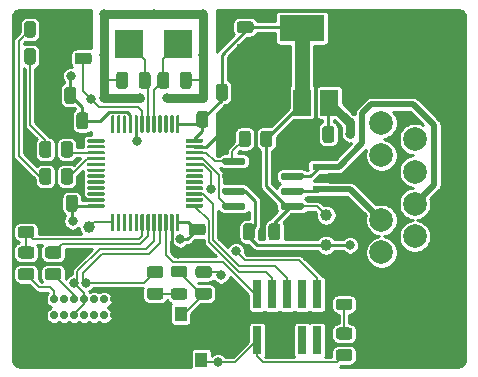
<source format=gtl>
%TF.GenerationSoftware,KiCad,Pcbnew,(5.1.9)-1*%
%TF.CreationDate,2021-02-06T23:27:04-06:00*%
%TF.ProjectId,USB2CAN,55534232-4341-44e2-9e6b-696361645f70,rev?*%
%TF.SameCoordinates,Original*%
%TF.FileFunction,Copper,L1,Top*%
%TF.FilePolarity,Positive*%
%FSLAX46Y46*%
G04 Gerber Fmt 4.6, Leading zero omitted, Abs format (unit mm)*
G04 Created by KiCad (PCBNEW (5.1.9)-1) date 2021-02-06 23:27:04*
%MOMM*%
%LPD*%
G01*
G04 APERTURE LIST*
%TA.AperFunction,SMDPad,CuDef*%
%ADD10C,1.000000*%
%TD*%
%TA.AperFunction,SMDPad,CuDef*%
%ADD11R,2.400000X2.400000*%
%TD*%
%TA.AperFunction,SMDPad,CuDef*%
%ADD12R,0.740000X2.400000*%
%TD*%
%TA.AperFunction,SMDPad,CuDef*%
%ADD13R,3.800000X2.200000*%
%TD*%
%TA.AperFunction,SMDPad,CuDef*%
%ADD14R,1.500000X2.200000*%
%TD*%
%TA.AperFunction,SMDPad,CuDef*%
%ADD15R,1.000000X1.300000*%
%TD*%
%TA.AperFunction,ComponentPad*%
%ADD16C,3.500000*%
%TD*%
%TA.AperFunction,ComponentPad*%
%ADD17C,2.000000*%
%TD*%
%TA.AperFunction,ComponentPad*%
%ADD18O,0.900000X1.700000*%
%TD*%
%TA.AperFunction,ComponentPad*%
%ADD19O,0.900000X2.400000*%
%TD*%
%TA.AperFunction,ComponentPad*%
%ADD20C,0.700000*%
%TD*%
%TA.AperFunction,SMDPad,CuDef*%
%ADD21R,1.300000X0.600000*%
%TD*%
%TA.AperFunction,ViaPad*%
%ADD22C,0.800000*%
%TD*%
%TA.AperFunction,Conductor*%
%ADD23C,0.762000*%
%TD*%
%TA.AperFunction,Conductor*%
%ADD24C,0.152400*%
%TD*%
%TA.AperFunction,Conductor*%
%ADD25C,0.250000*%
%TD*%
%TA.AperFunction,Conductor*%
%ADD26C,0.508000*%
%TD*%
%TA.AperFunction,Conductor*%
%ADD27C,1.270000*%
%TD*%
%TA.AperFunction,Conductor*%
%ADD28C,0.254000*%
%TD*%
%TA.AperFunction,Conductor*%
%ADD29C,0.100000*%
%TD*%
G04 APERTURE END LIST*
D10*
X155448000Y-105156000D03*
X155448000Y-107696000D03*
X135382000Y-106172000D03*
%TA.AperFunction,SMDPad,CuDef*%
G36*
G01*
X156521999Y-114653000D02*
X157422001Y-114653000D01*
G75*
G02*
X157672000Y-114902999I0J-249999D01*
G01*
X157672000Y-115428001D01*
G75*
G02*
X157422001Y-115678000I-249999J0D01*
G01*
X156521999Y-115678000D01*
G75*
G02*
X156272000Y-115428001I0J249999D01*
G01*
X156272000Y-114902999D01*
G75*
G02*
X156521999Y-114653000I249999J0D01*
G01*
G37*
%TD.AperFunction*%
%TA.AperFunction,SMDPad,CuDef*%
G36*
G01*
X156521999Y-116478000D02*
X157422001Y-116478000D01*
G75*
G02*
X157672000Y-116727999I0J-249999D01*
G01*
X157672000Y-117253001D01*
G75*
G02*
X157422001Y-117503000I-249999J0D01*
G01*
X156521999Y-117503000D01*
G75*
G02*
X156272000Y-117253001I0J249999D01*
G01*
X156272000Y-116727999D01*
G75*
G02*
X156521999Y-116478000I249999J0D01*
G01*
G37*
%TD.AperFunction*%
%TA.AperFunction,SMDPad,CuDef*%
G36*
G01*
X156515750Y-112210000D02*
X157428250Y-112210000D01*
G75*
G02*
X157672000Y-112453750I0J-243750D01*
G01*
X157672000Y-112941250D01*
G75*
G02*
X157428250Y-113185000I-243750J0D01*
G01*
X156515750Y-113185000D01*
G75*
G02*
X156272000Y-112941250I0J243750D01*
G01*
X156272000Y-112453750D01*
G75*
G02*
X156515750Y-112210000I243750J0D01*
G01*
G37*
%TD.AperFunction*%
%TA.AperFunction,SMDPad,CuDef*%
G36*
G01*
X156515750Y-110335000D02*
X157428250Y-110335000D01*
G75*
G02*
X157672000Y-110578750I0J-243750D01*
G01*
X157672000Y-111066250D01*
G75*
G02*
X157428250Y-111310000I-243750J0D01*
G01*
X156515750Y-111310000D01*
G75*
G02*
X156272000Y-111066250I0J243750D01*
G01*
X156272000Y-110578750D01*
G75*
G02*
X156515750Y-110335000I243750J0D01*
G01*
G37*
%TD.AperFunction*%
D11*
X138793000Y-90678000D03*
X142893000Y-90678000D03*
D12*
X154686000Y-111842000D03*
X154686000Y-115742000D03*
X153416000Y-111842000D03*
X153416000Y-115742000D03*
X152146000Y-111842000D03*
X152146000Y-115742000D03*
X150876000Y-111842000D03*
X150876000Y-115742000D03*
X149606000Y-111842000D03*
X149606000Y-115742000D03*
%TA.AperFunction,SMDPad,CuDef*%
G36*
G01*
X143631800Y-98700000D02*
X144956800Y-98700000D01*
G75*
G02*
X145031800Y-98775000I0J-75000D01*
G01*
X145031800Y-98925000D01*
G75*
G02*
X144956800Y-99000000I-75000J0D01*
G01*
X143631800Y-99000000D01*
G75*
G02*
X143556800Y-98925000I0J75000D01*
G01*
X143556800Y-98775000D01*
G75*
G02*
X143631800Y-98700000I75000J0D01*
G01*
G37*
%TD.AperFunction*%
%TA.AperFunction,SMDPad,CuDef*%
G36*
G01*
X143631800Y-99200000D02*
X144956800Y-99200000D01*
G75*
G02*
X145031800Y-99275000I0J-75000D01*
G01*
X145031800Y-99425000D01*
G75*
G02*
X144956800Y-99500000I-75000J0D01*
G01*
X143631800Y-99500000D01*
G75*
G02*
X143556800Y-99425000I0J75000D01*
G01*
X143556800Y-99275000D01*
G75*
G02*
X143631800Y-99200000I75000J0D01*
G01*
G37*
%TD.AperFunction*%
%TA.AperFunction,SMDPad,CuDef*%
G36*
G01*
X143631800Y-99700000D02*
X144956800Y-99700000D01*
G75*
G02*
X145031800Y-99775000I0J-75000D01*
G01*
X145031800Y-99925000D01*
G75*
G02*
X144956800Y-100000000I-75000J0D01*
G01*
X143631800Y-100000000D01*
G75*
G02*
X143556800Y-99925000I0J75000D01*
G01*
X143556800Y-99775000D01*
G75*
G02*
X143631800Y-99700000I75000J0D01*
G01*
G37*
%TD.AperFunction*%
%TA.AperFunction,SMDPad,CuDef*%
G36*
G01*
X143631800Y-100200000D02*
X144956800Y-100200000D01*
G75*
G02*
X145031800Y-100275000I0J-75000D01*
G01*
X145031800Y-100425000D01*
G75*
G02*
X144956800Y-100500000I-75000J0D01*
G01*
X143631800Y-100500000D01*
G75*
G02*
X143556800Y-100425000I0J75000D01*
G01*
X143556800Y-100275000D01*
G75*
G02*
X143631800Y-100200000I75000J0D01*
G01*
G37*
%TD.AperFunction*%
%TA.AperFunction,SMDPad,CuDef*%
G36*
G01*
X143631800Y-100700000D02*
X144956800Y-100700000D01*
G75*
G02*
X145031800Y-100775000I0J-75000D01*
G01*
X145031800Y-100925000D01*
G75*
G02*
X144956800Y-101000000I-75000J0D01*
G01*
X143631800Y-101000000D01*
G75*
G02*
X143556800Y-100925000I0J75000D01*
G01*
X143556800Y-100775000D01*
G75*
G02*
X143631800Y-100700000I75000J0D01*
G01*
G37*
%TD.AperFunction*%
%TA.AperFunction,SMDPad,CuDef*%
G36*
G01*
X143631800Y-101200000D02*
X144956800Y-101200000D01*
G75*
G02*
X145031800Y-101275000I0J-75000D01*
G01*
X145031800Y-101425000D01*
G75*
G02*
X144956800Y-101500000I-75000J0D01*
G01*
X143631800Y-101500000D01*
G75*
G02*
X143556800Y-101425000I0J75000D01*
G01*
X143556800Y-101275000D01*
G75*
G02*
X143631800Y-101200000I75000J0D01*
G01*
G37*
%TD.AperFunction*%
%TA.AperFunction,SMDPad,CuDef*%
G36*
G01*
X143631800Y-101700000D02*
X144956800Y-101700000D01*
G75*
G02*
X145031800Y-101775000I0J-75000D01*
G01*
X145031800Y-101925000D01*
G75*
G02*
X144956800Y-102000000I-75000J0D01*
G01*
X143631800Y-102000000D01*
G75*
G02*
X143556800Y-101925000I0J75000D01*
G01*
X143556800Y-101775000D01*
G75*
G02*
X143631800Y-101700000I75000J0D01*
G01*
G37*
%TD.AperFunction*%
%TA.AperFunction,SMDPad,CuDef*%
G36*
G01*
X143631800Y-102200000D02*
X144956800Y-102200000D01*
G75*
G02*
X145031800Y-102275000I0J-75000D01*
G01*
X145031800Y-102425000D01*
G75*
G02*
X144956800Y-102500000I-75000J0D01*
G01*
X143631800Y-102500000D01*
G75*
G02*
X143556800Y-102425000I0J75000D01*
G01*
X143556800Y-102275000D01*
G75*
G02*
X143631800Y-102200000I75000J0D01*
G01*
G37*
%TD.AperFunction*%
%TA.AperFunction,SMDPad,CuDef*%
G36*
G01*
X143631800Y-102700000D02*
X144956800Y-102700000D01*
G75*
G02*
X145031800Y-102775000I0J-75000D01*
G01*
X145031800Y-102925000D01*
G75*
G02*
X144956800Y-103000000I-75000J0D01*
G01*
X143631800Y-103000000D01*
G75*
G02*
X143556800Y-102925000I0J75000D01*
G01*
X143556800Y-102775000D01*
G75*
G02*
X143631800Y-102700000I75000J0D01*
G01*
G37*
%TD.AperFunction*%
%TA.AperFunction,SMDPad,CuDef*%
G36*
G01*
X143631800Y-103200000D02*
X144956800Y-103200000D01*
G75*
G02*
X145031800Y-103275000I0J-75000D01*
G01*
X145031800Y-103425000D01*
G75*
G02*
X144956800Y-103500000I-75000J0D01*
G01*
X143631800Y-103500000D01*
G75*
G02*
X143556800Y-103425000I0J75000D01*
G01*
X143556800Y-103275000D01*
G75*
G02*
X143631800Y-103200000I75000J0D01*
G01*
G37*
%TD.AperFunction*%
%TA.AperFunction,SMDPad,CuDef*%
G36*
G01*
X143631800Y-103700000D02*
X144956800Y-103700000D01*
G75*
G02*
X145031800Y-103775000I0J-75000D01*
G01*
X145031800Y-103925000D01*
G75*
G02*
X144956800Y-104000000I-75000J0D01*
G01*
X143631800Y-104000000D01*
G75*
G02*
X143556800Y-103925000I0J75000D01*
G01*
X143556800Y-103775000D01*
G75*
G02*
X143631800Y-103700000I75000J0D01*
G01*
G37*
%TD.AperFunction*%
%TA.AperFunction,SMDPad,CuDef*%
G36*
G01*
X143631800Y-104200000D02*
X144956800Y-104200000D01*
G75*
G02*
X145031800Y-104275000I0J-75000D01*
G01*
X145031800Y-104425000D01*
G75*
G02*
X144956800Y-104500000I-75000J0D01*
G01*
X143631800Y-104500000D01*
G75*
G02*
X143556800Y-104425000I0J75000D01*
G01*
X143556800Y-104275000D01*
G75*
G02*
X143631800Y-104200000I75000J0D01*
G01*
G37*
%TD.AperFunction*%
%TA.AperFunction,SMDPad,CuDef*%
G36*
G01*
X142806800Y-105025000D02*
X142956800Y-105025000D01*
G75*
G02*
X143031800Y-105100000I0J-75000D01*
G01*
X143031800Y-106425000D01*
G75*
G02*
X142956800Y-106500000I-75000J0D01*
G01*
X142806800Y-106500000D01*
G75*
G02*
X142731800Y-106425000I0J75000D01*
G01*
X142731800Y-105100000D01*
G75*
G02*
X142806800Y-105025000I75000J0D01*
G01*
G37*
%TD.AperFunction*%
%TA.AperFunction,SMDPad,CuDef*%
G36*
G01*
X142306800Y-105025000D02*
X142456800Y-105025000D01*
G75*
G02*
X142531800Y-105100000I0J-75000D01*
G01*
X142531800Y-106425000D01*
G75*
G02*
X142456800Y-106500000I-75000J0D01*
G01*
X142306800Y-106500000D01*
G75*
G02*
X142231800Y-106425000I0J75000D01*
G01*
X142231800Y-105100000D01*
G75*
G02*
X142306800Y-105025000I75000J0D01*
G01*
G37*
%TD.AperFunction*%
%TA.AperFunction,SMDPad,CuDef*%
G36*
G01*
X141806800Y-105025000D02*
X141956800Y-105025000D01*
G75*
G02*
X142031800Y-105100000I0J-75000D01*
G01*
X142031800Y-106425000D01*
G75*
G02*
X141956800Y-106500000I-75000J0D01*
G01*
X141806800Y-106500000D01*
G75*
G02*
X141731800Y-106425000I0J75000D01*
G01*
X141731800Y-105100000D01*
G75*
G02*
X141806800Y-105025000I75000J0D01*
G01*
G37*
%TD.AperFunction*%
%TA.AperFunction,SMDPad,CuDef*%
G36*
G01*
X141306800Y-105025000D02*
X141456800Y-105025000D01*
G75*
G02*
X141531800Y-105100000I0J-75000D01*
G01*
X141531800Y-106425000D01*
G75*
G02*
X141456800Y-106500000I-75000J0D01*
G01*
X141306800Y-106500000D01*
G75*
G02*
X141231800Y-106425000I0J75000D01*
G01*
X141231800Y-105100000D01*
G75*
G02*
X141306800Y-105025000I75000J0D01*
G01*
G37*
%TD.AperFunction*%
%TA.AperFunction,SMDPad,CuDef*%
G36*
G01*
X140806800Y-105025000D02*
X140956800Y-105025000D01*
G75*
G02*
X141031800Y-105100000I0J-75000D01*
G01*
X141031800Y-106425000D01*
G75*
G02*
X140956800Y-106500000I-75000J0D01*
G01*
X140806800Y-106500000D01*
G75*
G02*
X140731800Y-106425000I0J75000D01*
G01*
X140731800Y-105100000D01*
G75*
G02*
X140806800Y-105025000I75000J0D01*
G01*
G37*
%TD.AperFunction*%
%TA.AperFunction,SMDPad,CuDef*%
G36*
G01*
X140306800Y-105025000D02*
X140456800Y-105025000D01*
G75*
G02*
X140531800Y-105100000I0J-75000D01*
G01*
X140531800Y-106425000D01*
G75*
G02*
X140456800Y-106500000I-75000J0D01*
G01*
X140306800Y-106500000D01*
G75*
G02*
X140231800Y-106425000I0J75000D01*
G01*
X140231800Y-105100000D01*
G75*
G02*
X140306800Y-105025000I75000J0D01*
G01*
G37*
%TD.AperFunction*%
%TA.AperFunction,SMDPad,CuDef*%
G36*
G01*
X139806800Y-105025000D02*
X139956800Y-105025000D01*
G75*
G02*
X140031800Y-105100000I0J-75000D01*
G01*
X140031800Y-106425000D01*
G75*
G02*
X139956800Y-106500000I-75000J0D01*
G01*
X139806800Y-106500000D01*
G75*
G02*
X139731800Y-106425000I0J75000D01*
G01*
X139731800Y-105100000D01*
G75*
G02*
X139806800Y-105025000I75000J0D01*
G01*
G37*
%TD.AperFunction*%
%TA.AperFunction,SMDPad,CuDef*%
G36*
G01*
X139306800Y-105025000D02*
X139456800Y-105025000D01*
G75*
G02*
X139531800Y-105100000I0J-75000D01*
G01*
X139531800Y-106425000D01*
G75*
G02*
X139456800Y-106500000I-75000J0D01*
G01*
X139306800Y-106500000D01*
G75*
G02*
X139231800Y-106425000I0J75000D01*
G01*
X139231800Y-105100000D01*
G75*
G02*
X139306800Y-105025000I75000J0D01*
G01*
G37*
%TD.AperFunction*%
%TA.AperFunction,SMDPad,CuDef*%
G36*
G01*
X138806800Y-105025000D02*
X138956800Y-105025000D01*
G75*
G02*
X139031800Y-105100000I0J-75000D01*
G01*
X139031800Y-106425000D01*
G75*
G02*
X138956800Y-106500000I-75000J0D01*
G01*
X138806800Y-106500000D01*
G75*
G02*
X138731800Y-106425000I0J75000D01*
G01*
X138731800Y-105100000D01*
G75*
G02*
X138806800Y-105025000I75000J0D01*
G01*
G37*
%TD.AperFunction*%
%TA.AperFunction,SMDPad,CuDef*%
G36*
G01*
X138306800Y-105025000D02*
X138456800Y-105025000D01*
G75*
G02*
X138531800Y-105100000I0J-75000D01*
G01*
X138531800Y-106425000D01*
G75*
G02*
X138456800Y-106500000I-75000J0D01*
G01*
X138306800Y-106500000D01*
G75*
G02*
X138231800Y-106425000I0J75000D01*
G01*
X138231800Y-105100000D01*
G75*
G02*
X138306800Y-105025000I75000J0D01*
G01*
G37*
%TD.AperFunction*%
%TA.AperFunction,SMDPad,CuDef*%
G36*
G01*
X137806800Y-105025000D02*
X137956800Y-105025000D01*
G75*
G02*
X138031800Y-105100000I0J-75000D01*
G01*
X138031800Y-106425000D01*
G75*
G02*
X137956800Y-106500000I-75000J0D01*
G01*
X137806800Y-106500000D01*
G75*
G02*
X137731800Y-106425000I0J75000D01*
G01*
X137731800Y-105100000D01*
G75*
G02*
X137806800Y-105025000I75000J0D01*
G01*
G37*
%TD.AperFunction*%
%TA.AperFunction,SMDPad,CuDef*%
G36*
G01*
X137306800Y-105025000D02*
X137456800Y-105025000D01*
G75*
G02*
X137531800Y-105100000I0J-75000D01*
G01*
X137531800Y-106425000D01*
G75*
G02*
X137456800Y-106500000I-75000J0D01*
G01*
X137306800Y-106500000D01*
G75*
G02*
X137231800Y-106425000I0J75000D01*
G01*
X137231800Y-105100000D01*
G75*
G02*
X137306800Y-105025000I75000J0D01*
G01*
G37*
%TD.AperFunction*%
%TA.AperFunction,SMDPad,CuDef*%
G36*
G01*
X135306800Y-104200000D02*
X136631800Y-104200000D01*
G75*
G02*
X136706800Y-104275000I0J-75000D01*
G01*
X136706800Y-104425000D01*
G75*
G02*
X136631800Y-104500000I-75000J0D01*
G01*
X135306800Y-104500000D01*
G75*
G02*
X135231800Y-104425000I0J75000D01*
G01*
X135231800Y-104275000D01*
G75*
G02*
X135306800Y-104200000I75000J0D01*
G01*
G37*
%TD.AperFunction*%
%TA.AperFunction,SMDPad,CuDef*%
G36*
G01*
X135306800Y-103700000D02*
X136631800Y-103700000D01*
G75*
G02*
X136706800Y-103775000I0J-75000D01*
G01*
X136706800Y-103925000D01*
G75*
G02*
X136631800Y-104000000I-75000J0D01*
G01*
X135306800Y-104000000D01*
G75*
G02*
X135231800Y-103925000I0J75000D01*
G01*
X135231800Y-103775000D01*
G75*
G02*
X135306800Y-103700000I75000J0D01*
G01*
G37*
%TD.AperFunction*%
%TA.AperFunction,SMDPad,CuDef*%
G36*
G01*
X135306800Y-103200000D02*
X136631800Y-103200000D01*
G75*
G02*
X136706800Y-103275000I0J-75000D01*
G01*
X136706800Y-103425000D01*
G75*
G02*
X136631800Y-103500000I-75000J0D01*
G01*
X135306800Y-103500000D01*
G75*
G02*
X135231800Y-103425000I0J75000D01*
G01*
X135231800Y-103275000D01*
G75*
G02*
X135306800Y-103200000I75000J0D01*
G01*
G37*
%TD.AperFunction*%
%TA.AperFunction,SMDPad,CuDef*%
G36*
G01*
X135306800Y-102700000D02*
X136631800Y-102700000D01*
G75*
G02*
X136706800Y-102775000I0J-75000D01*
G01*
X136706800Y-102925000D01*
G75*
G02*
X136631800Y-103000000I-75000J0D01*
G01*
X135306800Y-103000000D01*
G75*
G02*
X135231800Y-102925000I0J75000D01*
G01*
X135231800Y-102775000D01*
G75*
G02*
X135306800Y-102700000I75000J0D01*
G01*
G37*
%TD.AperFunction*%
%TA.AperFunction,SMDPad,CuDef*%
G36*
G01*
X135306800Y-102200000D02*
X136631800Y-102200000D01*
G75*
G02*
X136706800Y-102275000I0J-75000D01*
G01*
X136706800Y-102425000D01*
G75*
G02*
X136631800Y-102500000I-75000J0D01*
G01*
X135306800Y-102500000D01*
G75*
G02*
X135231800Y-102425000I0J75000D01*
G01*
X135231800Y-102275000D01*
G75*
G02*
X135306800Y-102200000I75000J0D01*
G01*
G37*
%TD.AperFunction*%
%TA.AperFunction,SMDPad,CuDef*%
G36*
G01*
X135306800Y-101700000D02*
X136631800Y-101700000D01*
G75*
G02*
X136706800Y-101775000I0J-75000D01*
G01*
X136706800Y-101925000D01*
G75*
G02*
X136631800Y-102000000I-75000J0D01*
G01*
X135306800Y-102000000D01*
G75*
G02*
X135231800Y-101925000I0J75000D01*
G01*
X135231800Y-101775000D01*
G75*
G02*
X135306800Y-101700000I75000J0D01*
G01*
G37*
%TD.AperFunction*%
%TA.AperFunction,SMDPad,CuDef*%
G36*
G01*
X135306800Y-101200000D02*
X136631800Y-101200000D01*
G75*
G02*
X136706800Y-101275000I0J-75000D01*
G01*
X136706800Y-101425000D01*
G75*
G02*
X136631800Y-101500000I-75000J0D01*
G01*
X135306800Y-101500000D01*
G75*
G02*
X135231800Y-101425000I0J75000D01*
G01*
X135231800Y-101275000D01*
G75*
G02*
X135306800Y-101200000I75000J0D01*
G01*
G37*
%TD.AperFunction*%
%TA.AperFunction,SMDPad,CuDef*%
G36*
G01*
X135306800Y-100700000D02*
X136631800Y-100700000D01*
G75*
G02*
X136706800Y-100775000I0J-75000D01*
G01*
X136706800Y-100925000D01*
G75*
G02*
X136631800Y-101000000I-75000J0D01*
G01*
X135306800Y-101000000D01*
G75*
G02*
X135231800Y-100925000I0J75000D01*
G01*
X135231800Y-100775000D01*
G75*
G02*
X135306800Y-100700000I75000J0D01*
G01*
G37*
%TD.AperFunction*%
%TA.AperFunction,SMDPad,CuDef*%
G36*
G01*
X135306800Y-100200000D02*
X136631800Y-100200000D01*
G75*
G02*
X136706800Y-100275000I0J-75000D01*
G01*
X136706800Y-100425000D01*
G75*
G02*
X136631800Y-100500000I-75000J0D01*
G01*
X135306800Y-100500000D01*
G75*
G02*
X135231800Y-100425000I0J75000D01*
G01*
X135231800Y-100275000D01*
G75*
G02*
X135306800Y-100200000I75000J0D01*
G01*
G37*
%TD.AperFunction*%
%TA.AperFunction,SMDPad,CuDef*%
G36*
G01*
X135306800Y-99700000D02*
X136631800Y-99700000D01*
G75*
G02*
X136706800Y-99775000I0J-75000D01*
G01*
X136706800Y-99925000D01*
G75*
G02*
X136631800Y-100000000I-75000J0D01*
G01*
X135306800Y-100000000D01*
G75*
G02*
X135231800Y-99925000I0J75000D01*
G01*
X135231800Y-99775000D01*
G75*
G02*
X135306800Y-99700000I75000J0D01*
G01*
G37*
%TD.AperFunction*%
%TA.AperFunction,SMDPad,CuDef*%
G36*
G01*
X135306800Y-99200000D02*
X136631800Y-99200000D01*
G75*
G02*
X136706800Y-99275000I0J-75000D01*
G01*
X136706800Y-99425000D01*
G75*
G02*
X136631800Y-99500000I-75000J0D01*
G01*
X135306800Y-99500000D01*
G75*
G02*
X135231800Y-99425000I0J75000D01*
G01*
X135231800Y-99275000D01*
G75*
G02*
X135306800Y-99200000I75000J0D01*
G01*
G37*
%TD.AperFunction*%
%TA.AperFunction,SMDPad,CuDef*%
G36*
G01*
X135306800Y-98700000D02*
X136631800Y-98700000D01*
G75*
G02*
X136706800Y-98775000I0J-75000D01*
G01*
X136706800Y-98925000D01*
G75*
G02*
X136631800Y-99000000I-75000J0D01*
G01*
X135306800Y-99000000D01*
G75*
G02*
X135231800Y-98925000I0J75000D01*
G01*
X135231800Y-98775000D01*
G75*
G02*
X135306800Y-98700000I75000J0D01*
G01*
G37*
%TD.AperFunction*%
%TA.AperFunction,SMDPad,CuDef*%
G36*
G01*
X137306800Y-96700000D02*
X137456800Y-96700000D01*
G75*
G02*
X137531800Y-96775000I0J-75000D01*
G01*
X137531800Y-98100000D01*
G75*
G02*
X137456800Y-98175000I-75000J0D01*
G01*
X137306800Y-98175000D01*
G75*
G02*
X137231800Y-98100000I0J75000D01*
G01*
X137231800Y-96775000D01*
G75*
G02*
X137306800Y-96700000I75000J0D01*
G01*
G37*
%TD.AperFunction*%
%TA.AperFunction,SMDPad,CuDef*%
G36*
G01*
X137806800Y-96700000D02*
X137956800Y-96700000D01*
G75*
G02*
X138031800Y-96775000I0J-75000D01*
G01*
X138031800Y-98100000D01*
G75*
G02*
X137956800Y-98175000I-75000J0D01*
G01*
X137806800Y-98175000D01*
G75*
G02*
X137731800Y-98100000I0J75000D01*
G01*
X137731800Y-96775000D01*
G75*
G02*
X137806800Y-96700000I75000J0D01*
G01*
G37*
%TD.AperFunction*%
%TA.AperFunction,SMDPad,CuDef*%
G36*
G01*
X138306800Y-96700000D02*
X138456800Y-96700000D01*
G75*
G02*
X138531800Y-96775000I0J-75000D01*
G01*
X138531800Y-98100000D01*
G75*
G02*
X138456800Y-98175000I-75000J0D01*
G01*
X138306800Y-98175000D01*
G75*
G02*
X138231800Y-98100000I0J75000D01*
G01*
X138231800Y-96775000D01*
G75*
G02*
X138306800Y-96700000I75000J0D01*
G01*
G37*
%TD.AperFunction*%
%TA.AperFunction,SMDPad,CuDef*%
G36*
G01*
X138806800Y-96700000D02*
X138956800Y-96700000D01*
G75*
G02*
X139031800Y-96775000I0J-75000D01*
G01*
X139031800Y-98100000D01*
G75*
G02*
X138956800Y-98175000I-75000J0D01*
G01*
X138806800Y-98175000D01*
G75*
G02*
X138731800Y-98100000I0J75000D01*
G01*
X138731800Y-96775000D01*
G75*
G02*
X138806800Y-96700000I75000J0D01*
G01*
G37*
%TD.AperFunction*%
%TA.AperFunction,SMDPad,CuDef*%
G36*
G01*
X139306800Y-96700000D02*
X139456800Y-96700000D01*
G75*
G02*
X139531800Y-96775000I0J-75000D01*
G01*
X139531800Y-98100000D01*
G75*
G02*
X139456800Y-98175000I-75000J0D01*
G01*
X139306800Y-98175000D01*
G75*
G02*
X139231800Y-98100000I0J75000D01*
G01*
X139231800Y-96775000D01*
G75*
G02*
X139306800Y-96700000I75000J0D01*
G01*
G37*
%TD.AperFunction*%
%TA.AperFunction,SMDPad,CuDef*%
G36*
G01*
X139806800Y-96700000D02*
X139956800Y-96700000D01*
G75*
G02*
X140031800Y-96775000I0J-75000D01*
G01*
X140031800Y-98100000D01*
G75*
G02*
X139956800Y-98175000I-75000J0D01*
G01*
X139806800Y-98175000D01*
G75*
G02*
X139731800Y-98100000I0J75000D01*
G01*
X139731800Y-96775000D01*
G75*
G02*
X139806800Y-96700000I75000J0D01*
G01*
G37*
%TD.AperFunction*%
%TA.AperFunction,SMDPad,CuDef*%
G36*
G01*
X140306800Y-96700000D02*
X140456800Y-96700000D01*
G75*
G02*
X140531800Y-96775000I0J-75000D01*
G01*
X140531800Y-98100000D01*
G75*
G02*
X140456800Y-98175000I-75000J0D01*
G01*
X140306800Y-98175000D01*
G75*
G02*
X140231800Y-98100000I0J75000D01*
G01*
X140231800Y-96775000D01*
G75*
G02*
X140306800Y-96700000I75000J0D01*
G01*
G37*
%TD.AperFunction*%
%TA.AperFunction,SMDPad,CuDef*%
G36*
G01*
X140806800Y-96700000D02*
X140956800Y-96700000D01*
G75*
G02*
X141031800Y-96775000I0J-75000D01*
G01*
X141031800Y-98100000D01*
G75*
G02*
X140956800Y-98175000I-75000J0D01*
G01*
X140806800Y-98175000D01*
G75*
G02*
X140731800Y-98100000I0J75000D01*
G01*
X140731800Y-96775000D01*
G75*
G02*
X140806800Y-96700000I75000J0D01*
G01*
G37*
%TD.AperFunction*%
%TA.AperFunction,SMDPad,CuDef*%
G36*
G01*
X141306800Y-96700000D02*
X141456800Y-96700000D01*
G75*
G02*
X141531800Y-96775000I0J-75000D01*
G01*
X141531800Y-98100000D01*
G75*
G02*
X141456800Y-98175000I-75000J0D01*
G01*
X141306800Y-98175000D01*
G75*
G02*
X141231800Y-98100000I0J75000D01*
G01*
X141231800Y-96775000D01*
G75*
G02*
X141306800Y-96700000I75000J0D01*
G01*
G37*
%TD.AperFunction*%
%TA.AperFunction,SMDPad,CuDef*%
G36*
G01*
X141806800Y-96700000D02*
X141956800Y-96700000D01*
G75*
G02*
X142031800Y-96775000I0J-75000D01*
G01*
X142031800Y-98100000D01*
G75*
G02*
X141956800Y-98175000I-75000J0D01*
G01*
X141806800Y-98175000D01*
G75*
G02*
X141731800Y-98100000I0J75000D01*
G01*
X141731800Y-96775000D01*
G75*
G02*
X141806800Y-96700000I75000J0D01*
G01*
G37*
%TD.AperFunction*%
%TA.AperFunction,SMDPad,CuDef*%
G36*
G01*
X142306800Y-96700000D02*
X142456800Y-96700000D01*
G75*
G02*
X142531800Y-96775000I0J-75000D01*
G01*
X142531800Y-98100000D01*
G75*
G02*
X142456800Y-98175000I-75000J0D01*
G01*
X142306800Y-98175000D01*
G75*
G02*
X142231800Y-98100000I0J75000D01*
G01*
X142231800Y-96775000D01*
G75*
G02*
X142306800Y-96700000I75000J0D01*
G01*
G37*
%TD.AperFunction*%
%TA.AperFunction,SMDPad,CuDef*%
G36*
G01*
X142806800Y-96700000D02*
X142956800Y-96700000D01*
G75*
G02*
X143031800Y-96775000I0J-75000D01*
G01*
X143031800Y-98100000D01*
G75*
G02*
X142956800Y-98175000I-75000J0D01*
G01*
X142806800Y-98175000D01*
G75*
G02*
X142731800Y-98100000I0J75000D01*
G01*
X142731800Y-96775000D01*
G75*
G02*
X142806800Y-96700000I75000J0D01*
G01*
G37*
%TD.AperFunction*%
D13*
X153416000Y-89306000D03*
D14*
X151116000Y-95606000D03*
X153416000Y-95606000D03*
X155716000Y-95606000D03*
%TA.AperFunction,SMDPad,CuDef*%
G36*
G01*
X151614000Y-100734000D02*
X151614000Y-100434000D01*
G75*
G02*
X151764000Y-100284000I150000J0D01*
G01*
X153414000Y-100284000D01*
G75*
G02*
X153564000Y-100434000I0J-150000D01*
G01*
X153564000Y-100734000D01*
G75*
G02*
X153414000Y-100884000I-150000J0D01*
G01*
X151764000Y-100884000D01*
G75*
G02*
X151614000Y-100734000I0J150000D01*
G01*
G37*
%TD.AperFunction*%
%TA.AperFunction,SMDPad,CuDef*%
G36*
G01*
X151614000Y-102004000D02*
X151614000Y-101704000D01*
G75*
G02*
X151764000Y-101554000I150000J0D01*
G01*
X153414000Y-101554000D01*
G75*
G02*
X153564000Y-101704000I0J-150000D01*
G01*
X153564000Y-102004000D01*
G75*
G02*
X153414000Y-102154000I-150000J0D01*
G01*
X151764000Y-102154000D01*
G75*
G02*
X151614000Y-102004000I0J150000D01*
G01*
G37*
%TD.AperFunction*%
%TA.AperFunction,SMDPad,CuDef*%
G36*
G01*
X151614000Y-103274000D02*
X151614000Y-102974000D01*
G75*
G02*
X151764000Y-102824000I150000J0D01*
G01*
X153414000Y-102824000D01*
G75*
G02*
X153564000Y-102974000I0J-150000D01*
G01*
X153564000Y-103274000D01*
G75*
G02*
X153414000Y-103424000I-150000J0D01*
G01*
X151764000Y-103424000D01*
G75*
G02*
X151614000Y-103274000I0J150000D01*
G01*
G37*
%TD.AperFunction*%
%TA.AperFunction,SMDPad,CuDef*%
G36*
G01*
X151614000Y-104544000D02*
X151614000Y-104244000D01*
G75*
G02*
X151764000Y-104094000I150000J0D01*
G01*
X153414000Y-104094000D01*
G75*
G02*
X153564000Y-104244000I0J-150000D01*
G01*
X153564000Y-104544000D01*
G75*
G02*
X153414000Y-104694000I-150000J0D01*
G01*
X151764000Y-104694000D01*
G75*
G02*
X151614000Y-104544000I0J150000D01*
G01*
G37*
%TD.AperFunction*%
%TA.AperFunction,SMDPad,CuDef*%
G36*
G01*
X146664000Y-104544000D02*
X146664000Y-104244000D01*
G75*
G02*
X146814000Y-104094000I150000J0D01*
G01*
X148464000Y-104094000D01*
G75*
G02*
X148614000Y-104244000I0J-150000D01*
G01*
X148614000Y-104544000D01*
G75*
G02*
X148464000Y-104694000I-150000J0D01*
G01*
X146814000Y-104694000D01*
G75*
G02*
X146664000Y-104544000I0J150000D01*
G01*
G37*
%TD.AperFunction*%
%TA.AperFunction,SMDPad,CuDef*%
G36*
G01*
X146664000Y-103274000D02*
X146664000Y-102974000D01*
G75*
G02*
X146814000Y-102824000I150000J0D01*
G01*
X148464000Y-102824000D01*
G75*
G02*
X148614000Y-102974000I0J-150000D01*
G01*
X148614000Y-103274000D01*
G75*
G02*
X148464000Y-103424000I-150000J0D01*
G01*
X146814000Y-103424000D01*
G75*
G02*
X146664000Y-103274000I0J150000D01*
G01*
G37*
%TD.AperFunction*%
%TA.AperFunction,SMDPad,CuDef*%
G36*
G01*
X146664000Y-102004000D02*
X146664000Y-101704000D01*
G75*
G02*
X146814000Y-101554000I150000J0D01*
G01*
X148464000Y-101554000D01*
G75*
G02*
X148614000Y-101704000I0J-150000D01*
G01*
X148614000Y-102004000D01*
G75*
G02*
X148464000Y-102154000I-150000J0D01*
G01*
X146814000Y-102154000D01*
G75*
G02*
X146664000Y-102004000I0J150000D01*
G01*
G37*
%TD.AperFunction*%
%TA.AperFunction,SMDPad,CuDef*%
G36*
G01*
X146664000Y-100734000D02*
X146664000Y-100434000D01*
G75*
G02*
X146814000Y-100284000I150000J0D01*
G01*
X148464000Y-100284000D01*
G75*
G02*
X148614000Y-100434000I0J-150000D01*
G01*
X148614000Y-100734000D01*
G75*
G02*
X148464000Y-100884000I-150000J0D01*
G01*
X146814000Y-100884000D01*
G75*
G02*
X146664000Y-100734000I0J150000D01*
G01*
G37*
%TD.AperFunction*%
D15*
X144879000Y-117393000D03*
X143129000Y-113493000D03*
X141379000Y-117393000D03*
%TA.AperFunction,SMDPad,CuDef*%
G36*
G01*
X145534801Y-110471000D02*
X144634799Y-110471000D01*
G75*
G02*
X144384800Y-110221001I0J249999D01*
G01*
X144384800Y-109695999D01*
G75*
G02*
X144634799Y-109446000I249999J0D01*
G01*
X145534801Y-109446000D01*
G75*
G02*
X145784800Y-109695999I0J-249999D01*
G01*
X145784800Y-110221001D01*
G75*
G02*
X145534801Y-110471000I-249999J0D01*
G01*
G37*
%TD.AperFunction*%
%TA.AperFunction,SMDPad,CuDef*%
G36*
G01*
X145534801Y-112296000D02*
X144634799Y-112296000D01*
G75*
G02*
X144384800Y-112046001I0J249999D01*
G01*
X144384800Y-111520999D01*
G75*
G02*
X144634799Y-111271000I249999J0D01*
G01*
X145534801Y-111271000D01*
G75*
G02*
X145784800Y-111520999I0J-249999D01*
G01*
X145784800Y-112046001D01*
G75*
G02*
X145534801Y-112296000I-249999J0D01*
G01*
G37*
%TD.AperFunction*%
%TA.AperFunction,SMDPad,CuDef*%
G36*
G01*
X131883999Y-109620000D02*
X132784001Y-109620000D01*
G75*
G02*
X133034000Y-109869999I0J-249999D01*
G01*
X133034000Y-110395001D01*
G75*
G02*
X132784001Y-110645000I-249999J0D01*
G01*
X131883999Y-110645000D01*
G75*
G02*
X131634000Y-110395001I0J249999D01*
G01*
X131634000Y-109869999D01*
G75*
G02*
X131883999Y-109620000I249999J0D01*
G01*
G37*
%TD.AperFunction*%
%TA.AperFunction,SMDPad,CuDef*%
G36*
G01*
X131883999Y-107795000D02*
X132784001Y-107795000D01*
G75*
G02*
X133034000Y-108044999I0J-249999D01*
G01*
X133034000Y-108570001D01*
G75*
G02*
X132784001Y-108820000I-249999J0D01*
G01*
X131883999Y-108820000D01*
G75*
G02*
X131634000Y-108570001I0J249999D01*
G01*
X131634000Y-108044999D01*
G75*
G02*
X131883999Y-107795000I249999J0D01*
G01*
G37*
%TD.AperFunction*%
%TA.AperFunction,SMDPad,CuDef*%
G36*
G01*
X141420001Y-110471000D02*
X140519999Y-110471000D01*
G75*
G02*
X140270000Y-110221001I0J249999D01*
G01*
X140270000Y-109695999D01*
G75*
G02*
X140519999Y-109446000I249999J0D01*
G01*
X141420001Y-109446000D01*
G75*
G02*
X141670000Y-109695999I0J-249999D01*
G01*
X141670000Y-110221001D01*
G75*
G02*
X141420001Y-110471000I-249999J0D01*
G01*
G37*
%TD.AperFunction*%
%TA.AperFunction,SMDPad,CuDef*%
G36*
G01*
X141420001Y-112296000D02*
X140519999Y-112296000D01*
G75*
G02*
X140270000Y-112046001I0J249999D01*
G01*
X140270000Y-111520999D01*
G75*
G02*
X140519999Y-111271000I249999J0D01*
G01*
X141420001Y-111271000D01*
G75*
G02*
X141670000Y-111520999I0J-249999D01*
G01*
X141670000Y-112046001D01*
G75*
G02*
X141420001Y-112296000I-249999J0D01*
G01*
G37*
%TD.AperFunction*%
%TA.AperFunction,SMDPad,CuDef*%
G36*
G01*
X130498001Y-105264000D02*
X129597999Y-105264000D01*
G75*
G02*
X129348000Y-105014001I0J249999D01*
G01*
X129348000Y-104488999D01*
G75*
G02*
X129597999Y-104239000I249999J0D01*
G01*
X130498001Y-104239000D01*
G75*
G02*
X130748000Y-104488999I0J-249999D01*
G01*
X130748000Y-105014001D01*
G75*
G02*
X130498001Y-105264000I-249999J0D01*
G01*
G37*
%TD.AperFunction*%
%TA.AperFunction,SMDPad,CuDef*%
G36*
G01*
X130498001Y-107089000D02*
X129597999Y-107089000D01*
G75*
G02*
X129348000Y-106839001I0J249999D01*
G01*
X129348000Y-106313999D01*
G75*
G02*
X129597999Y-106064000I249999J0D01*
G01*
X130498001Y-106064000D01*
G75*
G02*
X130748000Y-106313999I0J-249999D01*
G01*
X130748000Y-106839001D01*
G75*
G02*
X130498001Y-107089000I-249999J0D01*
G01*
G37*
%TD.AperFunction*%
%TA.AperFunction,SMDPad,CuDef*%
G36*
G01*
X129597999Y-109620000D02*
X130498001Y-109620000D01*
G75*
G02*
X130748000Y-109869999I0J-249999D01*
G01*
X130748000Y-110395001D01*
G75*
G02*
X130498001Y-110645000I-249999J0D01*
G01*
X129597999Y-110645000D01*
G75*
G02*
X129348000Y-110395001I0J249999D01*
G01*
X129348000Y-109869999D01*
G75*
G02*
X129597999Y-109620000I249999J0D01*
G01*
G37*
%TD.AperFunction*%
%TA.AperFunction,SMDPad,CuDef*%
G36*
G01*
X129597999Y-107795000D02*
X130498001Y-107795000D01*
G75*
G02*
X130748000Y-108044999I0J-249999D01*
G01*
X130748000Y-108570001D01*
G75*
G02*
X130498001Y-108820000I-249999J0D01*
G01*
X129597999Y-108820000D01*
G75*
G02*
X129348000Y-108570001I0J249999D01*
G01*
X129348000Y-108044999D01*
G75*
G02*
X129597999Y-107795000I249999J0D01*
G01*
G37*
%TD.AperFunction*%
%TA.AperFunction,SMDPad,CuDef*%
G36*
G01*
X132988000Y-100018001D02*
X132988000Y-99117999D01*
G75*
G02*
X133237999Y-98868000I249999J0D01*
G01*
X133763001Y-98868000D01*
G75*
G02*
X134013000Y-99117999I0J-249999D01*
G01*
X134013000Y-100018001D01*
G75*
G02*
X133763001Y-100268000I-249999J0D01*
G01*
X133237999Y-100268000D01*
G75*
G02*
X132988000Y-100018001I0J249999D01*
G01*
G37*
%TD.AperFunction*%
%TA.AperFunction,SMDPad,CuDef*%
G36*
G01*
X131163000Y-100018001D02*
X131163000Y-99117999D01*
G75*
G02*
X131412999Y-98868000I249999J0D01*
G01*
X131938001Y-98868000D01*
G75*
G02*
X132188000Y-99117999I0J-249999D01*
G01*
X132188000Y-100018001D01*
G75*
G02*
X131938001Y-100268000I-249999J0D01*
G01*
X131412999Y-100268000D01*
G75*
G02*
X131163000Y-100018001I0J249999D01*
G01*
G37*
%TD.AperFunction*%
%TA.AperFunction,SMDPad,CuDef*%
G36*
G01*
X132988000Y-102304001D02*
X132988000Y-101403999D01*
G75*
G02*
X133237999Y-101154000I249999J0D01*
G01*
X133763001Y-101154000D01*
G75*
G02*
X134013000Y-101403999I0J-249999D01*
G01*
X134013000Y-102304001D01*
G75*
G02*
X133763001Y-102554000I-249999J0D01*
G01*
X133237999Y-102554000D01*
G75*
G02*
X132988000Y-102304001I0J249999D01*
G01*
G37*
%TD.AperFunction*%
%TA.AperFunction,SMDPad,CuDef*%
G36*
G01*
X131163000Y-102304001D02*
X131163000Y-101403999D01*
G75*
G02*
X131412999Y-101154000I249999J0D01*
G01*
X131938001Y-101154000D01*
G75*
G02*
X132188000Y-101403999I0J-249999D01*
G01*
X132188000Y-102304001D01*
G75*
G02*
X131938001Y-102554000I-249999J0D01*
G01*
X131412999Y-102554000D01*
G75*
G02*
X131163000Y-102304001I0J249999D01*
G01*
G37*
%TD.AperFunction*%
%TA.AperFunction,SMDPad,CuDef*%
G36*
G01*
X149079000Y-98228999D02*
X149079000Y-99129001D01*
G75*
G02*
X148829001Y-99379000I-249999J0D01*
G01*
X148303999Y-99379000D01*
G75*
G02*
X148054000Y-99129001I0J249999D01*
G01*
X148054000Y-98228999D01*
G75*
G02*
X148303999Y-97979000I249999J0D01*
G01*
X148829001Y-97979000D01*
G75*
G02*
X149079000Y-98228999I0J-249999D01*
G01*
G37*
%TD.AperFunction*%
%TA.AperFunction,SMDPad,CuDef*%
G36*
G01*
X150904000Y-98228999D02*
X150904000Y-99129001D01*
G75*
G02*
X150654001Y-99379000I-249999J0D01*
G01*
X150128999Y-99379000D01*
G75*
G02*
X149879000Y-99129001I0J249999D01*
G01*
X149879000Y-98228999D01*
G75*
G02*
X150128999Y-97979000I249999J0D01*
G01*
X150654001Y-97979000D01*
G75*
G02*
X150904000Y-98228999I0J-249999D01*
G01*
G37*
%TD.AperFunction*%
D16*
X161544000Y-90324200D03*
X161544000Y-115314200D03*
D17*
X160124000Y-108299200D03*
X162964000Y-106929200D03*
X160124000Y-105559200D03*
X162964000Y-104189200D03*
X160124000Y-102819200D03*
X162964000Y-101449200D03*
X160124000Y-100079200D03*
X162964000Y-98709200D03*
X160124000Y-97339200D03*
D18*
X138872000Y-116628000D03*
X130222000Y-116628000D03*
D19*
X138872000Y-113248000D03*
X130222000Y-113248000D03*
D20*
X134972000Y-113618000D03*
X137522000Y-113618000D03*
X136672000Y-113618000D03*
X135822000Y-113618000D03*
X131572000Y-113618000D03*
X133272000Y-113618000D03*
X134122000Y-113618000D03*
X132422000Y-113618000D03*
X137522000Y-112268000D03*
X136672000Y-112268000D03*
X135822000Y-112268000D03*
X134972000Y-112268000D03*
X134122000Y-112268000D03*
X133272000Y-112268000D03*
X132422000Y-112268000D03*
X131572000Y-112268000D03*
%TA.AperFunction,SMDPad,CuDef*%
G36*
G01*
X143458250Y-110421000D02*
X142545750Y-110421000D01*
G75*
G02*
X142302000Y-110177250I0J243750D01*
G01*
X142302000Y-109689750D01*
G75*
G02*
X142545750Y-109446000I243750J0D01*
G01*
X143458250Y-109446000D01*
G75*
G02*
X143702000Y-109689750I0J-243750D01*
G01*
X143702000Y-110177250D01*
G75*
G02*
X143458250Y-110421000I-243750J0D01*
G01*
G37*
%TD.AperFunction*%
%TA.AperFunction,SMDPad,CuDef*%
G36*
G01*
X143458250Y-112296000D02*
X142545750Y-112296000D01*
G75*
G02*
X142302000Y-112052250I0J243750D01*
G01*
X142302000Y-111564750D01*
G75*
G02*
X142545750Y-111321000I243750J0D01*
G01*
X143458250Y-111321000D01*
G75*
G02*
X143702000Y-111564750I0J-243750D01*
G01*
X143702000Y-112052250D01*
G75*
G02*
X143458250Y-112296000I-243750J0D01*
G01*
G37*
%TD.AperFunction*%
D21*
X154906000Y-101031000D03*
X154906000Y-102931000D03*
X157006000Y-101981000D03*
%TA.AperFunction,SMDPad,CuDef*%
G36*
G01*
X130868000Y-88951750D02*
X130868000Y-89864250D01*
G75*
G02*
X130624250Y-90108000I-243750J0D01*
G01*
X130136750Y-90108000D01*
G75*
G02*
X129893000Y-89864250I0J243750D01*
G01*
X129893000Y-88951750D01*
G75*
G02*
X130136750Y-88708000I243750J0D01*
G01*
X130624250Y-88708000D01*
G75*
G02*
X130868000Y-88951750I0J-243750D01*
G01*
G37*
%TD.AperFunction*%
%TA.AperFunction,SMDPad,CuDef*%
G36*
G01*
X132743000Y-88951750D02*
X132743000Y-89864250D01*
G75*
G02*
X132499250Y-90108000I-243750J0D01*
G01*
X132011750Y-90108000D01*
G75*
G02*
X131768000Y-89864250I0J243750D01*
G01*
X131768000Y-88951750D01*
G75*
G02*
X132011750Y-88708000I243750J0D01*
G01*
X132499250Y-88708000D01*
G75*
G02*
X132743000Y-88951750I0J-243750D01*
G01*
G37*
%TD.AperFunction*%
%TA.AperFunction,SMDPad,CuDef*%
G36*
G01*
X130868000Y-91237750D02*
X130868000Y-92150250D01*
G75*
G02*
X130624250Y-92394000I-243750J0D01*
G01*
X130136750Y-92394000D01*
G75*
G02*
X129893000Y-92150250I0J243750D01*
G01*
X129893000Y-91237750D01*
G75*
G02*
X130136750Y-90994000I243750J0D01*
G01*
X130624250Y-90994000D01*
G75*
G02*
X130868000Y-91237750I0J-243750D01*
G01*
G37*
%TD.AperFunction*%
%TA.AperFunction,SMDPad,CuDef*%
G36*
G01*
X132743000Y-91237750D02*
X132743000Y-92150250D01*
G75*
G02*
X132499250Y-92394000I-243750J0D01*
G01*
X132011750Y-92394000D01*
G75*
G02*
X131768000Y-92150250I0J243750D01*
G01*
X131768000Y-91237750D01*
G75*
G02*
X132011750Y-90994000I243750J0D01*
G01*
X132499250Y-90994000D01*
G75*
G02*
X132743000Y-91237750I0J-243750D01*
G01*
G37*
%TD.AperFunction*%
%TA.AperFunction,SMDPad,CuDef*%
G36*
G01*
X132392000Y-94521000D02*
X132392000Y-95471000D01*
G75*
G02*
X132142000Y-95721000I-250000J0D01*
G01*
X131642000Y-95721000D01*
G75*
G02*
X131392000Y-95471000I0J250000D01*
G01*
X131392000Y-94521000D01*
G75*
G02*
X131642000Y-94271000I250000J0D01*
G01*
X132142000Y-94271000D01*
G75*
G02*
X132392000Y-94521000I0J-250000D01*
G01*
G37*
%TD.AperFunction*%
%TA.AperFunction,SMDPad,CuDef*%
G36*
G01*
X134292000Y-94521000D02*
X134292000Y-95471000D01*
G75*
G02*
X134042000Y-95721000I-250000J0D01*
G01*
X133542000Y-95721000D01*
G75*
G02*
X133292000Y-95471000I0J250000D01*
G01*
X133292000Y-94521000D01*
G75*
G02*
X133542000Y-94271000I250000J0D01*
G01*
X134042000Y-94271000D01*
G75*
G02*
X134292000Y-94521000I0J-250000D01*
G01*
G37*
%TD.AperFunction*%
%TA.AperFunction,SMDPad,CuDef*%
G36*
G01*
X133408000Y-96680000D02*
X133408000Y-97630000D01*
G75*
G02*
X133158000Y-97880000I-250000J0D01*
G01*
X132658000Y-97880000D01*
G75*
G02*
X132408000Y-97630000I0J250000D01*
G01*
X132408000Y-96680000D01*
G75*
G02*
X132658000Y-96430000I250000J0D01*
G01*
X133158000Y-96430000D01*
G75*
G02*
X133408000Y-96680000I0J-250000D01*
G01*
G37*
%TD.AperFunction*%
%TA.AperFunction,SMDPad,CuDef*%
G36*
G01*
X135308000Y-96680000D02*
X135308000Y-97630000D01*
G75*
G02*
X135058000Y-97880000I-250000J0D01*
G01*
X134558000Y-97880000D01*
G75*
G02*
X134308000Y-97630000I0J250000D01*
G01*
X134308000Y-96680000D01*
G75*
G02*
X134558000Y-96430000I250000J0D01*
G01*
X135058000Y-96430000D01*
G75*
G02*
X135308000Y-96680000I0J-250000D01*
G01*
G37*
%TD.AperFunction*%
%TA.AperFunction,SMDPad,CuDef*%
G36*
G01*
X148024000Y-95217000D02*
X148024000Y-94267000D01*
G75*
G02*
X148274000Y-94017000I250000J0D01*
G01*
X148774000Y-94017000D01*
G75*
G02*
X149024000Y-94267000I0J-250000D01*
G01*
X149024000Y-95217000D01*
G75*
G02*
X148774000Y-95467000I-250000J0D01*
G01*
X148274000Y-95467000D01*
G75*
G02*
X148024000Y-95217000I0J250000D01*
G01*
G37*
%TD.AperFunction*%
%TA.AperFunction,SMDPad,CuDef*%
G36*
G01*
X146124000Y-95217000D02*
X146124000Y-94267000D01*
G75*
G02*
X146374000Y-94017000I250000J0D01*
G01*
X146874000Y-94017000D01*
G75*
G02*
X147124000Y-94267000I0J-250000D01*
G01*
X147124000Y-95217000D01*
G75*
G02*
X146874000Y-95467000I-250000J0D01*
G01*
X146374000Y-95467000D01*
G75*
G02*
X146124000Y-95217000I0J250000D01*
G01*
G37*
%TD.AperFunction*%
%TA.AperFunction,SMDPad,CuDef*%
G36*
G01*
X146373000Y-97503000D02*
X146373000Y-96553000D01*
G75*
G02*
X146623000Y-96303000I250000J0D01*
G01*
X147123000Y-96303000D01*
G75*
G02*
X147373000Y-96553000I0J-250000D01*
G01*
X147373000Y-97503000D01*
G75*
G02*
X147123000Y-97753000I-250000J0D01*
G01*
X146623000Y-97753000D01*
G75*
G02*
X146373000Y-97503000I0J250000D01*
G01*
G37*
%TD.AperFunction*%
%TA.AperFunction,SMDPad,CuDef*%
G36*
G01*
X144473000Y-97503000D02*
X144473000Y-96553000D01*
G75*
G02*
X144723000Y-96303000I250000J0D01*
G01*
X145223000Y-96303000D01*
G75*
G02*
X145473000Y-96553000I0J-250000D01*
G01*
X145473000Y-97503000D01*
G75*
G02*
X145223000Y-97753000I-250000J0D01*
G01*
X144723000Y-97753000D01*
G75*
G02*
X144473000Y-97503000I0J250000D01*
G01*
G37*
%TD.AperFunction*%
%TA.AperFunction,SMDPad,CuDef*%
G36*
G01*
X144051000Y-105865000D02*
X145001000Y-105865000D01*
G75*
G02*
X145251000Y-106115000I0J-250000D01*
G01*
X145251000Y-106615000D01*
G75*
G02*
X145001000Y-106865000I-250000J0D01*
G01*
X144051000Y-106865000D01*
G75*
G02*
X143801000Y-106615000I0J250000D01*
G01*
X143801000Y-106115000D01*
G75*
G02*
X144051000Y-105865000I250000J0D01*
G01*
G37*
%TD.AperFunction*%
%TA.AperFunction,SMDPad,CuDef*%
G36*
G01*
X144051000Y-107765000D02*
X145001000Y-107765000D01*
G75*
G02*
X145251000Y-108015000I0J-250000D01*
G01*
X145251000Y-108515000D01*
G75*
G02*
X145001000Y-108765000I-250000J0D01*
G01*
X144051000Y-108765000D01*
G75*
G02*
X143801000Y-108515000I0J250000D01*
G01*
X143801000Y-108015000D01*
G75*
G02*
X144051000Y-107765000I250000J0D01*
G01*
G37*
%TD.AperFunction*%
%TA.AperFunction,SMDPad,CuDef*%
G36*
G01*
X132519000Y-103665000D02*
X132519000Y-104615000D01*
G75*
G02*
X132269000Y-104865000I-250000J0D01*
G01*
X131769000Y-104865000D01*
G75*
G02*
X131519000Y-104615000I0J250000D01*
G01*
X131519000Y-103665000D01*
G75*
G02*
X131769000Y-103415000I250000J0D01*
G01*
X132269000Y-103415000D01*
G75*
G02*
X132519000Y-103665000I0J-250000D01*
G01*
G37*
%TD.AperFunction*%
%TA.AperFunction,SMDPad,CuDef*%
G36*
G01*
X134419000Y-103665000D02*
X134419000Y-104615000D01*
G75*
G02*
X134169000Y-104865000I-250000J0D01*
G01*
X133669000Y-104865000D01*
G75*
G02*
X133419000Y-104615000I0J250000D01*
G01*
X133419000Y-103665000D01*
G75*
G02*
X133669000Y-103415000I250000J0D01*
G01*
X134169000Y-103415000D01*
G75*
G02*
X134419000Y-103665000I0J-250000D01*
G01*
G37*
%TD.AperFunction*%
%TA.AperFunction,SMDPad,CuDef*%
G36*
G01*
X138681000Y-93251000D02*
X138681000Y-94201000D01*
G75*
G02*
X138431000Y-94451000I-250000J0D01*
G01*
X137931000Y-94451000D01*
G75*
G02*
X137681000Y-94201000I0J250000D01*
G01*
X137681000Y-93251000D01*
G75*
G02*
X137931000Y-93001000I250000J0D01*
G01*
X138431000Y-93001000D01*
G75*
G02*
X138681000Y-93251000I0J-250000D01*
G01*
G37*
%TD.AperFunction*%
%TA.AperFunction,SMDPad,CuDef*%
G36*
G01*
X140581000Y-93251000D02*
X140581000Y-94201000D01*
G75*
G02*
X140331000Y-94451000I-250000J0D01*
G01*
X139831000Y-94451000D01*
G75*
G02*
X139581000Y-94201000I0J250000D01*
G01*
X139581000Y-93251000D01*
G75*
G02*
X139831000Y-93001000I250000J0D01*
G01*
X140331000Y-93001000D01*
G75*
G02*
X140581000Y-93251000I0J-250000D01*
G01*
G37*
%TD.AperFunction*%
%TA.AperFunction,SMDPad,CuDef*%
G36*
G01*
X143071000Y-94201000D02*
X143071000Y-93251000D01*
G75*
G02*
X143321000Y-93001000I250000J0D01*
G01*
X143821000Y-93001000D01*
G75*
G02*
X144071000Y-93251000I0J-250000D01*
G01*
X144071000Y-94201000D01*
G75*
G02*
X143821000Y-94451000I-250000J0D01*
G01*
X143321000Y-94451000D01*
G75*
G02*
X143071000Y-94201000I0J250000D01*
G01*
G37*
%TD.AperFunction*%
%TA.AperFunction,SMDPad,CuDef*%
G36*
G01*
X141171000Y-94201000D02*
X141171000Y-93251000D01*
G75*
G02*
X141421000Y-93001000I250000J0D01*
G01*
X141921000Y-93001000D01*
G75*
G02*
X142171000Y-93251000I0J-250000D01*
G01*
X142171000Y-94201000D01*
G75*
G02*
X141921000Y-94451000I-250000J0D01*
G01*
X141421000Y-94451000D01*
G75*
G02*
X141171000Y-94201000I0J250000D01*
G01*
G37*
%TD.AperFunction*%
%TA.AperFunction,SMDPad,CuDef*%
G36*
G01*
X148115000Y-88720000D02*
X149065000Y-88720000D01*
G75*
G02*
X149315000Y-88970000I0J-250000D01*
G01*
X149315000Y-89470000D01*
G75*
G02*
X149065000Y-89720000I-250000J0D01*
G01*
X148115000Y-89720000D01*
G75*
G02*
X147865000Y-89470000I0J250000D01*
G01*
X147865000Y-88970000D01*
G75*
G02*
X148115000Y-88720000I250000J0D01*
G01*
G37*
%TD.AperFunction*%
%TA.AperFunction,SMDPad,CuDef*%
G36*
G01*
X148115000Y-90620000D02*
X149065000Y-90620000D01*
G75*
G02*
X149315000Y-90870000I0J-250000D01*
G01*
X149315000Y-91370000D01*
G75*
G02*
X149065000Y-91620000I-250000J0D01*
G01*
X148115000Y-91620000D01*
G75*
G02*
X147865000Y-91370000I0J250000D01*
G01*
X147865000Y-90870000D01*
G75*
G02*
X148115000Y-90620000I250000J0D01*
G01*
G37*
%TD.AperFunction*%
%TA.AperFunction,SMDPad,CuDef*%
G36*
G01*
X135349000Y-90482000D02*
X134399000Y-90482000D01*
G75*
G02*
X134149000Y-90232000I0J250000D01*
G01*
X134149000Y-89732000D01*
G75*
G02*
X134399000Y-89482000I250000J0D01*
G01*
X135349000Y-89482000D01*
G75*
G02*
X135599000Y-89732000I0J-250000D01*
G01*
X135599000Y-90232000D01*
G75*
G02*
X135349000Y-90482000I-250000J0D01*
G01*
G37*
%TD.AperFunction*%
%TA.AperFunction,SMDPad,CuDef*%
G36*
G01*
X135349000Y-92382000D02*
X134399000Y-92382000D01*
G75*
G02*
X134149000Y-92132000I0J250000D01*
G01*
X134149000Y-91632000D01*
G75*
G02*
X134399000Y-91382000I250000J0D01*
G01*
X135349000Y-91382000D01*
G75*
G02*
X135599000Y-91632000I0J-250000D01*
G01*
X135599000Y-92132000D01*
G75*
G02*
X135349000Y-92382000I-250000J0D01*
G01*
G37*
%TD.AperFunction*%
%TA.AperFunction,SMDPad,CuDef*%
G36*
G01*
X156136000Y-97823000D02*
X156136000Y-98773000D01*
G75*
G02*
X155886000Y-99023000I-250000J0D01*
G01*
X155386000Y-99023000D01*
G75*
G02*
X155136000Y-98773000I0J250000D01*
G01*
X155136000Y-97823000D01*
G75*
G02*
X155386000Y-97573000I250000J0D01*
G01*
X155886000Y-97573000D01*
G75*
G02*
X156136000Y-97823000I0J-250000D01*
G01*
G37*
%TD.AperFunction*%
%TA.AperFunction,SMDPad,CuDef*%
G36*
G01*
X154236000Y-97823000D02*
X154236000Y-98773000D01*
G75*
G02*
X153986000Y-99023000I-250000J0D01*
G01*
X153486000Y-99023000D01*
G75*
G02*
X153236000Y-98773000I0J250000D01*
G01*
X153236000Y-97823000D01*
G75*
G02*
X153486000Y-97573000I250000J0D01*
G01*
X153986000Y-97573000D01*
G75*
G02*
X154236000Y-97823000I0J-250000D01*
G01*
G37*
%TD.AperFunction*%
%TA.AperFunction,SMDPad,CuDef*%
G36*
G01*
X152469000Y-107028000D02*
X152469000Y-106078000D01*
G75*
G02*
X152719000Y-105828000I250000J0D01*
G01*
X153219000Y-105828000D01*
G75*
G02*
X153469000Y-106078000I0J-250000D01*
G01*
X153469000Y-107028000D01*
G75*
G02*
X153219000Y-107278000I-250000J0D01*
G01*
X152719000Y-107278000D01*
G75*
G02*
X152469000Y-107028000I0J250000D01*
G01*
G37*
%TD.AperFunction*%
%TA.AperFunction,SMDPad,CuDef*%
G36*
G01*
X150569000Y-107028000D02*
X150569000Y-106078000D01*
G75*
G02*
X150819000Y-105828000I250000J0D01*
G01*
X151319000Y-105828000D01*
G75*
G02*
X151569000Y-106078000I0J-250000D01*
G01*
X151569000Y-107028000D01*
G75*
G02*
X151319000Y-107278000I-250000J0D01*
G01*
X150819000Y-107278000D01*
G75*
G02*
X150569000Y-107028000I0J250000D01*
G01*
G37*
%TD.AperFunction*%
%TA.AperFunction,SMDPad,CuDef*%
G36*
G01*
X147505000Y-106078000D02*
X147505000Y-107028000D01*
G75*
G02*
X147255000Y-107278000I-250000J0D01*
G01*
X146755000Y-107278000D01*
G75*
G02*
X146505000Y-107028000I0J250000D01*
G01*
X146505000Y-106078000D01*
G75*
G02*
X146755000Y-105828000I250000J0D01*
G01*
X147255000Y-105828000D01*
G75*
G02*
X147505000Y-106078000I0J-250000D01*
G01*
G37*
%TD.AperFunction*%
%TA.AperFunction,SMDPad,CuDef*%
G36*
G01*
X149405000Y-106078000D02*
X149405000Y-107028000D01*
G75*
G02*
X149155000Y-107278000I-250000J0D01*
G01*
X148655000Y-107278000D01*
G75*
G02*
X148405000Y-107028000I0J250000D01*
G01*
X148405000Y-106078000D01*
G75*
G02*
X148655000Y-105828000I250000J0D01*
G01*
X149155000Y-105828000D01*
G75*
G02*
X149405000Y-106078000I0J-250000D01*
G01*
G37*
%TD.AperFunction*%
D22*
X141986000Y-95250000D03*
X145034000Y-95250000D03*
X145034000Y-88138000D03*
X136652000Y-88138000D03*
X139700000Y-95250000D03*
X140843000Y-88138000D03*
X145034000Y-91567000D03*
X136652000Y-91567000D03*
X131445000Y-97028000D03*
X132080000Y-105664000D03*
X136685653Y-95216347D03*
X142936000Y-108392000D03*
X151130000Y-93472000D03*
X151130000Y-92202000D03*
X139479653Y-98899347D03*
X133858000Y-93345000D03*
X133985000Y-105664000D03*
X143106810Y-107188000D03*
X157480000Y-98298000D03*
X157480000Y-97282000D03*
X157480000Y-107696000D03*
X153416000Y-92202000D03*
X153416000Y-93472000D03*
X146304000Y-117602000D03*
X147828000Y-108204000D03*
X135572500Y-95313500D03*
X146558000Y-110236000D03*
X145711570Y-102957784D03*
X135112013Y-110871000D03*
X134112000Y-110871000D03*
D23*
X136652000Y-88138000D02*
X145034000Y-88138000D01*
X145034000Y-95250000D02*
X141986000Y-95250000D01*
D24*
X144907000Y-93726000D02*
X145034000Y-93599000D01*
X143571000Y-93726000D02*
X144907000Y-93726000D01*
D23*
X145034000Y-93599000D02*
X145034000Y-95250000D01*
X145034000Y-88138000D02*
X145034000Y-93599000D01*
D24*
X136906000Y-93726000D02*
X136652000Y-93980000D01*
X138181000Y-93726000D02*
X136906000Y-93726000D01*
D23*
X136652000Y-93980000D02*
X136652000Y-88138000D01*
D25*
X131572000Y-97155000D02*
X131445000Y-97028000D01*
X132908000Y-97155000D02*
X131572000Y-97155000D01*
X132908000Y-96012000D02*
X131892000Y-94996000D01*
X132908000Y-97155000D02*
X132908000Y-96012000D01*
X142381800Y-105762500D02*
X142381800Y-107837800D01*
X142936000Y-108392000D02*
X144526000Y-108392000D01*
X142381800Y-107837800D02*
X142936000Y-108392000D01*
X133069010Y-103089990D02*
X132019000Y-104140000D01*
X134407180Y-103089990D02*
X133069010Y-103089990D01*
X134744010Y-103426820D02*
X134407180Y-103089990D01*
X134744010Y-103427912D02*
X134744010Y-103426820D01*
X135166098Y-103850000D02*
X134744010Y-103427912D01*
X135969300Y-103850000D02*
X135166098Y-103850000D01*
X132019000Y-105603000D02*
X132080000Y-105664000D01*
X132019000Y-104140000D02*
X132019000Y-105603000D01*
X146873000Y-97753000D02*
X146873000Y-97028000D01*
X145276000Y-99350000D02*
X146873000Y-97753000D01*
X144294300Y-99350000D02*
X145276000Y-99350000D01*
D23*
X136719306Y-95250000D02*
X136685653Y-95216347D01*
X139700000Y-95250000D02*
X136719306Y-95250000D01*
X136652000Y-93980000D02*
X136652000Y-95182694D01*
X136652000Y-95182694D02*
X136685653Y-95216347D01*
D25*
X142936000Y-108392000D02*
X142936000Y-108392000D01*
D26*
X159285800Y-101981000D02*
X160124000Y-102819200D01*
X157006000Y-101981000D02*
X159285800Y-101981000D01*
D27*
X151116000Y-93486000D02*
X151130000Y-93472000D01*
X151116000Y-95606000D02*
X151116000Y-93486000D01*
X151130000Y-93472000D02*
X151130000Y-92202000D01*
D25*
X139381800Y-98801494D02*
X139479653Y-98899347D01*
X139381800Y-97437500D02*
X139381800Y-98801494D01*
X147888768Y-103124000D02*
X147512000Y-103124000D01*
X134129000Y-104350000D02*
X133919000Y-104140000D01*
X135969300Y-104350000D02*
X134129000Y-104350000D01*
X138881800Y-96634298D02*
X138622492Y-96374990D01*
X138881800Y-97437500D02*
X138881800Y-96634298D01*
X134808000Y-96012000D02*
X133792000Y-94996000D01*
X134808000Y-97155000D02*
X134808000Y-96012000D01*
X138622492Y-96374990D02*
X137051010Y-96374990D01*
X136271000Y-97155000D02*
X134808000Y-97155000D01*
X137051010Y-96374990D02*
X136271000Y-97155000D01*
X144563500Y-97437500D02*
X144973000Y-97028000D01*
X142881800Y-97437500D02*
X144563500Y-97437500D01*
X144294300Y-98850000D02*
X144294300Y-98656700D01*
X144973000Y-97978000D02*
X144973000Y-97028000D01*
X144294300Y-98656700D02*
X144973000Y-97978000D01*
X146624000Y-95377000D02*
X146624000Y-94742000D01*
X144973000Y-97028000D02*
X146624000Y-95377000D01*
X133792000Y-93411000D02*
X133858000Y-93345000D01*
X133792000Y-94996000D02*
X133792000Y-93411000D01*
X133919000Y-105598000D02*
X133985000Y-105664000D01*
X133919000Y-104140000D02*
X133919000Y-105598000D01*
X143796500Y-105762500D02*
X144526000Y-106492000D01*
X142881800Y-105762500D02*
X143796500Y-105762500D01*
X151069000Y-105787000D02*
X152462000Y-104394000D01*
X151069000Y-106553000D02*
X151069000Y-105787000D01*
D24*
X139881800Y-97437500D02*
X139881800Y-96320800D01*
X139881800Y-96320800D02*
X139534780Y-95973780D01*
X139534780Y-95973780D02*
X136232780Y-95973780D01*
X136232780Y-95973780D02*
X135572500Y-95313500D01*
X134874000Y-94615000D02*
X134874000Y-92382000D01*
X134874000Y-92382000D02*
X134874000Y-91882000D01*
X135572500Y-95313500D02*
X134874000Y-94615000D01*
X140881800Y-94515200D02*
X141671000Y-93726000D01*
X141671000Y-91900000D02*
X142893000Y-90678000D01*
X141671000Y-93726000D02*
X141671000Y-91900000D01*
X140881800Y-94515200D02*
X140881800Y-97437500D01*
X140081000Y-91966000D02*
X138793000Y-90678000D01*
X140081000Y-93726000D02*
X140081000Y-91966000D01*
X140381800Y-94026800D02*
X140081000Y-93726000D01*
X140381800Y-97437500D02*
X140381800Y-94026800D01*
X130048000Y-110132500D02*
X130325500Y-110132500D01*
X132422000Y-112268000D02*
X132422000Y-111594000D01*
X132422000Y-111594000D02*
X132080000Y-111252000D01*
X131167500Y-111252000D02*
X130048000Y-110132500D01*
X132080000Y-111252000D02*
X131167500Y-111252000D01*
D23*
X157480000Y-97370000D02*
X155716000Y-95606000D01*
X157480000Y-98298000D02*
X157480000Y-97370000D01*
D25*
X148614000Y-103124000D02*
X147639000Y-103124000D01*
X149403829Y-106054171D02*
X149403829Y-103913829D01*
X149403829Y-103913829D02*
X148614000Y-103124000D01*
X148905000Y-106553000D02*
X149403829Y-106054171D01*
X149606000Y-107696000D02*
X156210000Y-107696000D01*
X148905000Y-106995000D02*
X149606000Y-107696000D01*
X148905000Y-106553000D02*
X148905000Y-106995000D01*
X156210000Y-107696000D02*
X157480000Y-107696000D01*
X155636000Y-95686000D02*
X155716000Y-95606000D01*
X155636000Y-98298000D02*
X155636000Y-95686000D01*
X153416000Y-95654500D02*
X153416000Y-95606000D01*
X150391500Y-98679000D02*
X153416000Y-95654500D01*
X152085232Y-104394000D02*
X152462000Y-104394000D01*
X150391500Y-102700268D02*
X152085232Y-104394000D01*
X150391500Y-98679000D02*
X150391500Y-102700268D01*
D27*
X153416000Y-89306000D02*
X153416000Y-91440000D01*
X153416000Y-91440000D02*
X153416000Y-93218000D01*
X153416000Y-93218000D02*
X153416000Y-95606000D01*
D25*
X153330000Y-89220000D02*
X153416000Y-89306000D01*
X148590000Y-89220000D02*
X153330000Y-89220000D01*
X148590000Y-89581810D02*
X148590000Y-89220000D01*
X146624000Y-91547810D02*
X148590000Y-89581810D01*
X146624000Y-94742000D02*
X146624000Y-91547810D01*
D24*
X145088000Y-117602000D02*
X144879000Y-117393000D01*
X146304000Y-117602000D02*
X145088000Y-117602000D01*
X147746000Y-117602000D02*
X149606000Y-115742000D01*
X146304000Y-117602000D02*
X147746000Y-117602000D01*
D25*
X143703000Y-107188000D02*
X144526000Y-106365000D01*
X143106810Y-107188000D02*
X143703000Y-107188000D01*
D24*
X149606000Y-117094400D02*
X150113600Y-117602000D01*
X149606000Y-115742000D02*
X149606000Y-117094400D01*
X156360500Y-117602000D02*
X156972000Y-116990500D01*
X150113600Y-117602000D02*
X156360500Y-117602000D01*
X154686000Y-104394000D02*
X155448000Y-105156000D01*
X152589000Y-104394000D02*
X154686000Y-104394000D01*
X147828000Y-108204000D02*
X148590000Y-108966000D01*
X148590000Y-108966000D02*
X153162000Y-108966000D01*
X154686000Y-110490000D02*
X154686000Y-111842000D01*
X153162000Y-108966000D02*
X154686000Y-110490000D01*
X130380500Y-97487500D02*
X130380500Y-91694000D01*
X131675500Y-99568000D02*
X131675500Y-98782500D01*
X131675500Y-98782500D02*
X130380500Y-97487500D01*
X131675500Y-101854000D02*
X131163000Y-101854000D01*
X131163000Y-101854000D02*
X129413000Y-100104000D01*
X129413000Y-90375500D02*
X130380500Y-89408000D01*
X129413000Y-100104000D02*
X129413000Y-90375500D01*
X156972000Y-112697500D02*
X156972000Y-115165500D01*
D25*
X154083000Y-101854000D02*
X154906000Y-101031000D01*
X152462000Y-101854000D02*
X154083000Y-101854000D01*
D26*
X164592000Y-102561200D02*
X162964000Y-104189200D01*
X164592000Y-97536000D02*
X164592000Y-102561200D01*
X162814000Y-95758000D02*
X164592000Y-97536000D01*
X159258000Y-95758000D02*
X162814000Y-95758000D01*
X158496000Y-99060000D02*
X158496000Y-96520000D01*
X156525000Y-101031000D02*
X158496000Y-99060000D01*
X158496000Y-96520000D02*
X159258000Y-95758000D01*
X154906000Y-101031000D02*
X156525000Y-101031000D01*
D25*
X154713000Y-103124000D02*
X154906000Y-102931000D01*
X152462000Y-103124000D02*
X154713000Y-103124000D01*
D26*
X157495800Y-102931000D02*
X160124000Y-105559200D01*
X154906000Y-102931000D02*
X157495800Y-102931000D01*
D24*
X144852000Y-111783500D02*
X145084800Y-111783500D01*
X143002000Y-109933500D02*
X144852000Y-111783500D01*
X143375300Y-113493000D02*
X145084800Y-111783500D01*
X143129000Y-113493000D02*
X143375300Y-113493000D01*
X142977000Y-111783500D02*
X143002000Y-111808500D01*
X140970000Y-111783500D02*
X142977000Y-111783500D01*
X152146000Y-110490000D02*
X152146000Y-111842000D01*
X151130000Y-109474000D02*
X152146000Y-110490000D01*
X145879621Y-107256399D02*
X148097222Y-109474000D01*
X145879621Y-104201133D02*
X145879621Y-107256399D01*
X145028488Y-103350000D02*
X145879621Y-104201133D01*
X148097222Y-109474000D02*
X151130000Y-109474000D01*
X144294300Y-103350000D02*
X145028488Y-103350000D01*
X144294300Y-104350000D02*
X145527210Y-105582910D01*
X145527210Y-105582910D02*
X145527210Y-107426810D01*
X150876000Y-110489600D02*
X150876000Y-111842000D01*
X145527210Y-107426810D02*
X148082400Y-109982000D01*
X148082400Y-109982000D02*
X150368400Y-109982000D01*
X150368400Y-109982000D02*
X150876000Y-110489600D01*
X141881800Y-105762500D02*
X141881800Y-108480800D01*
X141881800Y-108480800D02*
X142494000Y-109093000D01*
X142494000Y-109093000D02*
X146694616Y-109093000D01*
X146694616Y-109093000D02*
X149443616Y-111842000D01*
X149443616Y-111842000D02*
X149606000Y-111842000D01*
X147512000Y-99733500D02*
X148566500Y-98679000D01*
X147512000Y-100584000D02*
X147512000Y-99733500D01*
X144294300Y-99850000D02*
X145316000Y-99850000D01*
X146050000Y-100584000D02*
X147512000Y-100584000D01*
X145316000Y-99850000D02*
X146050000Y-100584000D01*
X133727800Y-101854000D02*
X133500500Y-101854000D01*
X135231800Y-100350000D02*
X133727800Y-101854000D01*
X135969300Y-100350000D02*
X135231800Y-100350000D01*
X133782500Y-99850000D02*
X133500500Y-99568000D01*
X135969300Y-99850000D02*
X133782500Y-99850000D01*
X130048000Y-108307500D02*
X130048000Y-106576500D01*
X139573000Y-107188000D02*
X139881800Y-106879200D01*
X130659500Y-107188000D02*
X139573000Y-107188000D01*
X139881800Y-106879200D02*
X139881800Y-105762500D01*
X130048000Y-106576500D02*
X130659500Y-107188000D01*
X140381800Y-105762500D02*
X140381800Y-106887200D01*
X140381800Y-106887200D02*
X139700000Y-107569000D01*
X133072500Y-107569000D02*
X132334000Y-108307500D01*
X139700000Y-107569000D02*
X133072500Y-107569000D01*
X146280500Y-109958500D02*
X146558000Y-110236000D01*
X145084800Y-109958500D02*
X146280500Y-109958500D01*
X145711570Y-101529770D02*
X145711570Y-102957784D01*
X145031800Y-100850000D02*
X145711570Y-101529770D01*
X144294300Y-100850000D02*
X145031800Y-100850000D01*
X147066000Y-104394000D02*
X147512000Y-104394000D01*
X146387800Y-103715800D02*
X147066000Y-104394000D01*
X144294300Y-100350000D02*
X145031800Y-100350000D01*
X145031800Y-100350000D02*
X146387800Y-101706000D01*
X146387800Y-101706000D02*
X146387800Y-103715800D01*
X140428200Y-108429000D02*
X141356800Y-107500400D01*
X141356800Y-107500400D02*
X141356800Y-105787500D01*
X141356800Y-105787500D02*
X141381800Y-105762500D01*
X136491200Y-108429000D02*
X140428200Y-108429000D01*
X134837007Y-110083193D02*
X136491200Y-108429000D01*
X135112013Y-110871000D02*
X134837007Y-110595994D01*
X134837007Y-110595994D02*
X134837007Y-110083193D01*
X134122000Y-111920500D02*
X134122000Y-112268000D01*
X132334000Y-110132500D02*
X134122000Y-111920500D01*
X140946500Y-110236000D02*
X140970000Y-110212500D01*
X140057500Y-110871000D02*
X140970000Y-109958500D01*
X135112013Y-110871000D02*
X140057500Y-110871000D01*
X134972000Y-112691222D02*
X134972000Y-112268000D01*
X134122000Y-113541222D02*
X134972000Y-112691222D01*
X134122000Y-113618000D02*
X134122000Y-113541222D01*
X134972000Y-111731000D02*
X134112000Y-110871000D01*
X134972000Y-112268000D02*
X134972000Y-111731000D01*
X134387007Y-110595994D02*
X134387007Y-109896793D01*
X134112001Y-110871000D02*
X134387007Y-110595994D01*
X134112000Y-110871000D02*
X134112001Y-110871000D01*
X134387007Y-109896793D02*
X136304800Y-107979000D01*
X136304800Y-107979000D02*
X140241800Y-107979000D01*
X140906800Y-105787500D02*
X140881800Y-105762500D01*
X140906800Y-107314000D02*
X140906800Y-105787500D01*
X140241800Y-107979000D02*
X140906800Y-107314000D01*
X135791500Y-105762500D02*
X135382000Y-106172000D01*
X137381800Y-105762500D02*
X135791500Y-105762500D01*
D28*
X135509000Y-91022401D02*
X135472462Y-91011317D01*
X135349000Y-90999157D01*
X134399000Y-90999157D01*
X134275538Y-91011317D01*
X134156821Y-91047329D01*
X134047411Y-91105810D01*
X133951512Y-91184512D01*
X133872810Y-91280411D01*
X133814329Y-91389821D01*
X133778317Y-91508538D01*
X133766157Y-91632000D01*
X133766157Y-92132000D01*
X133778317Y-92255462D01*
X133814329Y-92374179D01*
X133872810Y-92483589D01*
X133939558Y-92564922D01*
X133934922Y-92564000D01*
X133781078Y-92564000D01*
X133630191Y-92594013D01*
X133488058Y-92652887D01*
X133360141Y-92738358D01*
X133251358Y-92847141D01*
X133165887Y-92975058D01*
X133107013Y-93117191D01*
X133077000Y-93268078D01*
X133077000Y-93421922D01*
X133107013Y-93572809D01*
X133165887Y-93714942D01*
X133251358Y-93842859D01*
X133286001Y-93877502D01*
X133286001Y-93943716D01*
X133190411Y-93994810D01*
X133094512Y-94073512D01*
X133015810Y-94169411D01*
X132957329Y-94278821D01*
X132921317Y-94397538D01*
X132909157Y-94521000D01*
X132909157Y-95471000D01*
X132921317Y-95594462D01*
X132957329Y-95713179D01*
X133015810Y-95822589D01*
X133094512Y-95918488D01*
X133190411Y-95997190D01*
X133299821Y-96055671D01*
X133418538Y-96091683D01*
X133542000Y-96103843D01*
X134042000Y-96103843D01*
X134165462Y-96091683D01*
X134170548Y-96090140D01*
X134224532Y-96144124D01*
X134206411Y-96153810D01*
X134110512Y-96232512D01*
X134031810Y-96328411D01*
X133973329Y-96437821D01*
X133937317Y-96556538D01*
X133925157Y-96680000D01*
X133925157Y-97630000D01*
X133937317Y-97753462D01*
X133973329Y-97872179D01*
X134031810Y-97981589D01*
X134110512Y-98077488D01*
X134206411Y-98156190D01*
X134315821Y-98214671D01*
X134434538Y-98250683D01*
X134558000Y-98262843D01*
X135058000Y-98262843D01*
X135181462Y-98250683D01*
X135300179Y-98214671D01*
X135409589Y-98156190D01*
X135505488Y-98077488D01*
X135509000Y-98073209D01*
X135509000Y-98317157D01*
X135306800Y-98317157D01*
X135217479Y-98325954D01*
X135131591Y-98352008D01*
X135052436Y-98394317D01*
X134983056Y-98451256D01*
X134926117Y-98520636D01*
X134883808Y-98599791D01*
X134857754Y-98685679D01*
X134848957Y-98775000D01*
X134848957Y-98925000D01*
X134857754Y-99014321D01*
X134883745Y-99100000D01*
X134857754Y-99185679D01*
X134848957Y-99275000D01*
X134848957Y-99392800D01*
X134395843Y-99392800D01*
X134395843Y-99117999D01*
X134383683Y-98994538D01*
X134347671Y-98875821D01*
X134289190Y-98766411D01*
X134210488Y-98670512D01*
X134114589Y-98591810D01*
X134005179Y-98533329D01*
X133886462Y-98497317D01*
X133763001Y-98485157D01*
X133237999Y-98485157D01*
X133114538Y-98497317D01*
X132995821Y-98533329D01*
X132886411Y-98591810D01*
X132790512Y-98670512D01*
X132711810Y-98766411D01*
X132653329Y-98875821D01*
X132617317Y-98994538D01*
X132605157Y-99117999D01*
X132605157Y-100018001D01*
X132617317Y-100141462D01*
X132653329Y-100260179D01*
X132711810Y-100369589D01*
X132790512Y-100465488D01*
X132886411Y-100544190D01*
X132995821Y-100602671D01*
X133114538Y-100638683D01*
X133237999Y-100650843D01*
X133763001Y-100650843D01*
X133886462Y-100638683D01*
X134005179Y-100602671D01*
X134114589Y-100544190D01*
X134210488Y-100465488D01*
X134289190Y-100369589D01*
X134322538Y-100307200D01*
X134628022Y-100307200D01*
X134077329Y-100857894D01*
X134005179Y-100819329D01*
X133886462Y-100783317D01*
X133763001Y-100771157D01*
X133237999Y-100771157D01*
X133114538Y-100783317D01*
X132995821Y-100819329D01*
X132886411Y-100877810D01*
X132790512Y-100956512D01*
X132711810Y-101052411D01*
X132653329Y-101161821D01*
X132617317Y-101280538D01*
X132605157Y-101403999D01*
X132605157Y-102304001D01*
X132617317Y-102427462D01*
X132653329Y-102546179D01*
X132711810Y-102655589D01*
X132790512Y-102751488D01*
X132886411Y-102830190D01*
X132995821Y-102888671D01*
X133114538Y-102924683D01*
X133237999Y-102936843D01*
X133763001Y-102936843D01*
X133886462Y-102924683D01*
X134005179Y-102888671D01*
X134114589Y-102830190D01*
X134210488Y-102751488D01*
X134289190Y-102655589D01*
X134347671Y-102546179D01*
X134383683Y-102427462D01*
X134395843Y-102304001D01*
X134395843Y-101832534D01*
X134848957Y-101379421D01*
X134848957Y-101425000D01*
X134857754Y-101514321D01*
X134883745Y-101600000D01*
X134857754Y-101685679D01*
X134848957Y-101775000D01*
X134848957Y-101925000D01*
X134857754Y-102014321D01*
X134883745Y-102100000D01*
X134857754Y-102185679D01*
X134848957Y-102275000D01*
X134848957Y-102425000D01*
X134857754Y-102514321D01*
X134883745Y-102600000D01*
X134857754Y-102685679D01*
X134848957Y-102775000D01*
X134848957Y-102925000D01*
X134857754Y-103014321D01*
X134883745Y-103100000D01*
X134857754Y-103185679D01*
X134848957Y-103275000D01*
X134848957Y-103425000D01*
X134857754Y-103514321D01*
X134883808Y-103600209D01*
X134926117Y-103679364D01*
X134983056Y-103748744D01*
X135052436Y-103805683D01*
X135124122Y-103844000D01*
X134801843Y-103844000D01*
X134801843Y-103665000D01*
X134789683Y-103541538D01*
X134753671Y-103422821D01*
X134695190Y-103313411D01*
X134616488Y-103217512D01*
X134520589Y-103138810D01*
X134411179Y-103080329D01*
X134292462Y-103044317D01*
X134169000Y-103032157D01*
X133669000Y-103032157D01*
X133545538Y-103044317D01*
X133426821Y-103080329D01*
X133317411Y-103138810D01*
X133221512Y-103217512D01*
X133142810Y-103313411D01*
X133084329Y-103422821D01*
X133048317Y-103541538D01*
X133036157Y-103665000D01*
X133036157Y-104615000D01*
X133048317Y-104738462D01*
X133084329Y-104857179D01*
X133142810Y-104966589D01*
X133221512Y-105062488D01*
X133317411Y-105141190D01*
X133374603Y-105171760D01*
X133292887Y-105294058D01*
X133234013Y-105436191D01*
X133204000Y-105587078D01*
X133204000Y-105740922D01*
X133234013Y-105891809D01*
X133292887Y-106033942D01*
X133378358Y-106161859D01*
X133487141Y-106270642D01*
X133615058Y-106356113D01*
X133757191Y-106414987D01*
X133908078Y-106445000D01*
X134061922Y-106445000D01*
X134212809Y-106414987D01*
X134354942Y-106356113D01*
X134482859Y-106270642D01*
X134501000Y-106252501D01*
X134501000Y-106258771D01*
X134534856Y-106428978D01*
X134601268Y-106589310D01*
X134695808Y-106730800D01*
X131130843Y-106730800D01*
X131130843Y-106313999D01*
X131118683Y-106190538D01*
X131082671Y-106071821D01*
X131024190Y-105962411D01*
X130945488Y-105866512D01*
X130849589Y-105787810D01*
X130740179Y-105729329D01*
X130621462Y-105693317D01*
X130498001Y-105681157D01*
X129597999Y-105681157D01*
X129474538Y-105693317D01*
X129355821Y-105729329D01*
X129246411Y-105787810D01*
X129150512Y-105866512D01*
X129071810Y-105962411D01*
X129013329Y-106071821D01*
X128977317Y-106190538D01*
X128965157Y-106313999D01*
X128965157Y-106839001D01*
X128977317Y-106962462D01*
X129013329Y-107081179D01*
X129071810Y-107190589D01*
X129150512Y-107286488D01*
X129246411Y-107365190D01*
X129355821Y-107423671D01*
X129416244Y-107442000D01*
X129355821Y-107460329D01*
X129246411Y-107518810D01*
X129150512Y-107597512D01*
X129071810Y-107693411D01*
X129013329Y-107802821D01*
X128977317Y-107921538D01*
X128965157Y-108044999D01*
X128965157Y-108570001D01*
X128977317Y-108693462D01*
X129013329Y-108812179D01*
X129071810Y-108921589D01*
X129150512Y-109017488D01*
X129246411Y-109096190D01*
X129355821Y-109154671D01*
X129474538Y-109190683D01*
X129597999Y-109202843D01*
X130498001Y-109202843D01*
X130621462Y-109190683D01*
X130740179Y-109154671D01*
X130849589Y-109096190D01*
X130945488Y-109017488D01*
X131024190Y-108921589D01*
X131082671Y-108812179D01*
X131118683Y-108693462D01*
X131130843Y-108570001D01*
X131130843Y-108044999D01*
X131118683Y-107921538D01*
X131082671Y-107802821D01*
X131024190Y-107693411D01*
X130984624Y-107645200D01*
X131397376Y-107645200D01*
X131357810Y-107693411D01*
X131299329Y-107802821D01*
X131263317Y-107921538D01*
X131251157Y-108044999D01*
X131251157Y-108570001D01*
X131263317Y-108693462D01*
X131299329Y-108812179D01*
X131357810Y-108921589D01*
X131436512Y-109017488D01*
X131532411Y-109096190D01*
X131641821Y-109154671D01*
X131760538Y-109190683D01*
X131883999Y-109202843D01*
X132784001Y-109202843D01*
X132907462Y-109190683D01*
X133026179Y-109154671D01*
X133135589Y-109096190D01*
X133231488Y-109017488D01*
X133310190Y-108921589D01*
X133368671Y-108812179D01*
X133404683Y-108693462D01*
X133416843Y-108570001D01*
X133416843Y-108044999D01*
X133414991Y-108026200D01*
X135611022Y-108026200D01*
X134079600Y-109557623D01*
X134062155Y-109571940D01*
X134047838Y-109589385D01*
X134047837Y-109589386D01*
X134005020Y-109641558D01*
X133973138Y-109701206D01*
X133962567Y-109720984D01*
X133940621Y-109793330D01*
X133936423Y-109807167D01*
X133927596Y-109896793D01*
X133929808Y-109919252D01*
X133929808Y-110110939D01*
X133884191Y-110120013D01*
X133742058Y-110178887D01*
X133614141Y-110264358D01*
X133505358Y-110373141D01*
X133419887Y-110501058D01*
X133399164Y-110551087D01*
X133395805Y-110547728D01*
X133404683Y-110518462D01*
X133416843Y-110395001D01*
X133416843Y-109869999D01*
X133404683Y-109746538D01*
X133368671Y-109627821D01*
X133310190Y-109518411D01*
X133231488Y-109422512D01*
X133135589Y-109343810D01*
X133026179Y-109285329D01*
X132907462Y-109249317D01*
X132784001Y-109237157D01*
X131883999Y-109237157D01*
X131760538Y-109249317D01*
X131641821Y-109285329D01*
X131532411Y-109343810D01*
X131436512Y-109422512D01*
X131357810Y-109518411D01*
X131299329Y-109627821D01*
X131263317Y-109746538D01*
X131251157Y-109869999D01*
X131251157Y-110395001D01*
X131263317Y-110518462D01*
X131299329Y-110637179D01*
X131357810Y-110746589D01*
X131397376Y-110794800D01*
X131356878Y-110794800D01*
X131109805Y-110547728D01*
X131118683Y-110518462D01*
X131130843Y-110395001D01*
X131130843Y-109869999D01*
X131118683Y-109746538D01*
X131082671Y-109627821D01*
X131024190Y-109518411D01*
X130945488Y-109422512D01*
X130849589Y-109343810D01*
X130740179Y-109285329D01*
X130621462Y-109249317D01*
X130498001Y-109237157D01*
X129597999Y-109237157D01*
X129474538Y-109249317D01*
X129355821Y-109285329D01*
X129246411Y-109343810D01*
X129150512Y-109422512D01*
X129071810Y-109518411D01*
X129013329Y-109627821D01*
X128977317Y-109746538D01*
X128965157Y-109869999D01*
X128965157Y-110395001D01*
X128977317Y-110518462D01*
X129013329Y-110637179D01*
X129071810Y-110746589D01*
X129150512Y-110842488D01*
X129246411Y-110921190D01*
X129355821Y-110979671D01*
X129474538Y-111015683D01*
X129597999Y-111027843D01*
X130296765Y-111027843D01*
X130828329Y-111559407D01*
X130842647Y-111576853D01*
X130912264Y-111633987D01*
X130991691Y-111676441D01*
X131077873Y-111702585D01*
X131145040Y-111709200D01*
X131145049Y-111709200D01*
X131167499Y-111711411D01*
X131189949Y-111709200D01*
X131890623Y-111709200D01*
X131918816Y-111737394D01*
X131854195Y-111802015D01*
X131774196Y-111921742D01*
X131719092Y-112054775D01*
X131691000Y-112196003D01*
X131691000Y-112339997D01*
X131719092Y-112481225D01*
X131774196Y-112614258D01*
X131854195Y-112733985D01*
X131956015Y-112835805D01*
X132075742Y-112915804D01*
X132141399Y-112943000D01*
X132075742Y-112970196D01*
X131956015Y-113050195D01*
X131854195Y-113152015D01*
X131774196Y-113271742D01*
X131719092Y-113404775D01*
X131691000Y-113546003D01*
X131691000Y-113689997D01*
X131719092Y-113831225D01*
X131774196Y-113964258D01*
X131854195Y-114083985D01*
X131956015Y-114185805D01*
X132075742Y-114265804D01*
X132208775Y-114320908D01*
X132350003Y-114349000D01*
X132493997Y-114349000D01*
X132635225Y-114320908D01*
X132768258Y-114265804D01*
X132847000Y-114213190D01*
X132925742Y-114265804D01*
X133058775Y-114320908D01*
X133200003Y-114349000D01*
X133343997Y-114349000D01*
X133485225Y-114320908D01*
X133618258Y-114265804D01*
X133697000Y-114213190D01*
X133775742Y-114265804D01*
X133908775Y-114320908D01*
X134050003Y-114349000D01*
X134193997Y-114349000D01*
X134335225Y-114320908D01*
X134468258Y-114265804D01*
X134547000Y-114213190D01*
X134625742Y-114265804D01*
X134758775Y-114320908D01*
X134900003Y-114349000D01*
X135043997Y-114349000D01*
X135185225Y-114320908D01*
X135318258Y-114265804D01*
X135397000Y-114213190D01*
X135475742Y-114265804D01*
X135608775Y-114320908D01*
X135750003Y-114349000D01*
X135893997Y-114349000D01*
X136035225Y-114320908D01*
X136168258Y-114265804D01*
X136247000Y-114213190D01*
X136325742Y-114265804D01*
X136458775Y-114320908D01*
X136600003Y-114349000D01*
X136743997Y-114349000D01*
X136885225Y-114320908D01*
X137018258Y-114265804D01*
X137137985Y-114185805D01*
X137239805Y-114083985D01*
X137319804Y-113964258D01*
X137374908Y-113831225D01*
X137403000Y-113689997D01*
X137403000Y-113546003D01*
X137374908Y-113404775D01*
X137319804Y-113271742D01*
X137239805Y-113152015D01*
X137137985Y-113050195D01*
X137018258Y-112970196D01*
X136952601Y-112943000D01*
X137018258Y-112915804D01*
X137137985Y-112835805D01*
X137239805Y-112733985D01*
X137319804Y-112614258D01*
X137374908Y-112481225D01*
X137403000Y-112339997D01*
X137403000Y-112196003D01*
X137374908Y-112054775D01*
X137319804Y-111921742D01*
X137239805Y-111802015D01*
X137137985Y-111700195D01*
X137018258Y-111620196D01*
X136885225Y-111565092D01*
X136743997Y-111537000D01*
X136600003Y-111537000D01*
X136458775Y-111565092D01*
X136325742Y-111620196D01*
X136247000Y-111672810D01*
X136168258Y-111620196D01*
X136035225Y-111565092D01*
X135893997Y-111537000D01*
X135750003Y-111537000D01*
X135608775Y-111565092D01*
X135475742Y-111620196D01*
X135423910Y-111654829D01*
X135422585Y-111641373D01*
X135408122Y-111593696D01*
X135481955Y-111563113D01*
X135609872Y-111477642D01*
X135718655Y-111368859D01*
X135745822Y-111328200D01*
X139920350Y-111328200D01*
X139899317Y-111397538D01*
X139887157Y-111520999D01*
X139887157Y-112046001D01*
X139899317Y-112169462D01*
X139935329Y-112288179D01*
X139993810Y-112397589D01*
X140072512Y-112493488D01*
X140168411Y-112572190D01*
X140277821Y-112630671D01*
X140396538Y-112666683D01*
X140519999Y-112678843D01*
X141420001Y-112678843D01*
X141543462Y-112666683D01*
X141662179Y-112630671D01*
X141771589Y-112572190D01*
X141867488Y-112493488D01*
X141946190Y-112397589D01*
X141984731Y-112325483D01*
X142024757Y-112400366D01*
X142102682Y-112495318D01*
X142197634Y-112573243D01*
X142305963Y-112631146D01*
X142309633Y-112632259D01*
X142275299Y-112696492D01*
X142253513Y-112768311D01*
X142246157Y-112843000D01*
X142246157Y-114143000D01*
X142253513Y-114217689D01*
X142275299Y-114289508D01*
X142310678Y-114355696D01*
X142358289Y-114413711D01*
X142416304Y-114461322D01*
X142482492Y-114496701D01*
X142554311Y-114518487D01*
X142629000Y-114525843D01*
X143629000Y-114525843D01*
X143703689Y-114518487D01*
X143775508Y-114496701D01*
X143841696Y-114461322D01*
X143899711Y-114413711D01*
X143947322Y-114355696D01*
X143982701Y-114289508D01*
X144004487Y-114217689D01*
X144011843Y-114143000D01*
X144011843Y-113503034D01*
X144836035Y-112678843D01*
X145534801Y-112678843D01*
X145658262Y-112666683D01*
X145776979Y-112630671D01*
X145886389Y-112572190D01*
X145982288Y-112493488D01*
X146060990Y-112397589D01*
X146119471Y-112288179D01*
X146155483Y-112169462D01*
X146167643Y-112046001D01*
X146167643Y-111520999D01*
X146155483Y-111397538D01*
X146119471Y-111278821D01*
X146060990Y-111169411D01*
X145982288Y-111073512D01*
X145886389Y-110994810D01*
X145776979Y-110936329D01*
X145658262Y-110900317D01*
X145534801Y-110888157D01*
X144634799Y-110888157D01*
X144606065Y-110890987D01*
X144561723Y-110846646D01*
X144634799Y-110853843D01*
X145534801Y-110853843D01*
X145658262Y-110841683D01*
X145776979Y-110805671D01*
X145886389Y-110747190D01*
X145934102Y-110708033D01*
X145951358Y-110733859D01*
X146060141Y-110842642D01*
X146188058Y-110928113D01*
X146330191Y-110986987D01*
X146481078Y-111017000D01*
X146634922Y-111017000D01*
X146785809Y-110986987D01*
X146927942Y-110928113D01*
X147055859Y-110842642D01*
X147164642Y-110733859D01*
X147250113Y-110605942D01*
X147308987Y-110463809D01*
X147327214Y-110372175D01*
X148853157Y-111898119D01*
X148853157Y-113042000D01*
X148860513Y-113116689D01*
X148882299Y-113188508D01*
X148917678Y-113254696D01*
X148965289Y-113312711D01*
X149023304Y-113360322D01*
X149089492Y-113395701D01*
X149161311Y-113417487D01*
X149236000Y-113424843D01*
X149976000Y-113424843D01*
X150050689Y-113417487D01*
X150122508Y-113395701D01*
X150188696Y-113360322D01*
X150241000Y-113317398D01*
X150293304Y-113360322D01*
X150359492Y-113395701D01*
X150431311Y-113417487D01*
X150506000Y-113424843D01*
X151246000Y-113424843D01*
X151320689Y-113417487D01*
X151392508Y-113395701D01*
X151458696Y-113360322D01*
X151511000Y-113317398D01*
X151563304Y-113360322D01*
X151629492Y-113395701D01*
X151701311Y-113417487D01*
X151776000Y-113424843D01*
X152516000Y-113424843D01*
X152590689Y-113417487D01*
X152662508Y-113395701D01*
X152728696Y-113360322D01*
X152781000Y-113317398D01*
X152833304Y-113360322D01*
X152899492Y-113395701D01*
X152971311Y-113417487D01*
X153046000Y-113424843D01*
X153786000Y-113424843D01*
X153860689Y-113417487D01*
X153932508Y-113395701D01*
X153998696Y-113360322D01*
X154051000Y-113317398D01*
X154103304Y-113360322D01*
X154169492Y-113395701D01*
X154241311Y-113417487D01*
X154316000Y-113424843D01*
X155056000Y-113424843D01*
X155130689Y-113417487D01*
X155202508Y-113395701D01*
X155268696Y-113360322D01*
X155326711Y-113312711D01*
X155374322Y-113254696D01*
X155409701Y-113188508D01*
X155431487Y-113116689D01*
X155438843Y-113042000D01*
X155438843Y-112453750D01*
X155889157Y-112453750D01*
X155889157Y-112941250D01*
X155901197Y-113063492D01*
X155936854Y-113181037D01*
X155994757Y-113289366D01*
X156072682Y-113384318D01*
X156167634Y-113462243D01*
X156275963Y-113520146D01*
X156393508Y-113555803D01*
X156514800Y-113567749D01*
X156514801Y-114270866D01*
X156398538Y-114282317D01*
X156279821Y-114318329D01*
X156170411Y-114376810D01*
X156074512Y-114455512D01*
X155995810Y-114551411D01*
X155937329Y-114660821D01*
X155901317Y-114779538D01*
X155889157Y-114902999D01*
X155889157Y-115428001D01*
X155901317Y-115551462D01*
X155937329Y-115670179D01*
X155995810Y-115779589D01*
X156074512Y-115875488D01*
X156170411Y-115954190D01*
X156279821Y-116012671D01*
X156398538Y-116048683D01*
X156521999Y-116060843D01*
X157422001Y-116060843D01*
X157545462Y-116048683D01*
X157664179Y-116012671D01*
X157773589Y-115954190D01*
X157869488Y-115875488D01*
X157948190Y-115779589D01*
X158006671Y-115670179D01*
X158042683Y-115551462D01*
X158054843Y-115428001D01*
X158054843Y-114902999D01*
X158042683Y-114779538D01*
X158006671Y-114660821D01*
X157948190Y-114551411D01*
X157869488Y-114455512D01*
X157773589Y-114376810D01*
X157664179Y-114318329D01*
X157545462Y-114282317D01*
X157429200Y-114270866D01*
X157429200Y-113567749D01*
X157550492Y-113555803D01*
X157668037Y-113520146D01*
X157776366Y-113462243D01*
X157871318Y-113384318D01*
X157949243Y-113289366D01*
X158007146Y-113181037D01*
X158042803Y-113063492D01*
X158054843Y-112941250D01*
X158054843Y-112453750D01*
X158042803Y-112331508D01*
X158007146Y-112213963D01*
X157949243Y-112105634D01*
X157871318Y-112010682D01*
X157776366Y-111932757D01*
X157668037Y-111874854D01*
X157550492Y-111839197D01*
X157428250Y-111827157D01*
X156515750Y-111827157D01*
X156393508Y-111839197D01*
X156275963Y-111874854D01*
X156167634Y-111932757D01*
X156072682Y-112010682D01*
X155994757Y-112105634D01*
X155936854Y-112213963D01*
X155901197Y-112331508D01*
X155889157Y-112453750D01*
X155438843Y-112453750D01*
X155438843Y-110642000D01*
X155431487Y-110567311D01*
X155409701Y-110495492D01*
X155374322Y-110429304D01*
X155326711Y-110371289D01*
X155268696Y-110323678D01*
X155202508Y-110288299D01*
X155130689Y-110266513D01*
X155082416Y-110261759D01*
X155081025Y-110259157D01*
X155067987Y-110234763D01*
X155025170Y-110182592D01*
X155010853Y-110165147D01*
X154993409Y-110150831D01*
X153501174Y-108658597D01*
X153486853Y-108641147D01*
X153417236Y-108584013D01*
X153337809Y-108541559D01*
X153251627Y-108515415D01*
X153184460Y-108508800D01*
X153184450Y-108508800D01*
X153162000Y-108506589D01*
X153139550Y-108508800D01*
X148779379Y-108508800D01*
X148599460Y-108328882D01*
X148609000Y-108280922D01*
X148609000Y-108127078D01*
X148578987Y-107976191D01*
X148520113Y-107834058D01*
X148434642Y-107706141D01*
X148325859Y-107597358D01*
X148197942Y-107511887D01*
X148055809Y-107453013D01*
X147904922Y-107423000D01*
X147751078Y-107423000D01*
X147600191Y-107453013D01*
X147458058Y-107511887D01*
X147330141Y-107597358D01*
X147221358Y-107706141D01*
X147135887Y-107834058D01*
X147126506Y-107856706D01*
X146336821Y-107067022D01*
X146336821Y-104776168D01*
X146370957Y-104840032D01*
X146437223Y-104920777D01*
X146517968Y-104987043D01*
X146610090Y-105036283D01*
X146710047Y-105066605D01*
X146814000Y-105076843D01*
X148464000Y-105076843D01*
X148567953Y-105066605D01*
X148667910Y-105036283D01*
X148760032Y-104987043D01*
X148840777Y-104920777D01*
X148897830Y-104851259D01*
X148897829Y-105445157D01*
X148655000Y-105445157D01*
X148531538Y-105457317D01*
X148412821Y-105493329D01*
X148303411Y-105551810D01*
X148207512Y-105630512D01*
X148128810Y-105726411D01*
X148070329Y-105835821D01*
X148034317Y-105954538D01*
X148022157Y-106078000D01*
X148022157Y-107028000D01*
X148034317Y-107151462D01*
X148070329Y-107270179D01*
X148128810Y-107379589D01*
X148207512Y-107475488D01*
X148303411Y-107554190D01*
X148412821Y-107612671D01*
X148531538Y-107648683D01*
X148655000Y-107660843D01*
X148855252Y-107660843D01*
X149230628Y-108036220D01*
X149246473Y-108055527D01*
X149323521Y-108118759D01*
X149406632Y-108163183D01*
X149411425Y-108165745D01*
X149506807Y-108194678D01*
X149606000Y-108204448D01*
X149630854Y-108202000D01*
X154726528Y-108202000D01*
X154763682Y-108257605D01*
X154886395Y-108380318D01*
X155030690Y-108476732D01*
X155191022Y-108543144D01*
X155361229Y-108577000D01*
X155534771Y-108577000D01*
X155704978Y-108543144D01*
X155865310Y-108476732D01*
X156009605Y-108380318D01*
X156132318Y-108257605D01*
X156169472Y-108202000D01*
X156881499Y-108202000D01*
X156982141Y-108302642D01*
X157110058Y-108388113D01*
X157252191Y-108446987D01*
X157403078Y-108477000D01*
X157556922Y-108477000D01*
X157707809Y-108446987D01*
X157849942Y-108388113D01*
X157977859Y-108302642D01*
X158086642Y-108193859D01*
X158172113Y-108065942D01*
X158230987Y-107923809D01*
X158261000Y-107772922D01*
X158261000Y-107619078D01*
X158230987Y-107468191D01*
X158172113Y-107326058D01*
X158086642Y-107198141D01*
X157977859Y-107089358D01*
X157849942Y-107003887D01*
X157707809Y-106945013D01*
X157556922Y-106915000D01*
X157403078Y-106915000D01*
X157252191Y-106945013D01*
X157110058Y-107003887D01*
X156982141Y-107089358D01*
X156881499Y-107190000D01*
X156169472Y-107190000D01*
X156132318Y-107134395D01*
X156009605Y-107011682D01*
X155865310Y-106915268D01*
X155704978Y-106848856D01*
X155534771Y-106815000D01*
X155361229Y-106815000D01*
X155191022Y-106848856D01*
X155030690Y-106915268D01*
X154886395Y-107011682D01*
X154763682Y-107134395D01*
X154726528Y-107190000D01*
X151927993Y-107190000D01*
X151939683Y-107151462D01*
X151951843Y-107028000D01*
X151951843Y-106078000D01*
X151939683Y-105954538D01*
X151903671Y-105835821D01*
X151845190Y-105726411D01*
X151845186Y-105726406D01*
X152494749Y-105076843D01*
X153414000Y-105076843D01*
X153517953Y-105066605D01*
X153617910Y-105036283D01*
X153710032Y-104987043D01*
X153790777Y-104920777D01*
X153847878Y-104851200D01*
X154496623Y-104851200D01*
X154591497Y-104946074D01*
X154567000Y-105069229D01*
X154567000Y-105242771D01*
X154600856Y-105412978D01*
X154667268Y-105573310D01*
X154763682Y-105717605D01*
X154886395Y-105840318D01*
X155030690Y-105936732D01*
X155191022Y-106003144D01*
X155361229Y-106037000D01*
X155534771Y-106037000D01*
X155704978Y-106003144D01*
X155865310Y-105936732D01*
X156009605Y-105840318D01*
X156132318Y-105717605D01*
X156228732Y-105573310D01*
X156295144Y-105412978D01*
X156329000Y-105242771D01*
X156329000Y-105069229D01*
X156295144Y-104899022D01*
X156228732Y-104738690D01*
X156132318Y-104594395D01*
X156009605Y-104471682D01*
X155865310Y-104375268D01*
X155704978Y-104308856D01*
X155534771Y-104275000D01*
X155361229Y-104275000D01*
X155238074Y-104299497D01*
X155025174Y-104086597D01*
X155010853Y-104069147D01*
X154941236Y-104012013D01*
X154861809Y-103969559D01*
X154775627Y-103943415D01*
X154708460Y-103936800D01*
X154708450Y-103936800D01*
X154686000Y-103934589D01*
X154663550Y-103936800D01*
X153847878Y-103936800D01*
X153790777Y-103867223D01*
X153710032Y-103800957D01*
X153631536Y-103759000D01*
X153710032Y-103717043D01*
X153790777Y-103650777D01*
X153807828Y-103630000D01*
X154688154Y-103630000D01*
X154713000Y-103632447D01*
X154737846Y-103630000D01*
X154737854Y-103630000D01*
X154812193Y-103622678D01*
X154841319Y-103613843D01*
X155556000Y-103613843D01*
X155630689Y-103606487D01*
X155702508Y-103584701D01*
X155737494Y-103566000D01*
X157232776Y-103566000D01*
X158804003Y-105137228D01*
X158796071Y-105156377D01*
X158743000Y-105423183D01*
X158743000Y-105695217D01*
X158796071Y-105962023D01*
X158900174Y-106213349D01*
X159051307Y-106439536D01*
X159243664Y-106631893D01*
X159469851Y-106783026D01*
X159721177Y-106887129D01*
X159932682Y-106929200D01*
X159721177Y-106971271D01*
X159469851Y-107075374D01*
X159243664Y-107226507D01*
X159051307Y-107418864D01*
X158900174Y-107645051D01*
X158796071Y-107896377D01*
X158743000Y-108163183D01*
X158743000Y-108435217D01*
X158796071Y-108702023D01*
X158900174Y-108953349D01*
X159051307Y-109179536D01*
X159243664Y-109371893D01*
X159469851Y-109523026D01*
X159721177Y-109627129D01*
X159987983Y-109680200D01*
X160260017Y-109680200D01*
X160526823Y-109627129D01*
X160778149Y-109523026D01*
X161004336Y-109371893D01*
X161196693Y-109179536D01*
X161347826Y-108953349D01*
X161451929Y-108702023D01*
X161505000Y-108435217D01*
X161505000Y-108163183D01*
X161451929Y-107896377D01*
X161347826Y-107645051D01*
X161196693Y-107418864D01*
X161004336Y-107226507D01*
X160778149Y-107075374D01*
X160526823Y-106971271D01*
X160315318Y-106929200D01*
X160526823Y-106887129D01*
X160778149Y-106783026D01*
X161004336Y-106631893D01*
X161196693Y-106439536D01*
X161347826Y-106213349D01*
X161451929Y-105962023D01*
X161505000Y-105695217D01*
X161505000Y-105423183D01*
X161451929Y-105156377D01*
X161347826Y-104905051D01*
X161196693Y-104678864D01*
X161004336Y-104486507D01*
X160778149Y-104335374D01*
X160526823Y-104231271D01*
X160260017Y-104178200D01*
X159987983Y-104178200D01*
X159721177Y-104231271D01*
X159702028Y-104239203D01*
X157966874Y-102504050D01*
X157946985Y-102479815D01*
X157850294Y-102400463D01*
X157739980Y-102341498D01*
X157620282Y-102305188D01*
X157526992Y-102296000D01*
X157526981Y-102296000D01*
X157495800Y-102292929D01*
X157464619Y-102296000D01*
X155737494Y-102296000D01*
X155702508Y-102277299D01*
X155630689Y-102255513D01*
X155556000Y-102248157D01*
X154400330Y-102248157D01*
X154442527Y-102213527D01*
X154458376Y-102194215D01*
X154938749Y-101713843D01*
X155556000Y-101713843D01*
X155630689Y-101706487D01*
X155702508Y-101684701D01*
X155737494Y-101666000D01*
X156493819Y-101666000D01*
X156525000Y-101669071D01*
X156556181Y-101666000D01*
X156556192Y-101666000D01*
X156649482Y-101656812D01*
X156769180Y-101620502D01*
X156879494Y-101561537D01*
X156976185Y-101482185D01*
X156996074Y-101457950D01*
X158809098Y-99644927D01*
X158796071Y-99676377D01*
X158743000Y-99943183D01*
X158743000Y-100215217D01*
X158796071Y-100482023D01*
X158900174Y-100733349D01*
X159051307Y-100959536D01*
X159243664Y-101151893D01*
X159469851Y-101303026D01*
X159721177Y-101407129D01*
X159987983Y-101460200D01*
X160260017Y-101460200D01*
X160526823Y-101407129D01*
X160778149Y-101303026D01*
X161004336Y-101151893D01*
X161196693Y-100959536D01*
X161347826Y-100733349D01*
X161451929Y-100482023D01*
X161505000Y-100215217D01*
X161505000Y-99943183D01*
X161451929Y-99676377D01*
X161347826Y-99425051D01*
X161196693Y-99198864D01*
X161004336Y-99006507D01*
X160778149Y-98855374D01*
X160526823Y-98751271D01*
X160315318Y-98709200D01*
X160526823Y-98667129D01*
X160778149Y-98563026D01*
X161004336Y-98411893D01*
X161196693Y-98219536D01*
X161347826Y-97993349D01*
X161451929Y-97742023D01*
X161505000Y-97475217D01*
X161505000Y-97203183D01*
X161451929Y-96936377D01*
X161347826Y-96685051D01*
X161196693Y-96458864D01*
X161130829Y-96393000D01*
X162550976Y-96393000D01*
X163694092Y-97536117D01*
X163618149Y-97485374D01*
X163366823Y-97381271D01*
X163100017Y-97328200D01*
X162827983Y-97328200D01*
X162561177Y-97381271D01*
X162309851Y-97485374D01*
X162083664Y-97636507D01*
X161891307Y-97828864D01*
X161740174Y-98055051D01*
X161636071Y-98306377D01*
X161583000Y-98573183D01*
X161583000Y-98845217D01*
X161636071Y-99112023D01*
X161740174Y-99363349D01*
X161891307Y-99589536D01*
X162083664Y-99781893D01*
X162309851Y-99933026D01*
X162561177Y-100037129D01*
X162772682Y-100079200D01*
X162561177Y-100121271D01*
X162309851Y-100225374D01*
X162083664Y-100376507D01*
X161891307Y-100568864D01*
X161740174Y-100795051D01*
X161636071Y-101046377D01*
X161583000Y-101313183D01*
X161583000Y-101585217D01*
X161636071Y-101852023D01*
X161740174Y-102103349D01*
X161891307Y-102329536D01*
X162083664Y-102521893D01*
X162309851Y-102673026D01*
X162561177Y-102777129D01*
X162772682Y-102819200D01*
X162561177Y-102861271D01*
X162309851Y-102965374D01*
X162083664Y-103116507D01*
X161891307Y-103308864D01*
X161740174Y-103535051D01*
X161636071Y-103786377D01*
X161583000Y-104053183D01*
X161583000Y-104325217D01*
X161636071Y-104592023D01*
X161740174Y-104843349D01*
X161891307Y-105069536D01*
X162083664Y-105261893D01*
X162309851Y-105413026D01*
X162561177Y-105517129D01*
X162772682Y-105559200D01*
X162561177Y-105601271D01*
X162309851Y-105705374D01*
X162083664Y-105856507D01*
X161891307Y-106048864D01*
X161740174Y-106275051D01*
X161636071Y-106526377D01*
X161583000Y-106793183D01*
X161583000Y-107065217D01*
X161636071Y-107332023D01*
X161740174Y-107583349D01*
X161891307Y-107809536D01*
X162083664Y-108001893D01*
X162309851Y-108153026D01*
X162561177Y-108257129D01*
X162827983Y-108310200D01*
X163100017Y-108310200D01*
X163366823Y-108257129D01*
X163618149Y-108153026D01*
X163844336Y-108001893D01*
X164036693Y-107809536D01*
X164187826Y-107583349D01*
X164291929Y-107332023D01*
X164345000Y-107065217D01*
X164345000Y-106793183D01*
X164291929Y-106526377D01*
X164187826Y-106275051D01*
X164036693Y-106048864D01*
X163844336Y-105856507D01*
X163618149Y-105705374D01*
X163366823Y-105601271D01*
X163155318Y-105559200D01*
X163366823Y-105517129D01*
X163618149Y-105413026D01*
X163844336Y-105261893D01*
X164036693Y-105069536D01*
X164187826Y-104843349D01*
X164291929Y-104592023D01*
X164345000Y-104325217D01*
X164345000Y-104053183D01*
X164291929Y-103786377D01*
X164283997Y-103767228D01*
X165018960Y-103032266D01*
X165043185Y-103012385D01*
X165063065Y-102988161D01*
X165063069Y-102988157D01*
X165122538Y-102915694D01*
X165181502Y-102805380D01*
X165217812Y-102685682D01*
X165227000Y-102592392D01*
X165227000Y-102592389D01*
X165230072Y-102561200D01*
X165227000Y-102530011D01*
X165227000Y-97567189D01*
X165230072Y-97536000D01*
X165225295Y-97487500D01*
X165217812Y-97411518D01*
X165181502Y-97291820D01*
X165161389Y-97254192D01*
X165122538Y-97181506D01*
X165063069Y-97109043D01*
X165063065Y-97109039D01*
X165043185Y-97084815D01*
X165018962Y-97064936D01*
X163285074Y-95331050D01*
X163265185Y-95306815D01*
X163168494Y-95227463D01*
X163058180Y-95168498D01*
X162938482Y-95132188D01*
X162845192Y-95123000D01*
X162845181Y-95123000D01*
X162814000Y-95119929D01*
X162782819Y-95123000D01*
X159289189Y-95123000D01*
X159258000Y-95119928D01*
X159226811Y-95123000D01*
X159226808Y-95123000D01*
X159133518Y-95132188D01*
X159026146Y-95164759D01*
X159013820Y-95168498D01*
X158903506Y-95227462D01*
X158831043Y-95286931D01*
X158831039Y-95286935D01*
X158806815Y-95306815D01*
X158786934Y-95331040D01*
X158069045Y-96048931D01*
X158044816Y-96068815D01*
X158024932Y-96093044D01*
X157965463Y-96165507D01*
X157906498Y-96275821D01*
X157884754Y-96347502D01*
X157870189Y-96395518D01*
X157862441Y-96474183D01*
X157857929Y-96520000D01*
X157861001Y-96551191D01*
X157861001Y-96597276D01*
X157849942Y-96589887D01*
X157726304Y-96538674D01*
X156848843Y-95661213D01*
X156848843Y-94506000D01*
X156841487Y-94431311D01*
X156819701Y-94359492D01*
X156784322Y-94293304D01*
X156736711Y-94235289D01*
X156678696Y-94187678D01*
X156612508Y-94152299D01*
X156540689Y-94130513D01*
X156466000Y-94123157D01*
X154966000Y-94123157D01*
X154891311Y-94130513D01*
X154819492Y-94152299D01*
X154753304Y-94187678D01*
X154695289Y-94235289D01*
X154647678Y-94293304D01*
X154612299Y-94359492D01*
X154590513Y-94431311D01*
X154583157Y-94506000D01*
X154583157Y-96706000D01*
X154590513Y-96780689D01*
X154612299Y-96852508D01*
X154647678Y-96918696D01*
X154695289Y-96976711D01*
X154753304Y-97024322D01*
X154819492Y-97059701D01*
X154891311Y-97081487D01*
X154966000Y-97088843D01*
X155130000Y-97088843D01*
X155130000Y-97245716D01*
X155034411Y-97296810D01*
X154938512Y-97375512D01*
X154859810Y-97471411D01*
X154801329Y-97580821D01*
X154765317Y-97699538D01*
X154753157Y-97823000D01*
X154753157Y-98773000D01*
X154765317Y-98896462D01*
X154801329Y-99015179D01*
X154859810Y-99124589D01*
X154938512Y-99220488D01*
X155034411Y-99299190D01*
X155143821Y-99357671D01*
X155262538Y-99393683D01*
X155386000Y-99405843D01*
X155886000Y-99405843D01*
X156009462Y-99393683D01*
X156128179Y-99357671D01*
X156237589Y-99299190D01*
X156333488Y-99220488D01*
X156412190Y-99124589D01*
X156470671Y-99015179D01*
X156506683Y-98896462D01*
X156518843Y-98773000D01*
X156518843Y-97823000D01*
X156506683Y-97699538D01*
X156470671Y-97580821D01*
X156412190Y-97471411D01*
X156333488Y-97375512D01*
X156237589Y-97296810D01*
X156142000Y-97245716D01*
X156142000Y-97109630D01*
X156718001Y-97685631D01*
X156718000Y-98125557D01*
X156699000Y-98221078D01*
X156699000Y-98374922D01*
X156729013Y-98525809D01*
X156787887Y-98667942D01*
X156873358Y-98795859D01*
X156982141Y-98904642D01*
X157110058Y-98990113D01*
X157252191Y-99048987D01*
X157403078Y-99079000D01*
X157556922Y-99079000D01*
X157584451Y-99073524D01*
X156261976Y-100396000D01*
X155737494Y-100396000D01*
X155702508Y-100377299D01*
X155630689Y-100355513D01*
X155556000Y-100348157D01*
X154256000Y-100348157D01*
X154181311Y-100355513D01*
X154109492Y-100377299D01*
X154043304Y-100412678D01*
X153985289Y-100460289D01*
X153937678Y-100518304D01*
X153902299Y-100584492D01*
X153880513Y-100656311D01*
X153873157Y-100731000D01*
X153873157Y-101331000D01*
X153874704Y-101346705D01*
X153873409Y-101348000D01*
X153807828Y-101348000D01*
X153790777Y-101327223D01*
X153710032Y-101260957D01*
X153617910Y-101211717D01*
X153517953Y-101181395D01*
X153414000Y-101171157D01*
X151764000Y-101171157D01*
X151660047Y-101181395D01*
X151560090Y-101211717D01*
X151467968Y-101260957D01*
X151387223Y-101327223D01*
X151320957Y-101407968D01*
X151271717Y-101500090D01*
X151241395Y-101600047D01*
X151231157Y-101704000D01*
X151231157Y-102004000D01*
X151241395Y-102107953D01*
X151271717Y-102207910D01*
X151320957Y-102300032D01*
X151387223Y-102380777D01*
X151467968Y-102447043D01*
X151546464Y-102489000D01*
X151467968Y-102530957D01*
X151387223Y-102597223D01*
X151320957Y-102677968D01*
X151271717Y-102770090D01*
X151249652Y-102842828D01*
X150897500Y-102490677D01*
X150897500Y-99712965D01*
X151005589Y-99655190D01*
X151101488Y-99576488D01*
X151180190Y-99480589D01*
X151238671Y-99371179D01*
X151274683Y-99252462D01*
X151286843Y-99129001D01*
X151286843Y-98499248D01*
X152697249Y-97088843D01*
X154166000Y-97088843D01*
X154240689Y-97081487D01*
X154312508Y-97059701D01*
X154378696Y-97024322D01*
X154436711Y-96976711D01*
X154484322Y-96918696D01*
X154519701Y-96852508D01*
X154541487Y-96780689D01*
X154548843Y-96706000D01*
X154548843Y-94506000D01*
X154541487Y-94431311D01*
X154519701Y-94359492D01*
X154484322Y-94293304D01*
X154436711Y-94235289D01*
X154432000Y-94231423D01*
X154432000Y-90788843D01*
X155316000Y-90788843D01*
X155390689Y-90781487D01*
X155462508Y-90759701D01*
X155528696Y-90724322D01*
X155586711Y-90676711D01*
X155634322Y-90618696D01*
X155669701Y-90552508D01*
X155691487Y-90480689D01*
X155698843Y-90406000D01*
X155698843Y-88206000D01*
X155691487Y-88131311D01*
X155669701Y-88059492D01*
X155634322Y-87993304D01*
X155586711Y-87935289D01*
X155528696Y-87887678D01*
X155462508Y-87852299D01*
X155390689Y-87830513D01*
X155316000Y-87823157D01*
X151516000Y-87823157D01*
X151441311Y-87830513D01*
X151369492Y-87852299D01*
X151303304Y-87887678D01*
X151245289Y-87935289D01*
X151197678Y-87993304D01*
X151162299Y-88059492D01*
X151140513Y-88131311D01*
X151133157Y-88206000D01*
X151133157Y-88714000D01*
X149642284Y-88714000D01*
X149591190Y-88618411D01*
X149512488Y-88522512D01*
X149416589Y-88443810D01*
X149307179Y-88385329D01*
X149188462Y-88349317D01*
X149065000Y-88337157D01*
X148115000Y-88337157D01*
X147991538Y-88349317D01*
X147872821Y-88385329D01*
X147763411Y-88443810D01*
X147667512Y-88522512D01*
X147588810Y-88618411D01*
X147530329Y-88727821D01*
X147494317Y-88846538D01*
X147482157Y-88970000D01*
X147482157Y-89470000D01*
X147494317Y-89593462D01*
X147530329Y-89712179D01*
X147588810Y-89821589D01*
X147609463Y-89846755D01*
X146283781Y-91172438D01*
X146264474Y-91188283D01*
X146201242Y-91265331D01*
X146193182Y-91280411D01*
X146177000Y-91310684D01*
X146177000Y-87782000D01*
X166604145Y-87782000D01*
X166742106Y-87795527D01*
X166855713Y-87829827D01*
X166960491Y-87885539D01*
X167052455Y-87960543D01*
X167128099Y-88051982D01*
X167184542Y-88156371D01*
X167219633Y-88269732D01*
X167234001Y-88406434D01*
X167234000Y-117328146D01*
X167220473Y-117466105D01*
X167186174Y-117579709D01*
X167130461Y-117684492D01*
X167055459Y-117776453D01*
X166964020Y-117852098D01*
X166859628Y-117908543D01*
X166746269Y-117943633D01*
X166609576Y-117958000D01*
X156647401Y-117958000D01*
X156685353Y-117926853D01*
X156699674Y-117909403D01*
X156723234Y-117885843D01*
X157422001Y-117885843D01*
X157545462Y-117873683D01*
X157664179Y-117837671D01*
X157773589Y-117779190D01*
X157869488Y-117700488D01*
X157948190Y-117604589D01*
X158006671Y-117495179D01*
X158042683Y-117376462D01*
X158054843Y-117253001D01*
X158054843Y-116727999D01*
X158042683Y-116604538D01*
X158006671Y-116485821D01*
X157948190Y-116376411D01*
X157869488Y-116280512D01*
X157773589Y-116201810D01*
X157664179Y-116143329D01*
X157545462Y-116107317D01*
X157422001Y-116095157D01*
X156521999Y-116095157D01*
X156398538Y-116107317D01*
X156279821Y-116143329D01*
X156170411Y-116201810D01*
X156074512Y-116280512D01*
X155995810Y-116376411D01*
X155937329Y-116485821D01*
X155901317Y-116604538D01*
X155889157Y-116727999D01*
X155889157Y-117144800D01*
X155379612Y-117144800D01*
X155409701Y-117088508D01*
X155431487Y-117016689D01*
X155438843Y-116942000D01*
X155438843Y-114542000D01*
X155431487Y-114467311D01*
X155409701Y-114395492D01*
X155374322Y-114329304D01*
X155326711Y-114271289D01*
X155268696Y-114223678D01*
X155202508Y-114188299D01*
X155130689Y-114166513D01*
X155056000Y-114159157D01*
X154316000Y-114159157D01*
X154241311Y-114166513D01*
X154169492Y-114188299D01*
X154103304Y-114223678D01*
X154051000Y-114266602D01*
X153998696Y-114223678D01*
X153932508Y-114188299D01*
X153860689Y-114166513D01*
X153786000Y-114159157D01*
X153046000Y-114159157D01*
X152971311Y-114166513D01*
X152899492Y-114188299D01*
X152833304Y-114223678D01*
X152775289Y-114271289D01*
X152727678Y-114329304D01*
X152692299Y-114395492D01*
X152670513Y-114467311D01*
X152663157Y-114542000D01*
X152663157Y-116942000D01*
X152670513Y-117016689D01*
X152692299Y-117088508D01*
X152722388Y-117144800D01*
X150302978Y-117144800D01*
X150300784Y-117142606D01*
X150329701Y-117088508D01*
X150351487Y-117016689D01*
X150358843Y-116942000D01*
X150358843Y-114542000D01*
X150351487Y-114467311D01*
X150329701Y-114395492D01*
X150294322Y-114329304D01*
X150246711Y-114271289D01*
X150188696Y-114223678D01*
X150122508Y-114188299D01*
X150050689Y-114166513D01*
X149976000Y-114159157D01*
X149236000Y-114159157D01*
X149161311Y-114166513D01*
X149089492Y-114188299D01*
X149023304Y-114223678D01*
X148965289Y-114271289D01*
X148917678Y-114329304D01*
X148882299Y-114395492D01*
X148860513Y-114467311D01*
X148853157Y-114542000D01*
X148853157Y-115848265D01*
X147556623Y-117144800D01*
X146937809Y-117144800D01*
X146910642Y-117104141D01*
X146801859Y-116995358D01*
X146673942Y-116909887D01*
X146531809Y-116851013D01*
X146380922Y-116821000D01*
X146227078Y-116821000D01*
X146076191Y-116851013D01*
X145934058Y-116909887D01*
X145806141Y-116995358D01*
X145761843Y-117039656D01*
X145761843Y-116743000D01*
X145754487Y-116668311D01*
X145732701Y-116596492D01*
X145697322Y-116530304D01*
X145649711Y-116472289D01*
X145591696Y-116424678D01*
X145525508Y-116389299D01*
X145453689Y-116367513D01*
X145379000Y-116360157D01*
X144379000Y-116360157D01*
X144304311Y-116367513D01*
X144232492Y-116389299D01*
X144166304Y-116424678D01*
X144108289Y-116472289D01*
X144060678Y-116530304D01*
X144025299Y-116596492D01*
X144003513Y-116668311D01*
X143996157Y-116743000D01*
X143996157Y-117958000D01*
X129559854Y-117958000D01*
X129421895Y-117944473D01*
X129308291Y-117910174D01*
X129203508Y-117854461D01*
X129111547Y-117779459D01*
X129035902Y-117688020D01*
X128979457Y-117583628D01*
X128944367Y-117470269D01*
X128930000Y-117333576D01*
X128930000Y-90375500D01*
X128953589Y-90375500D01*
X128955801Y-90397960D01*
X128955800Y-100081550D01*
X128953589Y-100104000D01*
X128955800Y-100126450D01*
X128955800Y-100126459D01*
X128962415Y-100193626D01*
X128988559Y-100279808D01*
X129031013Y-100359235D01*
X129088147Y-100428853D01*
X129105597Y-100443174D01*
X130780157Y-102117736D01*
X130780157Y-102304001D01*
X130792317Y-102427462D01*
X130828329Y-102546179D01*
X130886810Y-102655589D01*
X130965512Y-102751488D01*
X131061411Y-102830190D01*
X131170821Y-102888671D01*
X131289538Y-102924683D01*
X131412999Y-102936843D01*
X131938001Y-102936843D01*
X132061462Y-102924683D01*
X132180179Y-102888671D01*
X132289589Y-102830190D01*
X132385488Y-102751488D01*
X132464190Y-102655589D01*
X132522671Y-102546179D01*
X132558683Y-102427462D01*
X132570843Y-102304001D01*
X132570843Y-101403999D01*
X132558683Y-101280538D01*
X132522671Y-101161821D01*
X132464190Y-101052411D01*
X132385488Y-100956512D01*
X132289589Y-100877810D01*
X132180179Y-100819329D01*
X132061462Y-100783317D01*
X131938001Y-100771157D01*
X131412999Y-100771157D01*
X131289538Y-100783317D01*
X131170821Y-100819329D01*
X131061411Y-100877810D01*
X130965512Y-100956512D01*
X130941432Y-100985854D01*
X129870200Y-99914623D01*
X129870200Y-92714841D01*
X129896963Y-92729146D01*
X129923301Y-92737136D01*
X129923300Y-97465050D01*
X129921089Y-97487500D01*
X129923300Y-97509950D01*
X129923300Y-97509959D01*
X129929915Y-97577126D01*
X129956059Y-97663308D01*
X129998513Y-97742735D01*
X130055647Y-97812353D01*
X130073097Y-97826674D01*
X130943615Y-98697193D01*
X130886810Y-98766411D01*
X130828329Y-98875821D01*
X130792317Y-98994538D01*
X130780157Y-99117999D01*
X130780157Y-100018001D01*
X130792317Y-100141462D01*
X130828329Y-100260179D01*
X130886810Y-100369589D01*
X130965512Y-100465488D01*
X131061411Y-100544190D01*
X131170821Y-100602671D01*
X131289538Y-100638683D01*
X131412999Y-100650843D01*
X131938001Y-100650843D01*
X132061462Y-100638683D01*
X132180179Y-100602671D01*
X132289589Y-100544190D01*
X132385488Y-100465488D01*
X132464190Y-100369589D01*
X132522671Y-100260179D01*
X132558683Y-100141462D01*
X132570843Y-100018001D01*
X132570843Y-99117999D01*
X132558683Y-98994538D01*
X132522671Y-98875821D01*
X132464190Y-98766411D01*
X132385488Y-98670512D01*
X132289589Y-98591810D01*
X132180179Y-98533329D01*
X132061462Y-98497317D01*
X132030400Y-98494258D01*
X132014671Y-98475092D01*
X132014665Y-98475086D01*
X132000353Y-98457647D01*
X131982914Y-98443335D01*
X130837700Y-97298123D01*
X130837700Y-92737135D01*
X130864037Y-92729146D01*
X130972366Y-92671243D01*
X131067318Y-92593318D01*
X131145243Y-92498366D01*
X131203146Y-92390037D01*
X131238803Y-92272492D01*
X131250843Y-92150250D01*
X131250843Y-91237750D01*
X131238803Y-91115508D01*
X131203146Y-90997963D01*
X131145243Y-90889634D01*
X131067318Y-90794682D01*
X130972366Y-90716757D01*
X130864037Y-90658854D01*
X130746492Y-90623197D01*
X130624250Y-90611157D01*
X130136750Y-90611157D01*
X130014508Y-90623197D01*
X129896963Y-90658854D01*
X129870200Y-90673159D01*
X129870200Y-90564877D01*
X129969828Y-90465249D01*
X130014508Y-90478803D01*
X130136750Y-90490843D01*
X130624250Y-90490843D01*
X130746492Y-90478803D01*
X130864037Y-90443146D01*
X130972366Y-90385243D01*
X131067318Y-90307318D01*
X131145243Y-90212366D01*
X131203146Y-90104037D01*
X131238803Y-89986492D01*
X131250843Y-89864250D01*
X131250843Y-88951750D01*
X131238803Y-88829508D01*
X131203146Y-88711963D01*
X131145243Y-88603634D01*
X131067318Y-88508682D01*
X130972366Y-88430757D01*
X130864037Y-88372854D01*
X130746492Y-88337197D01*
X130624250Y-88325157D01*
X130136750Y-88325157D01*
X130014508Y-88337197D01*
X129896963Y-88372854D01*
X129788634Y-88430757D01*
X129693682Y-88508682D01*
X129615757Y-88603634D01*
X129557854Y-88711963D01*
X129522197Y-88829508D01*
X129510157Y-88951750D01*
X129510157Y-89631765D01*
X129105592Y-90036331D01*
X129088148Y-90050647D01*
X129073831Y-90068092D01*
X129073830Y-90068093D01*
X129055291Y-90090683D01*
X129031014Y-90120264D01*
X128988560Y-90199691D01*
X128962416Y-90285873D01*
X128955801Y-90353040D01*
X128953589Y-90375500D01*
X128930000Y-90375500D01*
X128930000Y-88411855D01*
X128943527Y-88273894D01*
X128977827Y-88160287D01*
X129033539Y-88055509D01*
X129108543Y-87963545D01*
X129199982Y-87887901D01*
X129304371Y-87831458D01*
X129417732Y-87796367D01*
X129554424Y-87782000D01*
X135509000Y-87782000D01*
X135509000Y-91022401D01*
%TA.AperFunction,Conductor*%
D29*
G36*
X135509000Y-91022401D02*
G01*
X135472462Y-91011317D01*
X135349000Y-90999157D01*
X134399000Y-90999157D01*
X134275538Y-91011317D01*
X134156821Y-91047329D01*
X134047411Y-91105810D01*
X133951512Y-91184512D01*
X133872810Y-91280411D01*
X133814329Y-91389821D01*
X133778317Y-91508538D01*
X133766157Y-91632000D01*
X133766157Y-92132000D01*
X133778317Y-92255462D01*
X133814329Y-92374179D01*
X133872810Y-92483589D01*
X133939558Y-92564922D01*
X133934922Y-92564000D01*
X133781078Y-92564000D01*
X133630191Y-92594013D01*
X133488058Y-92652887D01*
X133360141Y-92738358D01*
X133251358Y-92847141D01*
X133165887Y-92975058D01*
X133107013Y-93117191D01*
X133077000Y-93268078D01*
X133077000Y-93421922D01*
X133107013Y-93572809D01*
X133165887Y-93714942D01*
X133251358Y-93842859D01*
X133286001Y-93877502D01*
X133286001Y-93943716D01*
X133190411Y-93994810D01*
X133094512Y-94073512D01*
X133015810Y-94169411D01*
X132957329Y-94278821D01*
X132921317Y-94397538D01*
X132909157Y-94521000D01*
X132909157Y-95471000D01*
X132921317Y-95594462D01*
X132957329Y-95713179D01*
X133015810Y-95822589D01*
X133094512Y-95918488D01*
X133190411Y-95997190D01*
X133299821Y-96055671D01*
X133418538Y-96091683D01*
X133542000Y-96103843D01*
X134042000Y-96103843D01*
X134165462Y-96091683D01*
X134170548Y-96090140D01*
X134224532Y-96144124D01*
X134206411Y-96153810D01*
X134110512Y-96232512D01*
X134031810Y-96328411D01*
X133973329Y-96437821D01*
X133937317Y-96556538D01*
X133925157Y-96680000D01*
X133925157Y-97630000D01*
X133937317Y-97753462D01*
X133973329Y-97872179D01*
X134031810Y-97981589D01*
X134110512Y-98077488D01*
X134206411Y-98156190D01*
X134315821Y-98214671D01*
X134434538Y-98250683D01*
X134558000Y-98262843D01*
X135058000Y-98262843D01*
X135181462Y-98250683D01*
X135300179Y-98214671D01*
X135409589Y-98156190D01*
X135505488Y-98077488D01*
X135509000Y-98073209D01*
X135509000Y-98317157D01*
X135306800Y-98317157D01*
X135217479Y-98325954D01*
X135131591Y-98352008D01*
X135052436Y-98394317D01*
X134983056Y-98451256D01*
X134926117Y-98520636D01*
X134883808Y-98599791D01*
X134857754Y-98685679D01*
X134848957Y-98775000D01*
X134848957Y-98925000D01*
X134857754Y-99014321D01*
X134883745Y-99100000D01*
X134857754Y-99185679D01*
X134848957Y-99275000D01*
X134848957Y-99392800D01*
X134395843Y-99392800D01*
X134395843Y-99117999D01*
X134383683Y-98994538D01*
X134347671Y-98875821D01*
X134289190Y-98766411D01*
X134210488Y-98670512D01*
X134114589Y-98591810D01*
X134005179Y-98533329D01*
X133886462Y-98497317D01*
X133763001Y-98485157D01*
X133237999Y-98485157D01*
X133114538Y-98497317D01*
X132995821Y-98533329D01*
X132886411Y-98591810D01*
X132790512Y-98670512D01*
X132711810Y-98766411D01*
X132653329Y-98875821D01*
X132617317Y-98994538D01*
X132605157Y-99117999D01*
X132605157Y-100018001D01*
X132617317Y-100141462D01*
X132653329Y-100260179D01*
X132711810Y-100369589D01*
X132790512Y-100465488D01*
X132886411Y-100544190D01*
X132995821Y-100602671D01*
X133114538Y-100638683D01*
X133237999Y-100650843D01*
X133763001Y-100650843D01*
X133886462Y-100638683D01*
X134005179Y-100602671D01*
X134114589Y-100544190D01*
X134210488Y-100465488D01*
X134289190Y-100369589D01*
X134322538Y-100307200D01*
X134628022Y-100307200D01*
X134077329Y-100857894D01*
X134005179Y-100819329D01*
X133886462Y-100783317D01*
X133763001Y-100771157D01*
X133237999Y-100771157D01*
X133114538Y-100783317D01*
X132995821Y-100819329D01*
X132886411Y-100877810D01*
X132790512Y-100956512D01*
X132711810Y-101052411D01*
X132653329Y-101161821D01*
X132617317Y-101280538D01*
X132605157Y-101403999D01*
X132605157Y-102304001D01*
X132617317Y-102427462D01*
X132653329Y-102546179D01*
X132711810Y-102655589D01*
X132790512Y-102751488D01*
X132886411Y-102830190D01*
X132995821Y-102888671D01*
X133114538Y-102924683D01*
X133237999Y-102936843D01*
X133763001Y-102936843D01*
X133886462Y-102924683D01*
X134005179Y-102888671D01*
X134114589Y-102830190D01*
X134210488Y-102751488D01*
X134289190Y-102655589D01*
X134347671Y-102546179D01*
X134383683Y-102427462D01*
X134395843Y-102304001D01*
X134395843Y-101832534D01*
X134848957Y-101379421D01*
X134848957Y-101425000D01*
X134857754Y-101514321D01*
X134883745Y-101600000D01*
X134857754Y-101685679D01*
X134848957Y-101775000D01*
X134848957Y-101925000D01*
X134857754Y-102014321D01*
X134883745Y-102100000D01*
X134857754Y-102185679D01*
X134848957Y-102275000D01*
X134848957Y-102425000D01*
X134857754Y-102514321D01*
X134883745Y-102600000D01*
X134857754Y-102685679D01*
X134848957Y-102775000D01*
X134848957Y-102925000D01*
X134857754Y-103014321D01*
X134883745Y-103100000D01*
X134857754Y-103185679D01*
X134848957Y-103275000D01*
X134848957Y-103425000D01*
X134857754Y-103514321D01*
X134883808Y-103600209D01*
X134926117Y-103679364D01*
X134983056Y-103748744D01*
X135052436Y-103805683D01*
X135124122Y-103844000D01*
X134801843Y-103844000D01*
X134801843Y-103665000D01*
X134789683Y-103541538D01*
X134753671Y-103422821D01*
X134695190Y-103313411D01*
X134616488Y-103217512D01*
X134520589Y-103138810D01*
X134411179Y-103080329D01*
X134292462Y-103044317D01*
X134169000Y-103032157D01*
X133669000Y-103032157D01*
X133545538Y-103044317D01*
X133426821Y-103080329D01*
X133317411Y-103138810D01*
X133221512Y-103217512D01*
X133142810Y-103313411D01*
X133084329Y-103422821D01*
X133048317Y-103541538D01*
X133036157Y-103665000D01*
X133036157Y-104615000D01*
X133048317Y-104738462D01*
X133084329Y-104857179D01*
X133142810Y-104966589D01*
X133221512Y-105062488D01*
X133317411Y-105141190D01*
X133374603Y-105171760D01*
X133292887Y-105294058D01*
X133234013Y-105436191D01*
X133204000Y-105587078D01*
X133204000Y-105740922D01*
X133234013Y-105891809D01*
X133292887Y-106033942D01*
X133378358Y-106161859D01*
X133487141Y-106270642D01*
X133615058Y-106356113D01*
X133757191Y-106414987D01*
X133908078Y-106445000D01*
X134061922Y-106445000D01*
X134212809Y-106414987D01*
X134354942Y-106356113D01*
X134482859Y-106270642D01*
X134501000Y-106252501D01*
X134501000Y-106258771D01*
X134534856Y-106428978D01*
X134601268Y-106589310D01*
X134695808Y-106730800D01*
X131130843Y-106730800D01*
X131130843Y-106313999D01*
X131118683Y-106190538D01*
X131082671Y-106071821D01*
X131024190Y-105962411D01*
X130945488Y-105866512D01*
X130849589Y-105787810D01*
X130740179Y-105729329D01*
X130621462Y-105693317D01*
X130498001Y-105681157D01*
X129597999Y-105681157D01*
X129474538Y-105693317D01*
X129355821Y-105729329D01*
X129246411Y-105787810D01*
X129150512Y-105866512D01*
X129071810Y-105962411D01*
X129013329Y-106071821D01*
X128977317Y-106190538D01*
X128965157Y-106313999D01*
X128965157Y-106839001D01*
X128977317Y-106962462D01*
X129013329Y-107081179D01*
X129071810Y-107190589D01*
X129150512Y-107286488D01*
X129246411Y-107365190D01*
X129355821Y-107423671D01*
X129416244Y-107442000D01*
X129355821Y-107460329D01*
X129246411Y-107518810D01*
X129150512Y-107597512D01*
X129071810Y-107693411D01*
X129013329Y-107802821D01*
X128977317Y-107921538D01*
X128965157Y-108044999D01*
X128965157Y-108570001D01*
X128977317Y-108693462D01*
X129013329Y-108812179D01*
X129071810Y-108921589D01*
X129150512Y-109017488D01*
X129246411Y-109096190D01*
X129355821Y-109154671D01*
X129474538Y-109190683D01*
X129597999Y-109202843D01*
X130498001Y-109202843D01*
X130621462Y-109190683D01*
X130740179Y-109154671D01*
X130849589Y-109096190D01*
X130945488Y-109017488D01*
X131024190Y-108921589D01*
X131082671Y-108812179D01*
X131118683Y-108693462D01*
X131130843Y-108570001D01*
X131130843Y-108044999D01*
X131118683Y-107921538D01*
X131082671Y-107802821D01*
X131024190Y-107693411D01*
X130984624Y-107645200D01*
X131397376Y-107645200D01*
X131357810Y-107693411D01*
X131299329Y-107802821D01*
X131263317Y-107921538D01*
X131251157Y-108044999D01*
X131251157Y-108570001D01*
X131263317Y-108693462D01*
X131299329Y-108812179D01*
X131357810Y-108921589D01*
X131436512Y-109017488D01*
X131532411Y-109096190D01*
X131641821Y-109154671D01*
X131760538Y-109190683D01*
X131883999Y-109202843D01*
X132784001Y-109202843D01*
X132907462Y-109190683D01*
X133026179Y-109154671D01*
X133135589Y-109096190D01*
X133231488Y-109017488D01*
X133310190Y-108921589D01*
X133368671Y-108812179D01*
X133404683Y-108693462D01*
X133416843Y-108570001D01*
X133416843Y-108044999D01*
X133414991Y-108026200D01*
X135611022Y-108026200D01*
X134079600Y-109557623D01*
X134062155Y-109571940D01*
X134047838Y-109589385D01*
X134047837Y-109589386D01*
X134005020Y-109641558D01*
X133973138Y-109701206D01*
X133962567Y-109720984D01*
X133940621Y-109793330D01*
X133936423Y-109807167D01*
X133927596Y-109896793D01*
X133929808Y-109919252D01*
X133929808Y-110110939D01*
X133884191Y-110120013D01*
X133742058Y-110178887D01*
X133614141Y-110264358D01*
X133505358Y-110373141D01*
X133419887Y-110501058D01*
X133399164Y-110551087D01*
X133395805Y-110547728D01*
X133404683Y-110518462D01*
X133416843Y-110395001D01*
X133416843Y-109869999D01*
X133404683Y-109746538D01*
X133368671Y-109627821D01*
X133310190Y-109518411D01*
X133231488Y-109422512D01*
X133135589Y-109343810D01*
X133026179Y-109285329D01*
X132907462Y-109249317D01*
X132784001Y-109237157D01*
X131883999Y-109237157D01*
X131760538Y-109249317D01*
X131641821Y-109285329D01*
X131532411Y-109343810D01*
X131436512Y-109422512D01*
X131357810Y-109518411D01*
X131299329Y-109627821D01*
X131263317Y-109746538D01*
X131251157Y-109869999D01*
X131251157Y-110395001D01*
X131263317Y-110518462D01*
X131299329Y-110637179D01*
X131357810Y-110746589D01*
X131397376Y-110794800D01*
X131356878Y-110794800D01*
X131109805Y-110547728D01*
X131118683Y-110518462D01*
X131130843Y-110395001D01*
X131130843Y-109869999D01*
X131118683Y-109746538D01*
X131082671Y-109627821D01*
X131024190Y-109518411D01*
X130945488Y-109422512D01*
X130849589Y-109343810D01*
X130740179Y-109285329D01*
X130621462Y-109249317D01*
X130498001Y-109237157D01*
X129597999Y-109237157D01*
X129474538Y-109249317D01*
X129355821Y-109285329D01*
X129246411Y-109343810D01*
X129150512Y-109422512D01*
X129071810Y-109518411D01*
X129013329Y-109627821D01*
X128977317Y-109746538D01*
X128965157Y-109869999D01*
X128965157Y-110395001D01*
X128977317Y-110518462D01*
X129013329Y-110637179D01*
X129071810Y-110746589D01*
X129150512Y-110842488D01*
X129246411Y-110921190D01*
X129355821Y-110979671D01*
X129474538Y-111015683D01*
X129597999Y-111027843D01*
X130296765Y-111027843D01*
X130828329Y-111559407D01*
X130842647Y-111576853D01*
X130912264Y-111633987D01*
X130991691Y-111676441D01*
X131077873Y-111702585D01*
X131145040Y-111709200D01*
X131145049Y-111709200D01*
X131167499Y-111711411D01*
X131189949Y-111709200D01*
X131890623Y-111709200D01*
X131918816Y-111737394D01*
X131854195Y-111802015D01*
X131774196Y-111921742D01*
X131719092Y-112054775D01*
X131691000Y-112196003D01*
X131691000Y-112339997D01*
X131719092Y-112481225D01*
X131774196Y-112614258D01*
X131854195Y-112733985D01*
X131956015Y-112835805D01*
X132075742Y-112915804D01*
X132141399Y-112943000D01*
X132075742Y-112970196D01*
X131956015Y-113050195D01*
X131854195Y-113152015D01*
X131774196Y-113271742D01*
X131719092Y-113404775D01*
X131691000Y-113546003D01*
X131691000Y-113689997D01*
X131719092Y-113831225D01*
X131774196Y-113964258D01*
X131854195Y-114083985D01*
X131956015Y-114185805D01*
X132075742Y-114265804D01*
X132208775Y-114320908D01*
X132350003Y-114349000D01*
X132493997Y-114349000D01*
X132635225Y-114320908D01*
X132768258Y-114265804D01*
X132847000Y-114213190D01*
X132925742Y-114265804D01*
X133058775Y-114320908D01*
X133200003Y-114349000D01*
X133343997Y-114349000D01*
X133485225Y-114320908D01*
X133618258Y-114265804D01*
X133697000Y-114213190D01*
X133775742Y-114265804D01*
X133908775Y-114320908D01*
X134050003Y-114349000D01*
X134193997Y-114349000D01*
X134335225Y-114320908D01*
X134468258Y-114265804D01*
X134547000Y-114213190D01*
X134625742Y-114265804D01*
X134758775Y-114320908D01*
X134900003Y-114349000D01*
X135043997Y-114349000D01*
X135185225Y-114320908D01*
X135318258Y-114265804D01*
X135397000Y-114213190D01*
X135475742Y-114265804D01*
X135608775Y-114320908D01*
X135750003Y-114349000D01*
X135893997Y-114349000D01*
X136035225Y-114320908D01*
X136168258Y-114265804D01*
X136247000Y-114213190D01*
X136325742Y-114265804D01*
X136458775Y-114320908D01*
X136600003Y-114349000D01*
X136743997Y-114349000D01*
X136885225Y-114320908D01*
X137018258Y-114265804D01*
X137137985Y-114185805D01*
X137239805Y-114083985D01*
X137319804Y-113964258D01*
X137374908Y-113831225D01*
X137403000Y-113689997D01*
X137403000Y-113546003D01*
X137374908Y-113404775D01*
X137319804Y-113271742D01*
X137239805Y-113152015D01*
X137137985Y-113050195D01*
X137018258Y-112970196D01*
X136952601Y-112943000D01*
X137018258Y-112915804D01*
X137137985Y-112835805D01*
X137239805Y-112733985D01*
X137319804Y-112614258D01*
X137374908Y-112481225D01*
X137403000Y-112339997D01*
X137403000Y-112196003D01*
X137374908Y-112054775D01*
X137319804Y-111921742D01*
X137239805Y-111802015D01*
X137137985Y-111700195D01*
X137018258Y-111620196D01*
X136885225Y-111565092D01*
X136743997Y-111537000D01*
X136600003Y-111537000D01*
X136458775Y-111565092D01*
X136325742Y-111620196D01*
X136247000Y-111672810D01*
X136168258Y-111620196D01*
X136035225Y-111565092D01*
X135893997Y-111537000D01*
X135750003Y-111537000D01*
X135608775Y-111565092D01*
X135475742Y-111620196D01*
X135423910Y-111654829D01*
X135422585Y-111641373D01*
X135408122Y-111593696D01*
X135481955Y-111563113D01*
X135609872Y-111477642D01*
X135718655Y-111368859D01*
X135745822Y-111328200D01*
X139920350Y-111328200D01*
X139899317Y-111397538D01*
X139887157Y-111520999D01*
X139887157Y-112046001D01*
X139899317Y-112169462D01*
X139935329Y-112288179D01*
X139993810Y-112397589D01*
X140072512Y-112493488D01*
X140168411Y-112572190D01*
X140277821Y-112630671D01*
X140396538Y-112666683D01*
X140519999Y-112678843D01*
X141420001Y-112678843D01*
X141543462Y-112666683D01*
X141662179Y-112630671D01*
X141771589Y-112572190D01*
X141867488Y-112493488D01*
X141946190Y-112397589D01*
X141984731Y-112325483D01*
X142024757Y-112400366D01*
X142102682Y-112495318D01*
X142197634Y-112573243D01*
X142305963Y-112631146D01*
X142309633Y-112632259D01*
X142275299Y-112696492D01*
X142253513Y-112768311D01*
X142246157Y-112843000D01*
X142246157Y-114143000D01*
X142253513Y-114217689D01*
X142275299Y-114289508D01*
X142310678Y-114355696D01*
X142358289Y-114413711D01*
X142416304Y-114461322D01*
X142482492Y-114496701D01*
X142554311Y-114518487D01*
X142629000Y-114525843D01*
X143629000Y-114525843D01*
X143703689Y-114518487D01*
X143775508Y-114496701D01*
X143841696Y-114461322D01*
X143899711Y-114413711D01*
X143947322Y-114355696D01*
X143982701Y-114289508D01*
X144004487Y-114217689D01*
X144011843Y-114143000D01*
X144011843Y-113503034D01*
X144836035Y-112678843D01*
X145534801Y-112678843D01*
X145658262Y-112666683D01*
X145776979Y-112630671D01*
X145886389Y-112572190D01*
X145982288Y-112493488D01*
X146060990Y-112397589D01*
X146119471Y-112288179D01*
X146155483Y-112169462D01*
X146167643Y-112046001D01*
X146167643Y-111520999D01*
X146155483Y-111397538D01*
X146119471Y-111278821D01*
X146060990Y-111169411D01*
X145982288Y-111073512D01*
X145886389Y-110994810D01*
X145776979Y-110936329D01*
X145658262Y-110900317D01*
X145534801Y-110888157D01*
X144634799Y-110888157D01*
X144606065Y-110890987D01*
X144561723Y-110846646D01*
X144634799Y-110853843D01*
X145534801Y-110853843D01*
X145658262Y-110841683D01*
X145776979Y-110805671D01*
X145886389Y-110747190D01*
X145934102Y-110708033D01*
X145951358Y-110733859D01*
X146060141Y-110842642D01*
X146188058Y-110928113D01*
X146330191Y-110986987D01*
X146481078Y-111017000D01*
X146634922Y-111017000D01*
X146785809Y-110986987D01*
X146927942Y-110928113D01*
X147055859Y-110842642D01*
X147164642Y-110733859D01*
X147250113Y-110605942D01*
X147308987Y-110463809D01*
X147327214Y-110372175D01*
X148853157Y-111898119D01*
X148853157Y-113042000D01*
X148860513Y-113116689D01*
X148882299Y-113188508D01*
X148917678Y-113254696D01*
X148965289Y-113312711D01*
X149023304Y-113360322D01*
X149089492Y-113395701D01*
X149161311Y-113417487D01*
X149236000Y-113424843D01*
X149976000Y-113424843D01*
X150050689Y-113417487D01*
X150122508Y-113395701D01*
X150188696Y-113360322D01*
X150241000Y-113317398D01*
X150293304Y-113360322D01*
X150359492Y-113395701D01*
X150431311Y-113417487D01*
X150506000Y-113424843D01*
X151246000Y-113424843D01*
X151320689Y-113417487D01*
X151392508Y-113395701D01*
X151458696Y-113360322D01*
X151511000Y-113317398D01*
X151563304Y-113360322D01*
X151629492Y-113395701D01*
X151701311Y-113417487D01*
X151776000Y-113424843D01*
X152516000Y-113424843D01*
X152590689Y-113417487D01*
X152662508Y-113395701D01*
X152728696Y-113360322D01*
X152781000Y-113317398D01*
X152833304Y-113360322D01*
X152899492Y-113395701D01*
X152971311Y-113417487D01*
X153046000Y-113424843D01*
X153786000Y-113424843D01*
X153860689Y-113417487D01*
X153932508Y-113395701D01*
X153998696Y-113360322D01*
X154051000Y-113317398D01*
X154103304Y-113360322D01*
X154169492Y-113395701D01*
X154241311Y-113417487D01*
X154316000Y-113424843D01*
X155056000Y-113424843D01*
X155130689Y-113417487D01*
X155202508Y-113395701D01*
X155268696Y-113360322D01*
X155326711Y-113312711D01*
X155374322Y-113254696D01*
X155409701Y-113188508D01*
X155431487Y-113116689D01*
X155438843Y-113042000D01*
X155438843Y-112453750D01*
X155889157Y-112453750D01*
X155889157Y-112941250D01*
X155901197Y-113063492D01*
X155936854Y-113181037D01*
X155994757Y-113289366D01*
X156072682Y-113384318D01*
X156167634Y-113462243D01*
X156275963Y-113520146D01*
X156393508Y-113555803D01*
X156514800Y-113567749D01*
X156514801Y-114270866D01*
X156398538Y-114282317D01*
X156279821Y-114318329D01*
X156170411Y-114376810D01*
X156074512Y-114455512D01*
X155995810Y-114551411D01*
X155937329Y-114660821D01*
X155901317Y-114779538D01*
X155889157Y-114902999D01*
X155889157Y-115428001D01*
X155901317Y-115551462D01*
X155937329Y-115670179D01*
X155995810Y-115779589D01*
X156074512Y-115875488D01*
X156170411Y-115954190D01*
X156279821Y-116012671D01*
X156398538Y-116048683D01*
X156521999Y-116060843D01*
X157422001Y-116060843D01*
X157545462Y-116048683D01*
X157664179Y-116012671D01*
X157773589Y-115954190D01*
X157869488Y-115875488D01*
X157948190Y-115779589D01*
X158006671Y-115670179D01*
X158042683Y-115551462D01*
X158054843Y-115428001D01*
X158054843Y-114902999D01*
X158042683Y-114779538D01*
X158006671Y-114660821D01*
X157948190Y-114551411D01*
X157869488Y-114455512D01*
X157773589Y-114376810D01*
X157664179Y-114318329D01*
X157545462Y-114282317D01*
X157429200Y-114270866D01*
X157429200Y-113567749D01*
X157550492Y-113555803D01*
X157668037Y-113520146D01*
X157776366Y-113462243D01*
X157871318Y-113384318D01*
X157949243Y-113289366D01*
X158007146Y-113181037D01*
X158042803Y-113063492D01*
X158054843Y-112941250D01*
X158054843Y-112453750D01*
X158042803Y-112331508D01*
X158007146Y-112213963D01*
X157949243Y-112105634D01*
X157871318Y-112010682D01*
X157776366Y-111932757D01*
X157668037Y-111874854D01*
X157550492Y-111839197D01*
X157428250Y-111827157D01*
X156515750Y-111827157D01*
X156393508Y-111839197D01*
X156275963Y-111874854D01*
X156167634Y-111932757D01*
X156072682Y-112010682D01*
X155994757Y-112105634D01*
X155936854Y-112213963D01*
X155901197Y-112331508D01*
X155889157Y-112453750D01*
X155438843Y-112453750D01*
X155438843Y-110642000D01*
X155431487Y-110567311D01*
X155409701Y-110495492D01*
X155374322Y-110429304D01*
X155326711Y-110371289D01*
X155268696Y-110323678D01*
X155202508Y-110288299D01*
X155130689Y-110266513D01*
X155082416Y-110261759D01*
X155081025Y-110259157D01*
X155067987Y-110234763D01*
X155025170Y-110182592D01*
X155010853Y-110165147D01*
X154993409Y-110150831D01*
X153501174Y-108658597D01*
X153486853Y-108641147D01*
X153417236Y-108584013D01*
X153337809Y-108541559D01*
X153251627Y-108515415D01*
X153184460Y-108508800D01*
X153184450Y-108508800D01*
X153162000Y-108506589D01*
X153139550Y-108508800D01*
X148779379Y-108508800D01*
X148599460Y-108328882D01*
X148609000Y-108280922D01*
X148609000Y-108127078D01*
X148578987Y-107976191D01*
X148520113Y-107834058D01*
X148434642Y-107706141D01*
X148325859Y-107597358D01*
X148197942Y-107511887D01*
X148055809Y-107453013D01*
X147904922Y-107423000D01*
X147751078Y-107423000D01*
X147600191Y-107453013D01*
X147458058Y-107511887D01*
X147330141Y-107597358D01*
X147221358Y-107706141D01*
X147135887Y-107834058D01*
X147126506Y-107856706D01*
X146336821Y-107067022D01*
X146336821Y-104776168D01*
X146370957Y-104840032D01*
X146437223Y-104920777D01*
X146517968Y-104987043D01*
X146610090Y-105036283D01*
X146710047Y-105066605D01*
X146814000Y-105076843D01*
X148464000Y-105076843D01*
X148567953Y-105066605D01*
X148667910Y-105036283D01*
X148760032Y-104987043D01*
X148840777Y-104920777D01*
X148897830Y-104851259D01*
X148897829Y-105445157D01*
X148655000Y-105445157D01*
X148531538Y-105457317D01*
X148412821Y-105493329D01*
X148303411Y-105551810D01*
X148207512Y-105630512D01*
X148128810Y-105726411D01*
X148070329Y-105835821D01*
X148034317Y-105954538D01*
X148022157Y-106078000D01*
X148022157Y-107028000D01*
X148034317Y-107151462D01*
X148070329Y-107270179D01*
X148128810Y-107379589D01*
X148207512Y-107475488D01*
X148303411Y-107554190D01*
X148412821Y-107612671D01*
X148531538Y-107648683D01*
X148655000Y-107660843D01*
X148855252Y-107660843D01*
X149230628Y-108036220D01*
X149246473Y-108055527D01*
X149323521Y-108118759D01*
X149406632Y-108163183D01*
X149411425Y-108165745D01*
X149506807Y-108194678D01*
X149606000Y-108204448D01*
X149630854Y-108202000D01*
X154726528Y-108202000D01*
X154763682Y-108257605D01*
X154886395Y-108380318D01*
X155030690Y-108476732D01*
X155191022Y-108543144D01*
X155361229Y-108577000D01*
X155534771Y-108577000D01*
X155704978Y-108543144D01*
X155865310Y-108476732D01*
X156009605Y-108380318D01*
X156132318Y-108257605D01*
X156169472Y-108202000D01*
X156881499Y-108202000D01*
X156982141Y-108302642D01*
X157110058Y-108388113D01*
X157252191Y-108446987D01*
X157403078Y-108477000D01*
X157556922Y-108477000D01*
X157707809Y-108446987D01*
X157849942Y-108388113D01*
X157977859Y-108302642D01*
X158086642Y-108193859D01*
X158172113Y-108065942D01*
X158230987Y-107923809D01*
X158261000Y-107772922D01*
X158261000Y-107619078D01*
X158230987Y-107468191D01*
X158172113Y-107326058D01*
X158086642Y-107198141D01*
X157977859Y-107089358D01*
X157849942Y-107003887D01*
X157707809Y-106945013D01*
X157556922Y-106915000D01*
X157403078Y-106915000D01*
X157252191Y-106945013D01*
X157110058Y-107003887D01*
X156982141Y-107089358D01*
X156881499Y-107190000D01*
X156169472Y-107190000D01*
X156132318Y-107134395D01*
X156009605Y-107011682D01*
X155865310Y-106915268D01*
X155704978Y-106848856D01*
X155534771Y-106815000D01*
X155361229Y-106815000D01*
X155191022Y-106848856D01*
X155030690Y-106915268D01*
X154886395Y-107011682D01*
X154763682Y-107134395D01*
X154726528Y-107190000D01*
X151927993Y-107190000D01*
X151939683Y-107151462D01*
X151951843Y-107028000D01*
X151951843Y-106078000D01*
X151939683Y-105954538D01*
X151903671Y-105835821D01*
X151845190Y-105726411D01*
X151845186Y-105726406D01*
X152494749Y-105076843D01*
X153414000Y-105076843D01*
X153517953Y-105066605D01*
X153617910Y-105036283D01*
X153710032Y-104987043D01*
X153790777Y-104920777D01*
X153847878Y-104851200D01*
X154496623Y-104851200D01*
X154591497Y-104946074D01*
X154567000Y-105069229D01*
X154567000Y-105242771D01*
X154600856Y-105412978D01*
X154667268Y-105573310D01*
X154763682Y-105717605D01*
X154886395Y-105840318D01*
X155030690Y-105936732D01*
X155191022Y-106003144D01*
X155361229Y-106037000D01*
X155534771Y-106037000D01*
X155704978Y-106003144D01*
X155865310Y-105936732D01*
X156009605Y-105840318D01*
X156132318Y-105717605D01*
X156228732Y-105573310D01*
X156295144Y-105412978D01*
X156329000Y-105242771D01*
X156329000Y-105069229D01*
X156295144Y-104899022D01*
X156228732Y-104738690D01*
X156132318Y-104594395D01*
X156009605Y-104471682D01*
X155865310Y-104375268D01*
X155704978Y-104308856D01*
X155534771Y-104275000D01*
X155361229Y-104275000D01*
X155238074Y-104299497D01*
X155025174Y-104086597D01*
X155010853Y-104069147D01*
X154941236Y-104012013D01*
X154861809Y-103969559D01*
X154775627Y-103943415D01*
X154708460Y-103936800D01*
X154708450Y-103936800D01*
X154686000Y-103934589D01*
X154663550Y-103936800D01*
X153847878Y-103936800D01*
X153790777Y-103867223D01*
X153710032Y-103800957D01*
X153631536Y-103759000D01*
X153710032Y-103717043D01*
X153790777Y-103650777D01*
X153807828Y-103630000D01*
X154688154Y-103630000D01*
X154713000Y-103632447D01*
X154737846Y-103630000D01*
X154737854Y-103630000D01*
X154812193Y-103622678D01*
X154841319Y-103613843D01*
X155556000Y-103613843D01*
X155630689Y-103606487D01*
X155702508Y-103584701D01*
X155737494Y-103566000D01*
X157232776Y-103566000D01*
X158804003Y-105137228D01*
X158796071Y-105156377D01*
X158743000Y-105423183D01*
X158743000Y-105695217D01*
X158796071Y-105962023D01*
X158900174Y-106213349D01*
X159051307Y-106439536D01*
X159243664Y-106631893D01*
X159469851Y-106783026D01*
X159721177Y-106887129D01*
X159932682Y-106929200D01*
X159721177Y-106971271D01*
X159469851Y-107075374D01*
X159243664Y-107226507D01*
X159051307Y-107418864D01*
X158900174Y-107645051D01*
X158796071Y-107896377D01*
X158743000Y-108163183D01*
X158743000Y-108435217D01*
X158796071Y-108702023D01*
X158900174Y-108953349D01*
X159051307Y-109179536D01*
X159243664Y-109371893D01*
X159469851Y-109523026D01*
X159721177Y-109627129D01*
X159987983Y-109680200D01*
X160260017Y-109680200D01*
X160526823Y-109627129D01*
X160778149Y-109523026D01*
X161004336Y-109371893D01*
X161196693Y-109179536D01*
X161347826Y-108953349D01*
X161451929Y-108702023D01*
X161505000Y-108435217D01*
X161505000Y-108163183D01*
X161451929Y-107896377D01*
X161347826Y-107645051D01*
X161196693Y-107418864D01*
X161004336Y-107226507D01*
X160778149Y-107075374D01*
X160526823Y-106971271D01*
X160315318Y-106929200D01*
X160526823Y-106887129D01*
X160778149Y-106783026D01*
X161004336Y-106631893D01*
X161196693Y-106439536D01*
X161347826Y-106213349D01*
X161451929Y-105962023D01*
X161505000Y-105695217D01*
X161505000Y-105423183D01*
X161451929Y-105156377D01*
X161347826Y-104905051D01*
X161196693Y-104678864D01*
X161004336Y-104486507D01*
X160778149Y-104335374D01*
X160526823Y-104231271D01*
X160260017Y-104178200D01*
X159987983Y-104178200D01*
X159721177Y-104231271D01*
X159702028Y-104239203D01*
X157966874Y-102504050D01*
X157946985Y-102479815D01*
X157850294Y-102400463D01*
X157739980Y-102341498D01*
X157620282Y-102305188D01*
X157526992Y-102296000D01*
X157526981Y-102296000D01*
X157495800Y-102292929D01*
X157464619Y-102296000D01*
X155737494Y-102296000D01*
X155702508Y-102277299D01*
X155630689Y-102255513D01*
X155556000Y-102248157D01*
X154400330Y-102248157D01*
X154442527Y-102213527D01*
X154458376Y-102194215D01*
X154938749Y-101713843D01*
X155556000Y-101713843D01*
X155630689Y-101706487D01*
X155702508Y-101684701D01*
X155737494Y-101666000D01*
X156493819Y-101666000D01*
X156525000Y-101669071D01*
X156556181Y-101666000D01*
X156556192Y-101666000D01*
X156649482Y-101656812D01*
X156769180Y-101620502D01*
X156879494Y-101561537D01*
X156976185Y-101482185D01*
X156996074Y-101457950D01*
X158809098Y-99644927D01*
X158796071Y-99676377D01*
X158743000Y-99943183D01*
X158743000Y-100215217D01*
X158796071Y-100482023D01*
X158900174Y-100733349D01*
X159051307Y-100959536D01*
X159243664Y-101151893D01*
X159469851Y-101303026D01*
X159721177Y-101407129D01*
X159987983Y-101460200D01*
X160260017Y-101460200D01*
X160526823Y-101407129D01*
X160778149Y-101303026D01*
X161004336Y-101151893D01*
X161196693Y-100959536D01*
X161347826Y-100733349D01*
X161451929Y-100482023D01*
X161505000Y-100215217D01*
X161505000Y-99943183D01*
X161451929Y-99676377D01*
X161347826Y-99425051D01*
X161196693Y-99198864D01*
X161004336Y-99006507D01*
X160778149Y-98855374D01*
X160526823Y-98751271D01*
X160315318Y-98709200D01*
X160526823Y-98667129D01*
X160778149Y-98563026D01*
X161004336Y-98411893D01*
X161196693Y-98219536D01*
X161347826Y-97993349D01*
X161451929Y-97742023D01*
X161505000Y-97475217D01*
X161505000Y-97203183D01*
X161451929Y-96936377D01*
X161347826Y-96685051D01*
X161196693Y-96458864D01*
X161130829Y-96393000D01*
X162550976Y-96393000D01*
X163694092Y-97536117D01*
X163618149Y-97485374D01*
X163366823Y-97381271D01*
X163100017Y-97328200D01*
X162827983Y-97328200D01*
X162561177Y-97381271D01*
X162309851Y-97485374D01*
X162083664Y-97636507D01*
X161891307Y-97828864D01*
X161740174Y-98055051D01*
X161636071Y-98306377D01*
X161583000Y-98573183D01*
X161583000Y-98845217D01*
X161636071Y-99112023D01*
X161740174Y-99363349D01*
X161891307Y-99589536D01*
X162083664Y-99781893D01*
X162309851Y-99933026D01*
X162561177Y-100037129D01*
X162772682Y-100079200D01*
X162561177Y-100121271D01*
X162309851Y-100225374D01*
X162083664Y-100376507D01*
X161891307Y-100568864D01*
X161740174Y-100795051D01*
X161636071Y-101046377D01*
X161583000Y-101313183D01*
X161583000Y-101585217D01*
X161636071Y-101852023D01*
X161740174Y-102103349D01*
X161891307Y-102329536D01*
X162083664Y-102521893D01*
X162309851Y-102673026D01*
X162561177Y-102777129D01*
X162772682Y-102819200D01*
X162561177Y-102861271D01*
X162309851Y-102965374D01*
X162083664Y-103116507D01*
X161891307Y-103308864D01*
X161740174Y-103535051D01*
X161636071Y-103786377D01*
X161583000Y-104053183D01*
X161583000Y-104325217D01*
X161636071Y-104592023D01*
X161740174Y-104843349D01*
X161891307Y-105069536D01*
X162083664Y-105261893D01*
X162309851Y-105413026D01*
X162561177Y-105517129D01*
X162772682Y-105559200D01*
X162561177Y-105601271D01*
X162309851Y-105705374D01*
X162083664Y-105856507D01*
X161891307Y-106048864D01*
X161740174Y-106275051D01*
X161636071Y-106526377D01*
X161583000Y-106793183D01*
X161583000Y-107065217D01*
X161636071Y-107332023D01*
X161740174Y-107583349D01*
X161891307Y-107809536D01*
X162083664Y-108001893D01*
X162309851Y-108153026D01*
X162561177Y-108257129D01*
X162827983Y-108310200D01*
X163100017Y-108310200D01*
X163366823Y-108257129D01*
X163618149Y-108153026D01*
X163844336Y-108001893D01*
X164036693Y-107809536D01*
X164187826Y-107583349D01*
X164291929Y-107332023D01*
X164345000Y-107065217D01*
X164345000Y-106793183D01*
X164291929Y-106526377D01*
X164187826Y-106275051D01*
X164036693Y-106048864D01*
X163844336Y-105856507D01*
X163618149Y-105705374D01*
X163366823Y-105601271D01*
X163155318Y-105559200D01*
X163366823Y-105517129D01*
X163618149Y-105413026D01*
X163844336Y-105261893D01*
X164036693Y-105069536D01*
X164187826Y-104843349D01*
X164291929Y-104592023D01*
X164345000Y-104325217D01*
X164345000Y-104053183D01*
X164291929Y-103786377D01*
X164283997Y-103767228D01*
X165018960Y-103032266D01*
X165043185Y-103012385D01*
X165063065Y-102988161D01*
X165063069Y-102988157D01*
X165122538Y-102915694D01*
X165181502Y-102805380D01*
X165217812Y-102685682D01*
X165227000Y-102592392D01*
X165227000Y-102592389D01*
X165230072Y-102561200D01*
X165227000Y-102530011D01*
X165227000Y-97567189D01*
X165230072Y-97536000D01*
X165225295Y-97487500D01*
X165217812Y-97411518D01*
X165181502Y-97291820D01*
X165161389Y-97254192D01*
X165122538Y-97181506D01*
X165063069Y-97109043D01*
X165063065Y-97109039D01*
X165043185Y-97084815D01*
X165018962Y-97064936D01*
X163285074Y-95331050D01*
X163265185Y-95306815D01*
X163168494Y-95227463D01*
X163058180Y-95168498D01*
X162938482Y-95132188D01*
X162845192Y-95123000D01*
X162845181Y-95123000D01*
X162814000Y-95119929D01*
X162782819Y-95123000D01*
X159289189Y-95123000D01*
X159258000Y-95119928D01*
X159226811Y-95123000D01*
X159226808Y-95123000D01*
X159133518Y-95132188D01*
X159026146Y-95164759D01*
X159013820Y-95168498D01*
X158903506Y-95227462D01*
X158831043Y-95286931D01*
X158831039Y-95286935D01*
X158806815Y-95306815D01*
X158786934Y-95331040D01*
X158069045Y-96048931D01*
X158044816Y-96068815D01*
X158024932Y-96093044D01*
X157965463Y-96165507D01*
X157906498Y-96275821D01*
X157884754Y-96347502D01*
X157870189Y-96395518D01*
X157862441Y-96474183D01*
X157857929Y-96520000D01*
X157861001Y-96551191D01*
X157861001Y-96597276D01*
X157849942Y-96589887D01*
X157726304Y-96538674D01*
X156848843Y-95661213D01*
X156848843Y-94506000D01*
X156841487Y-94431311D01*
X156819701Y-94359492D01*
X156784322Y-94293304D01*
X156736711Y-94235289D01*
X156678696Y-94187678D01*
X156612508Y-94152299D01*
X156540689Y-94130513D01*
X156466000Y-94123157D01*
X154966000Y-94123157D01*
X154891311Y-94130513D01*
X154819492Y-94152299D01*
X154753304Y-94187678D01*
X154695289Y-94235289D01*
X154647678Y-94293304D01*
X154612299Y-94359492D01*
X154590513Y-94431311D01*
X154583157Y-94506000D01*
X154583157Y-96706000D01*
X154590513Y-96780689D01*
X154612299Y-96852508D01*
X154647678Y-96918696D01*
X154695289Y-96976711D01*
X154753304Y-97024322D01*
X154819492Y-97059701D01*
X154891311Y-97081487D01*
X154966000Y-97088843D01*
X155130000Y-97088843D01*
X155130000Y-97245716D01*
X155034411Y-97296810D01*
X154938512Y-97375512D01*
X154859810Y-97471411D01*
X154801329Y-97580821D01*
X154765317Y-97699538D01*
X154753157Y-97823000D01*
X154753157Y-98773000D01*
X154765317Y-98896462D01*
X154801329Y-99015179D01*
X154859810Y-99124589D01*
X154938512Y-99220488D01*
X155034411Y-99299190D01*
X155143821Y-99357671D01*
X155262538Y-99393683D01*
X155386000Y-99405843D01*
X155886000Y-99405843D01*
X156009462Y-99393683D01*
X156128179Y-99357671D01*
X156237589Y-99299190D01*
X156333488Y-99220488D01*
X156412190Y-99124589D01*
X156470671Y-99015179D01*
X156506683Y-98896462D01*
X156518843Y-98773000D01*
X156518843Y-97823000D01*
X156506683Y-97699538D01*
X156470671Y-97580821D01*
X156412190Y-97471411D01*
X156333488Y-97375512D01*
X156237589Y-97296810D01*
X156142000Y-97245716D01*
X156142000Y-97109630D01*
X156718001Y-97685631D01*
X156718000Y-98125557D01*
X156699000Y-98221078D01*
X156699000Y-98374922D01*
X156729013Y-98525809D01*
X156787887Y-98667942D01*
X156873358Y-98795859D01*
X156982141Y-98904642D01*
X157110058Y-98990113D01*
X157252191Y-99048987D01*
X157403078Y-99079000D01*
X157556922Y-99079000D01*
X157584451Y-99073524D01*
X156261976Y-100396000D01*
X155737494Y-100396000D01*
X155702508Y-100377299D01*
X155630689Y-100355513D01*
X155556000Y-100348157D01*
X154256000Y-100348157D01*
X154181311Y-100355513D01*
X154109492Y-100377299D01*
X154043304Y-100412678D01*
X153985289Y-100460289D01*
X153937678Y-100518304D01*
X153902299Y-100584492D01*
X153880513Y-100656311D01*
X153873157Y-100731000D01*
X153873157Y-101331000D01*
X153874704Y-101346705D01*
X153873409Y-101348000D01*
X153807828Y-101348000D01*
X153790777Y-101327223D01*
X153710032Y-101260957D01*
X153617910Y-101211717D01*
X153517953Y-101181395D01*
X153414000Y-101171157D01*
X151764000Y-101171157D01*
X151660047Y-101181395D01*
X151560090Y-101211717D01*
X151467968Y-101260957D01*
X151387223Y-101327223D01*
X151320957Y-101407968D01*
X151271717Y-101500090D01*
X151241395Y-101600047D01*
X151231157Y-101704000D01*
X151231157Y-102004000D01*
X151241395Y-102107953D01*
X151271717Y-102207910D01*
X151320957Y-102300032D01*
X151387223Y-102380777D01*
X151467968Y-102447043D01*
X151546464Y-102489000D01*
X151467968Y-102530957D01*
X151387223Y-102597223D01*
X151320957Y-102677968D01*
X151271717Y-102770090D01*
X151249652Y-102842828D01*
X150897500Y-102490677D01*
X150897500Y-99712965D01*
X151005589Y-99655190D01*
X151101488Y-99576488D01*
X151180190Y-99480589D01*
X151238671Y-99371179D01*
X151274683Y-99252462D01*
X151286843Y-99129001D01*
X151286843Y-98499248D01*
X152697249Y-97088843D01*
X154166000Y-97088843D01*
X154240689Y-97081487D01*
X154312508Y-97059701D01*
X154378696Y-97024322D01*
X154436711Y-96976711D01*
X154484322Y-96918696D01*
X154519701Y-96852508D01*
X154541487Y-96780689D01*
X154548843Y-96706000D01*
X154548843Y-94506000D01*
X154541487Y-94431311D01*
X154519701Y-94359492D01*
X154484322Y-94293304D01*
X154436711Y-94235289D01*
X154432000Y-94231423D01*
X154432000Y-90788843D01*
X155316000Y-90788843D01*
X155390689Y-90781487D01*
X155462508Y-90759701D01*
X155528696Y-90724322D01*
X155586711Y-90676711D01*
X155634322Y-90618696D01*
X155669701Y-90552508D01*
X155691487Y-90480689D01*
X155698843Y-90406000D01*
X155698843Y-88206000D01*
X155691487Y-88131311D01*
X155669701Y-88059492D01*
X155634322Y-87993304D01*
X155586711Y-87935289D01*
X155528696Y-87887678D01*
X155462508Y-87852299D01*
X155390689Y-87830513D01*
X155316000Y-87823157D01*
X151516000Y-87823157D01*
X151441311Y-87830513D01*
X151369492Y-87852299D01*
X151303304Y-87887678D01*
X151245289Y-87935289D01*
X151197678Y-87993304D01*
X151162299Y-88059492D01*
X151140513Y-88131311D01*
X151133157Y-88206000D01*
X151133157Y-88714000D01*
X149642284Y-88714000D01*
X149591190Y-88618411D01*
X149512488Y-88522512D01*
X149416589Y-88443810D01*
X149307179Y-88385329D01*
X149188462Y-88349317D01*
X149065000Y-88337157D01*
X148115000Y-88337157D01*
X147991538Y-88349317D01*
X147872821Y-88385329D01*
X147763411Y-88443810D01*
X147667512Y-88522512D01*
X147588810Y-88618411D01*
X147530329Y-88727821D01*
X147494317Y-88846538D01*
X147482157Y-88970000D01*
X147482157Y-89470000D01*
X147494317Y-89593462D01*
X147530329Y-89712179D01*
X147588810Y-89821589D01*
X147609463Y-89846755D01*
X146283781Y-91172438D01*
X146264474Y-91188283D01*
X146201242Y-91265331D01*
X146193182Y-91280411D01*
X146177000Y-91310684D01*
X146177000Y-87782000D01*
X166604145Y-87782000D01*
X166742106Y-87795527D01*
X166855713Y-87829827D01*
X166960491Y-87885539D01*
X167052455Y-87960543D01*
X167128099Y-88051982D01*
X167184542Y-88156371D01*
X167219633Y-88269732D01*
X167234001Y-88406434D01*
X167234000Y-117328146D01*
X167220473Y-117466105D01*
X167186174Y-117579709D01*
X167130461Y-117684492D01*
X167055459Y-117776453D01*
X166964020Y-117852098D01*
X166859628Y-117908543D01*
X166746269Y-117943633D01*
X166609576Y-117958000D01*
X156647401Y-117958000D01*
X156685353Y-117926853D01*
X156699674Y-117909403D01*
X156723234Y-117885843D01*
X157422001Y-117885843D01*
X157545462Y-117873683D01*
X157664179Y-117837671D01*
X157773589Y-117779190D01*
X157869488Y-117700488D01*
X157948190Y-117604589D01*
X158006671Y-117495179D01*
X158042683Y-117376462D01*
X158054843Y-117253001D01*
X158054843Y-116727999D01*
X158042683Y-116604538D01*
X158006671Y-116485821D01*
X157948190Y-116376411D01*
X157869488Y-116280512D01*
X157773589Y-116201810D01*
X157664179Y-116143329D01*
X157545462Y-116107317D01*
X157422001Y-116095157D01*
X156521999Y-116095157D01*
X156398538Y-116107317D01*
X156279821Y-116143329D01*
X156170411Y-116201810D01*
X156074512Y-116280512D01*
X155995810Y-116376411D01*
X155937329Y-116485821D01*
X155901317Y-116604538D01*
X155889157Y-116727999D01*
X155889157Y-117144800D01*
X155379612Y-117144800D01*
X155409701Y-117088508D01*
X155431487Y-117016689D01*
X155438843Y-116942000D01*
X155438843Y-114542000D01*
X155431487Y-114467311D01*
X155409701Y-114395492D01*
X155374322Y-114329304D01*
X155326711Y-114271289D01*
X155268696Y-114223678D01*
X155202508Y-114188299D01*
X155130689Y-114166513D01*
X155056000Y-114159157D01*
X154316000Y-114159157D01*
X154241311Y-114166513D01*
X154169492Y-114188299D01*
X154103304Y-114223678D01*
X154051000Y-114266602D01*
X153998696Y-114223678D01*
X153932508Y-114188299D01*
X153860689Y-114166513D01*
X153786000Y-114159157D01*
X153046000Y-114159157D01*
X152971311Y-114166513D01*
X152899492Y-114188299D01*
X152833304Y-114223678D01*
X152775289Y-114271289D01*
X152727678Y-114329304D01*
X152692299Y-114395492D01*
X152670513Y-114467311D01*
X152663157Y-114542000D01*
X152663157Y-116942000D01*
X152670513Y-117016689D01*
X152692299Y-117088508D01*
X152722388Y-117144800D01*
X150302978Y-117144800D01*
X150300784Y-117142606D01*
X150329701Y-117088508D01*
X150351487Y-117016689D01*
X150358843Y-116942000D01*
X150358843Y-114542000D01*
X150351487Y-114467311D01*
X150329701Y-114395492D01*
X150294322Y-114329304D01*
X150246711Y-114271289D01*
X150188696Y-114223678D01*
X150122508Y-114188299D01*
X150050689Y-114166513D01*
X149976000Y-114159157D01*
X149236000Y-114159157D01*
X149161311Y-114166513D01*
X149089492Y-114188299D01*
X149023304Y-114223678D01*
X148965289Y-114271289D01*
X148917678Y-114329304D01*
X148882299Y-114395492D01*
X148860513Y-114467311D01*
X148853157Y-114542000D01*
X148853157Y-115848265D01*
X147556623Y-117144800D01*
X146937809Y-117144800D01*
X146910642Y-117104141D01*
X146801859Y-116995358D01*
X146673942Y-116909887D01*
X146531809Y-116851013D01*
X146380922Y-116821000D01*
X146227078Y-116821000D01*
X146076191Y-116851013D01*
X145934058Y-116909887D01*
X145806141Y-116995358D01*
X145761843Y-117039656D01*
X145761843Y-116743000D01*
X145754487Y-116668311D01*
X145732701Y-116596492D01*
X145697322Y-116530304D01*
X145649711Y-116472289D01*
X145591696Y-116424678D01*
X145525508Y-116389299D01*
X145453689Y-116367513D01*
X145379000Y-116360157D01*
X144379000Y-116360157D01*
X144304311Y-116367513D01*
X144232492Y-116389299D01*
X144166304Y-116424678D01*
X144108289Y-116472289D01*
X144060678Y-116530304D01*
X144025299Y-116596492D01*
X144003513Y-116668311D01*
X143996157Y-116743000D01*
X143996157Y-117958000D01*
X129559854Y-117958000D01*
X129421895Y-117944473D01*
X129308291Y-117910174D01*
X129203508Y-117854461D01*
X129111547Y-117779459D01*
X129035902Y-117688020D01*
X128979457Y-117583628D01*
X128944367Y-117470269D01*
X128930000Y-117333576D01*
X128930000Y-90375500D01*
X128953589Y-90375500D01*
X128955801Y-90397960D01*
X128955800Y-100081550D01*
X128953589Y-100104000D01*
X128955800Y-100126450D01*
X128955800Y-100126459D01*
X128962415Y-100193626D01*
X128988559Y-100279808D01*
X129031013Y-100359235D01*
X129088147Y-100428853D01*
X129105597Y-100443174D01*
X130780157Y-102117736D01*
X130780157Y-102304001D01*
X130792317Y-102427462D01*
X130828329Y-102546179D01*
X130886810Y-102655589D01*
X130965512Y-102751488D01*
X131061411Y-102830190D01*
X131170821Y-102888671D01*
X131289538Y-102924683D01*
X131412999Y-102936843D01*
X131938001Y-102936843D01*
X132061462Y-102924683D01*
X132180179Y-102888671D01*
X132289589Y-102830190D01*
X132385488Y-102751488D01*
X132464190Y-102655589D01*
X132522671Y-102546179D01*
X132558683Y-102427462D01*
X132570843Y-102304001D01*
X132570843Y-101403999D01*
X132558683Y-101280538D01*
X132522671Y-101161821D01*
X132464190Y-101052411D01*
X132385488Y-100956512D01*
X132289589Y-100877810D01*
X132180179Y-100819329D01*
X132061462Y-100783317D01*
X131938001Y-100771157D01*
X131412999Y-100771157D01*
X131289538Y-100783317D01*
X131170821Y-100819329D01*
X131061411Y-100877810D01*
X130965512Y-100956512D01*
X130941432Y-100985854D01*
X129870200Y-99914623D01*
X129870200Y-92714841D01*
X129896963Y-92729146D01*
X129923301Y-92737136D01*
X129923300Y-97465050D01*
X129921089Y-97487500D01*
X129923300Y-97509950D01*
X129923300Y-97509959D01*
X129929915Y-97577126D01*
X129956059Y-97663308D01*
X129998513Y-97742735D01*
X130055647Y-97812353D01*
X130073097Y-97826674D01*
X130943615Y-98697193D01*
X130886810Y-98766411D01*
X130828329Y-98875821D01*
X130792317Y-98994538D01*
X130780157Y-99117999D01*
X130780157Y-100018001D01*
X130792317Y-100141462D01*
X130828329Y-100260179D01*
X130886810Y-100369589D01*
X130965512Y-100465488D01*
X131061411Y-100544190D01*
X131170821Y-100602671D01*
X131289538Y-100638683D01*
X131412999Y-100650843D01*
X131938001Y-100650843D01*
X132061462Y-100638683D01*
X132180179Y-100602671D01*
X132289589Y-100544190D01*
X132385488Y-100465488D01*
X132464190Y-100369589D01*
X132522671Y-100260179D01*
X132558683Y-100141462D01*
X132570843Y-100018001D01*
X132570843Y-99117999D01*
X132558683Y-98994538D01*
X132522671Y-98875821D01*
X132464190Y-98766411D01*
X132385488Y-98670512D01*
X132289589Y-98591810D01*
X132180179Y-98533329D01*
X132061462Y-98497317D01*
X132030400Y-98494258D01*
X132014671Y-98475092D01*
X132014665Y-98475086D01*
X132000353Y-98457647D01*
X131982914Y-98443335D01*
X130837700Y-97298123D01*
X130837700Y-92737135D01*
X130864037Y-92729146D01*
X130972366Y-92671243D01*
X131067318Y-92593318D01*
X131145243Y-92498366D01*
X131203146Y-92390037D01*
X131238803Y-92272492D01*
X131250843Y-92150250D01*
X131250843Y-91237750D01*
X131238803Y-91115508D01*
X131203146Y-90997963D01*
X131145243Y-90889634D01*
X131067318Y-90794682D01*
X130972366Y-90716757D01*
X130864037Y-90658854D01*
X130746492Y-90623197D01*
X130624250Y-90611157D01*
X130136750Y-90611157D01*
X130014508Y-90623197D01*
X129896963Y-90658854D01*
X129870200Y-90673159D01*
X129870200Y-90564877D01*
X129969828Y-90465249D01*
X130014508Y-90478803D01*
X130136750Y-90490843D01*
X130624250Y-90490843D01*
X130746492Y-90478803D01*
X130864037Y-90443146D01*
X130972366Y-90385243D01*
X131067318Y-90307318D01*
X131145243Y-90212366D01*
X131203146Y-90104037D01*
X131238803Y-89986492D01*
X131250843Y-89864250D01*
X131250843Y-88951750D01*
X131238803Y-88829508D01*
X131203146Y-88711963D01*
X131145243Y-88603634D01*
X131067318Y-88508682D01*
X130972366Y-88430757D01*
X130864037Y-88372854D01*
X130746492Y-88337197D01*
X130624250Y-88325157D01*
X130136750Y-88325157D01*
X130014508Y-88337197D01*
X129896963Y-88372854D01*
X129788634Y-88430757D01*
X129693682Y-88508682D01*
X129615757Y-88603634D01*
X129557854Y-88711963D01*
X129522197Y-88829508D01*
X129510157Y-88951750D01*
X129510157Y-89631765D01*
X129105592Y-90036331D01*
X129088148Y-90050647D01*
X129073831Y-90068092D01*
X129073830Y-90068093D01*
X129055291Y-90090683D01*
X129031014Y-90120264D01*
X128988560Y-90199691D01*
X128962416Y-90285873D01*
X128955801Y-90353040D01*
X128953589Y-90375500D01*
X128930000Y-90375500D01*
X128930000Y-88411855D01*
X128943527Y-88273894D01*
X128977827Y-88160287D01*
X129033539Y-88055509D01*
X129108543Y-87963545D01*
X129199982Y-87887901D01*
X129304371Y-87831458D01*
X129417732Y-87796367D01*
X129554424Y-87782000D01*
X135509000Y-87782000D01*
X135509000Y-91022401D01*
G37*
%TD.AperFunction*%
D28*
X145070011Y-107404350D02*
X145067799Y-107426810D01*
X145070011Y-107449270D01*
X145076626Y-107516437D01*
X145092643Y-107569235D01*
X145102770Y-107602619D01*
X145145223Y-107682045D01*
X145179462Y-107723764D01*
X145202358Y-107751663D01*
X145219803Y-107765980D01*
X146089623Y-108635800D01*
X142683379Y-108635800D01*
X142339000Y-108291423D01*
X142339000Y-107331233D01*
X142355823Y-107415809D01*
X142414697Y-107557942D01*
X142500168Y-107685859D01*
X142608951Y-107794642D01*
X142736868Y-107880113D01*
X142879001Y-107938987D01*
X143029888Y-107969000D01*
X143183732Y-107969000D01*
X143334619Y-107938987D01*
X143476752Y-107880113D01*
X143604669Y-107794642D01*
X143702876Y-107696435D01*
X143703000Y-107696447D01*
X143727846Y-107694000D01*
X143727854Y-107694000D01*
X143802193Y-107686678D01*
X143897575Y-107657745D01*
X143985479Y-107610759D01*
X144062527Y-107547527D01*
X144078376Y-107528215D01*
X144358748Y-107247843D01*
X145001000Y-107247843D01*
X145070011Y-107241046D01*
X145070011Y-107404350D01*
%TA.AperFunction,Conductor*%
D29*
G36*
X145070011Y-107404350D02*
G01*
X145067799Y-107426810D01*
X145070011Y-107449270D01*
X145076626Y-107516437D01*
X145092643Y-107569235D01*
X145102770Y-107602619D01*
X145145223Y-107682045D01*
X145179462Y-107723764D01*
X145202358Y-107751663D01*
X145219803Y-107765980D01*
X146089623Y-108635800D01*
X142683379Y-108635800D01*
X142339000Y-108291423D01*
X142339000Y-107331233D01*
X142355823Y-107415809D01*
X142414697Y-107557942D01*
X142500168Y-107685859D01*
X142608951Y-107794642D01*
X142736868Y-107880113D01*
X142879001Y-107938987D01*
X143029888Y-107969000D01*
X143183732Y-107969000D01*
X143334619Y-107938987D01*
X143476752Y-107880113D01*
X143604669Y-107794642D01*
X143702876Y-107696435D01*
X143703000Y-107696447D01*
X143727846Y-107694000D01*
X143727854Y-107694000D01*
X143802193Y-107686678D01*
X143897575Y-107657745D01*
X143985479Y-107610759D01*
X144062527Y-107547527D01*
X144078376Y-107528215D01*
X144358748Y-107247843D01*
X145001000Y-107247843D01*
X145070011Y-107241046D01*
X145070011Y-107404350D01*
G37*
%TD.AperFunction*%
D28*
X151133157Y-90406000D02*
X151140513Y-90480689D01*
X151162299Y-90552508D01*
X151197678Y-90618696D01*
X151245289Y-90676711D01*
X151303304Y-90724322D01*
X151369492Y-90759701D01*
X151441311Y-90781487D01*
X151516000Y-90788843D01*
X152400001Y-90788843D01*
X152400001Y-91390089D01*
X152400000Y-91390099D01*
X152400001Y-93168089D01*
X152400000Y-93168099D01*
X152400000Y-94231422D01*
X152395289Y-94235289D01*
X152347678Y-94293304D01*
X152312299Y-94359492D01*
X152290513Y-94431311D01*
X152283157Y-94506000D01*
X152283157Y-96071751D01*
X150749360Y-97605549D01*
X150654001Y-97596157D01*
X150128999Y-97596157D01*
X150005538Y-97608317D01*
X149886821Y-97644329D01*
X149777411Y-97702810D01*
X149681512Y-97781512D01*
X149602810Y-97877411D01*
X149544329Y-97986821D01*
X149508317Y-98105538D01*
X149496157Y-98228999D01*
X149496157Y-99129001D01*
X149508317Y-99252462D01*
X149544329Y-99371179D01*
X149602810Y-99480589D01*
X149681512Y-99576488D01*
X149777411Y-99655190D01*
X149885500Y-99712965D01*
X149885501Y-102675412D01*
X149883053Y-102700268D01*
X149892822Y-102799460D01*
X149921755Y-102894842D01*
X149924200Y-102899416D01*
X149968742Y-102982747D01*
X150031974Y-103059795D01*
X150051281Y-103075640D01*
X151231157Y-104255517D01*
X151231157Y-104544000D01*
X151241395Y-104647953D01*
X151271717Y-104747910D01*
X151313788Y-104826620D01*
X150728780Y-105411628D01*
X150709474Y-105427473D01*
X150681482Y-105461581D01*
X150576821Y-105493329D01*
X150467411Y-105551810D01*
X150371512Y-105630512D01*
X150292810Y-105726411D01*
X150234329Y-105835821D01*
X150198317Y-105954538D01*
X150186157Y-106078000D01*
X150186157Y-107028000D01*
X150198317Y-107151462D01*
X150210007Y-107190000D01*
X149815592Y-107190000D01*
X149775806Y-107150214D01*
X149787843Y-107028000D01*
X149787843Y-106383861D01*
X149826588Y-106336650D01*
X149873574Y-106248746D01*
X149902507Y-106153364D01*
X149909829Y-106079025D01*
X149909829Y-106079024D01*
X149912277Y-106054171D01*
X149909829Y-106029317D01*
X149909829Y-103938683D01*
X149912277Y-103913829D01*
X149902507Y-103814636D01*
X149873574Y-103719254D01*
X149867971Y-103708771D01*
X149826588Y-103631350D01*
X149763356Y-103554302D01*
X149744049Y-103538457D01*
X148989376Y-102783785D01*
X148973527Y-102764473D01*
X148937459Y-102734873D01*
X148907043Y-102677968D01*
X148840777Y-102597223D01*
X148760032Y-102530957D01*
X148667910Y-102481717D01*
X148567953Y-102451395D01*
X148464000Y-102441157D01*
X146845000Y-102441157D01*
X146845000Y-101728450D01*
X146847211Y-101706000D01*
X146845000Y-101683550D01*
X146845000Y-101683540D01*
X146838385Y-101616373D01*
X146816338Y-101543696D01*
X146812241Y-101530190D01*
X146769787Y-101450764D01*
X146726971Y-101398592D01*
X146726965Y-101398586D01*
X146712653Y-101381147D01*
X146695215Y-101366836D01*
X146448001Y-101119622D01*
X146517968Y-101177043D01*
X146610090Y-101226283D01*
X146710047Y-101256605D01*
X146814000Y-101266843D01*
X148464000Y-101266843D01*
X148567953Y-101256605D01*
X148667910Y-101226283D01*
X148760032Y-101177043D01*
X148840777Y-101110777D01*
X148907043Y-101030032D01*
X148956283Y-100937910D01*
X148986605Y-100837953D01*
X148996843Y-100734000D01*
X148996843Y-100434000D01*
X148986605Y-100330047D01*
X148956283Y-100230090D01*
X148907043Y-100137968D01*
X148840777Y-100057223D01*
X148760032Y-99990957D01*
X148667910Y-99941717D01*
X148567953Y-99911395D01*
X148464000Y-99901157D01*
X147990920Y-99901157D01*
X148151272Y-99740805D01*
X148180538Y-99749683D01*
X148303999Y-99761843D01*
X148829001Y-99761843D01*
X148952462Y-99749683D01*
X149071179Y-99713671D01*
X149180589Y-99655190D01*
X149276488Y-99576488D01*
X149355190Y-99480589D01*
X149413671Y-99371179D01*
X149449683Y-99252462D01*
X149461843Y-99129001D01*
X149461843Y-98228999D01*
X149449683Y-98105538D01*
X149413671Y-97986821D01*
X149355190Y-97877411D01*
X149276488Y-97781512D01*
X149180589Y-97702810D01*
X149071179Y-97644329D01*
X148952462Y-97608317D01*
X148829001Y-97596157D01*
X148303999Y-97596157D01*
X148180538Y-97608317D01*
X148061821Y-97644329D01*
X147952411Y-97702810D01*
X147856512Y-97781512D01*
X147777810Y-97877411D01*
X147719329Y-97986821D01*
X147683317Y-98105538D01*
X147671157Y-98228999D01*
X147671157Y-98927766D01*
X147204593Y-99394330D01*
X147187148Y-99408647D01*
X147172831Y-99426092D01*
X147172830Y-99426093D01*
X147130013Y-99478265D01*
X147110741Y-99514321D01*
X147087560Y-99557691D01*
X147061416Y-99643873D01*
X147058430Y-99674190D01*
X147052589Y-99733500D01*
X147054801Y-99755959D01*
X147054801Y-99901157D01*
X146814000Y-99901157D01*
X146710047Y-99911395D01*
X146610090Y-99941717D01*
X146517968Y-99990957D01*
X146437223Y-100057223D01*
X146380122Y-100126800D01*
X146239379Y-100126800D01*
X146177000Y-100064422D01*
X146177000Y-96539592D01*
X146866749Y-95849843D01*
X146874000Y-95849843D01*
X146997462Y-95837683D01*
X147116179Y-95801671D01*
X147225589Y-95743190D01*
X147321488Y-95664488D01*
X147400190Y-95568589D01*
X147458671Y-95459179D01*
X147494683Y-95340462D01*
X147506843Y-95217000D01*
X147506843Y-94267000D01*
X147494683Y-94143538D01*
X147458671Y-94024821D01*
X147400190Y-93915411D01*
X147321488Y-93819512D01*
X147225589Y-93740810D01*
X147130000Y-93689716D01*
X147130000Y-91757401D01*
X148784559Y-90102843D01*
X149065000Y-90102843D01*
X149188462Y-90090683D01*
X149307179Y-90054671D01*
X149416589Y-89996190D01*
X149512488Y-89917488D01*
X149591190Y-89821589D01*
X149642284Y-89726000D01*
X151133157Y-89726000D01*
X151133157Y-90406000D01*
%TA.AperFunction,Conductor*%
D29*
G36*
X151133157Y-90406000D02*
G01*
X151140513Y-90480689D01*
X151162299Y-90552508D01*
X151197678Y-90618696D01*
X151245289Y-90676711D01*
X151303304Y-90724322D01*
X151369492Y-90759701D01*
X151441311Y-90781487D01*
X151516000Y-90788843D01*
X152400001Y-90788843D01*
X152400001Y-91390089D01*
X152400000Y-91390099D01*
X152400001Y-93168089D01*
X152400000Y-93168099D01*
X152400000Y-94231422D01*
X152395289Y-94235289D01*
X152347678Y-94293304D01*
X152312299Y-94359492D01*
X152290513Y-94431311D01*
X152283157Y-94506000D01*
X152283157Y-96071751D01*
X150749360Y-97605549D01*
X150654001Y-97596157D01*
X150128999Y-97596157D01*
X150005538Y-97608317D01*
X149886821Y-97644329D01*
X149777411Y-97702810D01*
X149681512Y-97781512D01*
X149602810Y-97877411D01*
X149544329Y-97986821D01*
X149508317Y-98105538D01*
X149496157Y-98228999D01*
X149496157Y-99129001D01*
X149508317Y-99252462D01*
X149544329Y-99371179D01*
X149602810Y-99480589D01*
X149681512Y-99576488D01*
X149777411Y-99655190D01*
X149885500Y-99712965D01*
X149885501Y-102675412D01*
X149883053Y-102700268D01*
X149892822Y-102799460D01*
X149921755Y-102894842D01*
X149924200Y-102899416D01*
X149968742Y-102982747D01*
X150031974Y-103059795D01*
X150051281Y-103075640D01*
X151231157Y-104255517D01*
X151231157Y-104544000D01*
X151241395Y-104647953D01*
X151271717Y-104747910D01*
X151313788Y-104826620D01*
X150728780Y-105411628D01*
X150709474Y-105427473D01*
X150681482Y-105461581D01*
X150576821Y-105493329D01*
X150467411Y-105551810D01*
X150371512Y-105630512D01*
X150292810Y-105726411D01*
X150234329Y-105835821D01*
X150198317Y-105954538D01*
X150186157Y-106078000D01*
X150186157Y-107028000D01*
X150198317Y-107151462D01*
X150210007Y-107190000D01*
X149815592Y-107190000D01*
X149775806Y-107150214D01*
X149787843Y-107028000D01*
X149787843Y-106383861D01*
X149826588Y-106336650D01*
X149873574Y-106248746D01*
X149902507Y-106153364D01*
X149909829Y-106079025D01*
X149909829Y-106079024D01*
X149912277Y-106054171D01*
X149909829Y-106029317D01*
X149909829Y-103938683D01*
X149912277Y-103913829D01*
X149902507Y-103814636D01*
X149873574Y-103719254D01*
X149867971Y-103708771D01*
X149826588Y-103631350D01*
X149763356Y-103554302D01*
X149744049Y-103538457D01*
X148989376Y-102783785D01*
X148973527Y-102764473D01*
X148937459Y-102734873D01*
X148907043Y-102677968D01*
X148840777Y-102597223D01*
X148760032Y-102530957D01*
X148667910Y-102481717D01*
X148567953Y-102451395D01*
X148464000Y-102441157D01*
X146845000Y-102441157D01*
X146845000Y-101728450D01*
X146847211Y-101706000D01*
X146845000Y-101683550D01*
X146845000Y-101683540D01*
X146838385Y-101616373D01*
X146816338Y-101543696D01*
X146812241Y-101530190D01*
X146769787Y-101450764D01*
X146726971Y-101398592D01*
X146726965Y-101398586D01*
X146712653Y-101381147D01*
X146695215Y-101366836D01*
X146448001Y-101119622D01*
X146517968Y-101177043D01*
X146610090Y-101226283D01*
X146710047Y-101256605D01*
X146814000Y-101266843D01*
X148464000Y-101266843D01*
X148567953Y-101256605D01*
X148667910Y-101226283D01*
X148760032Y-101177043D01*
X148840777Y-101110777D01*
X148907043Y-101030032D01*
X148956283Y-100937910D01*
X148986605Y-100837953D01*
X148996843Y-100734000D01*
X148996843Y-100434000D01*
X148986605Y-100330047D01*
X148956283Y-100230090D01*
X148907043Y-100137968D01*
X148840777Y-100057223D01*
X148760032Y-99990957D01*
X148667910Y-99941717D01*
X148567953Y-99911395D01*
X148464000Y-99901157D01*
X147990920Y-99901157D01*
X148151272Y-99740805D01*
X148180538Y-99749683D01*
X148303999Y-99761843D01*
X148829001Y-99761843D01*
X148952462Y-99749683D01*
X149071179Y-99713671D01*
X149180589Y-99655190D01*
X149276488Y-99576488D01*
X149355190Y-99480589D01*
X149413671Y-99371179D01*
X149449683Y-99252462D01*
X149461843Y-99129001D01*
X149461843Y-98228999D01*
X149449683Y-98105538D01*
X149413671Y-97986821D01*
X149355190Y-97877411D01*
X149276488Y-97781512D01*
X149180589Y-97702810D01*
X149071179Y-97644329D01*
X148952462Y-97608317D01*
X148829001Y-97596157D01*
X148303999Y-97596157D01*
X148180538Y-97608317D01*
X148061821Y-97644329D01*
X147952411Y-97702810D01*
X147856512Y-97781512D01*
X147777810Y-97877411D01*
X147719329Y-97986821D01*
X147683317Y-98105538D01*
X147671157Y-98228999D01*
X147671157Y-98927766D01*
X147204593Y-99394330D01*
X147187148Y-99408647D01*
X147172831Y-99426092D01*
X147172830Y-99426093D01*
X147130013Y-99478265D01*
X147110741Y-99514321D01*
X147087560Y-99557691D01*
X147061416Y-99643873D01*
X147058430Y-99674190D01*
X147052589Y-99733500D01*
X147054801Y-99755959D01*
X147054801Y-99901157D01*
X146814000Y-99901157D01*
X146710047Y-99911395D01*
X146610090Y-99941717D01*
X146517968Y-99990957D01*
X146437223Y-100057223D01*
X146380122Y-100126800D01*
X146239379Y-100126800D01*
X146177000Y-100064422D01*
X146177000Y-96539592D01*
X146866749Y-95849843D01*
X146874000Y-95849843D01*
X146997462Y-95837683D01*
X147116179Y-95801671D01*
X147225589Y-95743190D01*
X147321488Y-95664488D01*
X147400190Y-95568589D01*
X147458671Y-95459179D01*
X147494683Y-95340462D01*
X147506843Y-95217000D01*
X147506843Y-94267000D01*
X147494683Y-94143538D01*
X147458671Y-94024821D01*
X147400190Y-93915411D01*
X147321488Y-93819512D01*
X147225589Y-93740810D01*
X147130000Y-93689716D01*
X147130000Y-91757401D01*
X148784559Y-90102843D01*
X149065000Y-90102843D01*
X149188462Y-90090683D01*
X149307179Y-90054671D01*
X149416589Y-89996190D01*
X149512488Y-89917488D01*
X149591190Y-89821589D01*
X149642284Y-89726000D01*
X151133157Y-89726000D01*
X151133157Y-90406000D01*
G37*
%TD.AperFunction*%
M02*

</source>
